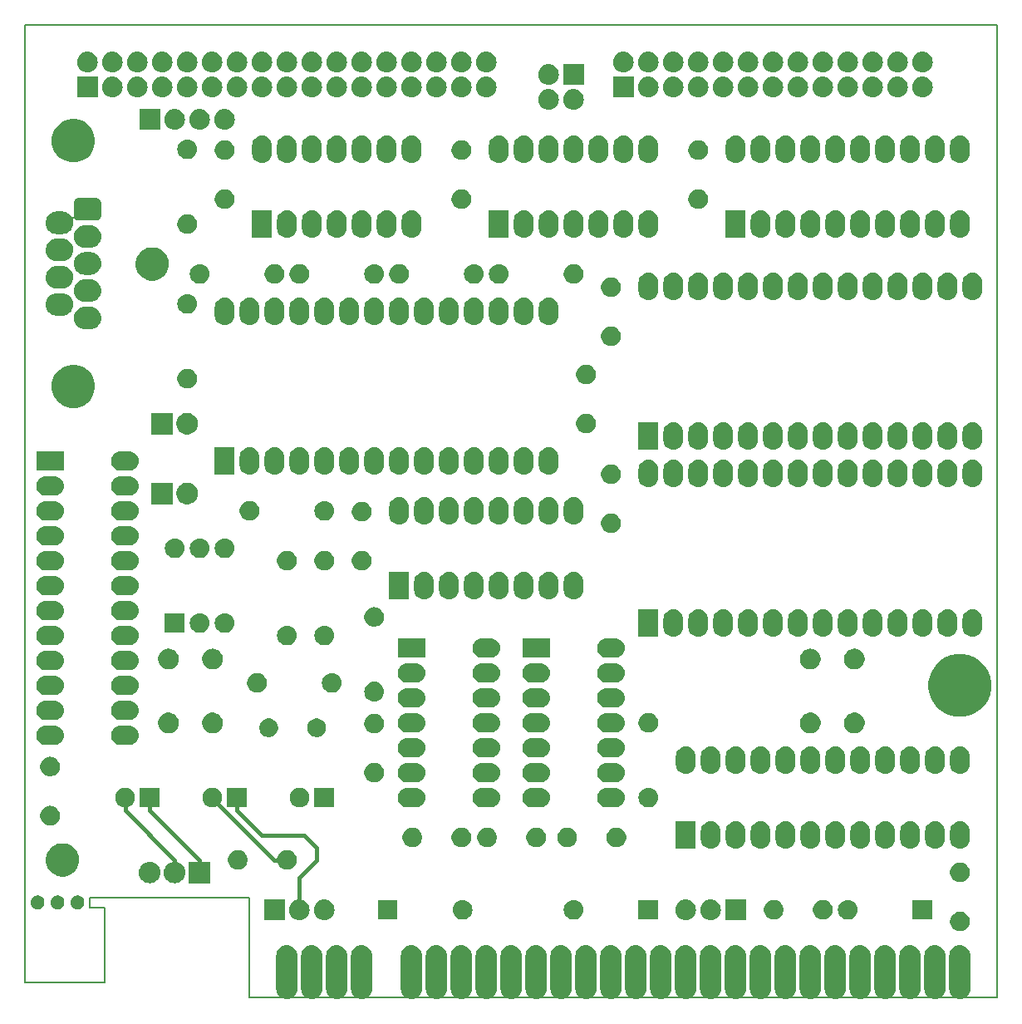
<source format=gts>
%TF.GenerationSoftware,KiCad,Pcbnew,5.0.2-bee76a0~70~ubuntu18.10.1*%
%TF.CreationDate,2019-02-24T14:53:23+01:00*%
%TF.ProjectId,plusd,706c7573-642e-46b6-9963-61645f706362,rev?*%
%TF.SameCoordinates,Original*%
%TF.FileFunction,Soldermask,Top*%
%TF.FilePolarity,Negative*%
%FSLAX46Y46*%
G04 Gerber Fmt 4.6, Leading zero omitted, Abs format (unit mm)*
G04 Created by KiCad (PCBNEW 5.0.2-bee76a0~70~ubuntu18.10.1) date dom 24 feb 2019 14:53:23 CET*
%MOMM*%
%LPD*%
G01*
G04 APERTURE LIST*
%ADD10C,0.150000*%
%ADD11C,0.400000*%
%ADD12C,0.100000*%
G04 APERTURE END LIST*
D10*
X71628000Y-122936000D02*
X63500000Y-122936000D01*
X71628000Y-115316000D02*
X71628000Y-122936000D01*
X70104000Y-115316000D02*
X71628000Y-115316000D01*
X70104000Y-114300000D02*
X70104000Y-115316000D01*
D11*
X88900000Y-110490000D02*
X90170000Y-110490000D01*
X73698100Y-105448100D02*
X73698100Y-104140000D01*
X78740000Y-110490000D02*
X73698100Y-105448100D01*
X78740000Y-111760000D02*
X78740000Y-110490000D01*
X82550000Y-104140000D02*
X88900000Y-110490000D01*
X85090000Y-105410000D02*
X85090000Y-104140000D01*
X87630000Y-107950000D02*
X85090000Y-105410000D01*
X91948000Y-107950000D02*
X87630000Y-107950000D01*
X93218000Y-109220000D02*
X91948000Y-107950000D01*
X93218000Y-110490000D02*
X93218000Y-109220000D01*
X91440000Y-112268000D02*
X93218000Y-110490000D01*
X91440000Y-115570000D02*
X91440000Y-112268000D01*
X76200000Y-105410000D02*
X76200000Y-104140000D01*
X81280000Y-110490000D02*
X76200000Y-105410000D01*
X81280000Y-111760000D02*
X81280000Y-110490000D01*
D10*
X86360000Y-124460000D02*
X162560000Y-124460000D01*
X86360000Y-114300000D02*
X86360000Y-124460000D01*
X70104000Y-114300000D02*
X86360000Y-114300000D01*
X162560000Y-124460000D02*
X162560000Y-25400000D01*
X63500000Y-25400000D02*
X63500000Y-122936000D01*
X162560000Y-25400000D02*
X63500000Y-25400000D01*
D12*
G36*
X156423480Y-119195757D02*
X156526119Y-119226892D01*
X156628759Y-119258027D01*
X156729881Y-119312079D01*
X156817943Y-119359149D01*
X156817945Y-119359150D01*
X156817944Y-119359150D01*
X156983765Y-119495235D01*
X157119851Y-119661055D01*
X157220973Y-119850240D01*
X157283243Y-120055520D01*
X157299000Y-120215501D01*
X157299000Y-123624499D01*
X157283243Y-123784480D01*
X157220973Y-123989760D01*
X157119851Y-124178945D01*
X156983765Y-124344765D01*
X156817945Y-124480851D01*
X156628760Y-124581973D01*
X156526120Y-124613108D01*
X156423481Y-124644243D01*
X156210000Y-124665269D01*
X155996520Y-124644243D01*
X155893881Y-124613108D01*
X155791241Y-124581973D01*
X155602056Y-124480851D01*
X155436236Y-124344765D01*
X155300150Y-124178945D01*
X155199028Y-123989760D01*
X155136758Y-123784480D01*
X155121001Y-123624499D01*
X155121000Y-120215502D01*
X155136757Y-120055521D01*
X155136758Y-120055519D01*
X155199027Y-119850242D01*
X155199027Y-119850241D01*
X155300150Y-119661056D01*
X155436235Y-119495235D01*
X155602055Y-119359149D01*
X155791240Y-119258027D01*
X155893880Y-119226892D01*
X155996519Y-119195757D01*
X156210000Y-119174731D01*
X156423480Y-119195757D01*
X156423480Y-119195757D01*
G37*
G36*
X123403480Y-119195757D02*
X123506119Y-119226892D01*
X123608759Y-119258027D01*
X123709881Y-119312079D01*
X123797943Y-119359149D01*
X123797945Y-119359150D01*
X123797944Y-119359150D01*
X123963765Y-119495235D01*
X124099851Y-119661055D01*
X124200973Y-119850240D01*
X124263243Y-120055520D01*
X124279000Y-120215501D01*
X124279000Y-123624499D01*
X124263243Y-123784480D01*
X124200973Y-123989760D01*
X124099851Y-124178945D01*
X123963765Y-124344765D01*
X123797945Y-124480851D01*
X123608760Y-124581973D01*
X123506120Y-124613108D01*
X123403481Y-124644243D01*
X123190000Y-124665269D01*
X122976520Y-124644243D01*
X122873881Y-124613108D01*
X122771241Y-124581973D01*
X122582056Y-124480851D01*
X122416236Y-124344765D01*
X122280150Y-124178945D01*
X122179028Y-123989760D01*
X122116758Y-123784480D01*
X122101001Y-123624499D01*
X122101000Y-120215502D01*
X122116757Y-120055521D01*
X122116758Y-120055519D01*
X122179027Y-119850242D01*
X122179027Y-119850241D01*
X122280150Y-119661056D01*
X122416235Y-119495235D01*
X122582055Y-119359149D01*
X122771240Y-119258027D01*
X122873880Y-119226892D01*
X122976519Y-119195757D01*
X123190000Y-119174731D01*
X123403480Y-119195757D01*
X123403480Y-119195757D01*
G37*
G36*
X90383480Y-119195757D02*
X90486119Y-119226892D01*
X90588759Y-119258027D01*
X90689881Y-119312079D01*
X90777943Y-119359149D01*
X90777945Y-119359150D01*
X90777944Y-119359150D01*
X90943765Y-119495235D01*
X91079851Y-119661055D01*
X91180973Y-119850240D01*
X91243243Y-120055520D01*
X91259000Y-120215501D01*
X91259000Y-123624499D01*
X91243243Y-123784480D01*
X91180973Y-123989760D01*
X91079851Y-124178945D01*
X90943765Y-124344765D01*
X90777945Y-124480851D01*
X90588760Y-124581973D01*
X90486120Y-124613108D01*
X90383481Y-124644243D01*
X90170000Y-124665269D01*
X89956520Y-124644243D01*
X89853881Y-124613108D01*
X89751241Y-124581973D01*
X89562056Y-124480851D01*
X89396236Y-124344765D01*
X89260150Y-124178945D01*
X89159028Y-123989760D01*
X89096758Y-123784480D01*
X89081001Y-123624499D01*
X89081000Y-120215502D01*
X89096757Y-120055521D01*
X89096758Y-120055519D01*
X89159027Y-119850242D01*
X89159027Y-119850241D01*
X89260150Y-119661056D01*
X89396235Y-119495235D01*
X89562055Y-119359149D01*
X89751240Y-119258027D01*
X89853880Y-119226892D01*
X89956519Y-119195757D01*
X90170000Y-119174731D01*
X90383480Y-119195757D01*
X90383480Y-119195757D01*
G37*
G36*
X92923480Y-119195757D02*
X93026119Y-119226892D01*
X93128759Y-119258027D01*
X93229881Y-119312079D01*
X93317943Y-119359149D01*
X93317945Y-119359150D01*
X93317944Y-119359150D01*
X93483765Y-119495235D01*
X93619851Y-119661055D01*
X93720973Y-119850240D01*
X93783243Y-120055520D01*
X93799000Y-120215501D01*
X93799000Y-123624499D01*
X93783243Y-123784480D01*
X93720973Y-123989760D01*
X93619851Y-124178945D01*
X93483765Y-124344765D01*
X93317945Y-124480851D01*
X93128760Y-124581973D01*
X93026120Y-124613108D01*
X92923481Y-124644243D01*
X92710000Y-124665269D01*
X92496520Y-124644243D01*
X92393881Y-124613108D01*
X92291241Y-124581973D01*
X92102056Y-124480851D01*
X91936236Y-124344765D01*
X91800150Y-124178945D01*
X91699028Y-123989760D01*
X91636758Y-123784480D01*
X91621001Y-123624499D01*
X91621000Y-120215502D01*
X91636757Y-120055521D01*
X91636758Y-120055519D01*
X91699027Y-119850242D01*
X91699027Y-119850241D01*
X91800150Y-119661056D01*
X91936235Y-119495235D01*
X92102055Y-119359149D01*
X92291240Y-119258027D01*
X92393880Y-119226892D01*
X92496519Y-119195757D01*
X92710000Y-119174731D01*
X92923480Y-119195757D01*
X92923480Y-119195757D01*
G37*
G36*
X95463480Y-119195757D02*
X95566119Y-119226892D01*
X95668759Y-119258027D01*
X95769881Y-119312079D01*
X95857943Y-119359149D01*
X95857945Y-119359150D01*
X95857944Y-119359150D01*
X96023765Y-119495235D01*
X96159851Y-119661055D01*
X96260973Y-119850240D01*
X96323243Y-120055520D01*
X96339000Y-120215501D01*
X96339000Y-123624499D01*
X96323243Y-123784480D01*
X96260973Y-123989760D01*
X96159851Y-124178945D01*
X96023765Y-124344765D01*
X95857945Y-124480851D01*
X95668760Y-124581973D01*
X95566120Y-124613108D01*
X95463481Y-124644243D01*
X95250000Y-124665269D01*
X95036520Y-124644243D01*
X94933881Y-124613108D01*
X94831241Y-124581973D01*
X94642056Y-124480851D01*
X94476236Y-124344765D01*
X94340150Y-124178945D01*
X94239028Y-123989760D01*
X94176758Y-123784480D01*
X94161001Y-123624499D01*
X94161000Y-120215502D01*
X94176757Y-120055521D01*
X94176758Y-120055519D01*
X94239027Y-119850242D01*
X94239027Y-119850241D01*
X94340150Y-119661056D01*
X94476235Y-119495235D01*
X94642055Y-119359149D01*
X94831240Y-119258027D01*
X94933880Y-119226892D01*
X95036519Y-119195757D01*
X95250000Y-119174731D01*
X95463480Y-119195757D01*
X95463480Y-119195757D01*
G37*
G36*
X98003480Y-119195757D02*
X98106119Y-119226892D01*
X98208759Y-119258027D01*
X98309881Y-119312079D01*
X98397943Y-119359149D01*
X98397945Y-119359150D01*
X98397944Y-119359150D01*
X98563765Y-119495235D01*
X98699851Y-119661055D01*
X98800973Y-119850240D01*
X98863243Y-120055520D01*
X98879000Y-120215501D01*
X98879000Y-123624499D01*
X98863243Y-123784480D01*
X98800973Y-123989760D01*
X98699851Y-124178945D01*
X98563765Y-124344765D01*
X98397945Y-124480851D01*
X98208760Y-124581973D01*
X98106120Y-124613108D01*
X98003481Y-124644243D01*
X97790000Y-124665269D01*
X97576520Y-124644243D01*
X97473881Y-124613108D01*
X97371241Y-124581973D01*
X97182056Y-124480851D01*
X97016236Y-124344765D01*
X96880150Y-124178945D01*
X96779028Y-123989760D01*
X96716758Y-123784480D01*
X96701001Y-123624499D01*
X96701000Y-120215502D01*
X96716757Y-120055521D01*
X96716758Y-120055519D01*
X96779027Y-119850242D01*
X96779027Y-119850241D01*
X96880150Y-119661056D01*
X97016235Y-119495235D01*
X97182055Y-119359149D01*
X97371240Y-119258027D01*
X97473880Y-119226892D01*
X97576519Y-119195757D01*
X97790000Y-119174731D01*
X98003480Y-119195757D01*
X98003480Y-119195757D01*
G37*
G36*
X103083480Y-119195757D02*
X103186119Y-119226892D01*
X103288759Y-119258027D01*
X103389881Y-119312079D01*
X103477943Y-119359149D01*
X103477945Y-119359150D01*
X103477944Y-119359150D01*
X103643765Y-119495235D01*
X103779851Y-119661055D01*
X103880973Y-119850240D01*
X103943243Y-120055520D01*
X103959000Y-120215501D01*
X103959000Y-123624499D01*
X103943243Y-123784480D01*
X103880973Y-123989760D01*
X103779851Y-124178945D01*
X103643765Y-124344765D01*
X103477945Y-124480851D01*
X103288760Y-124581973D01*
X103186120Y-124613108D01*
X103083481Y-124644243D01*
X102870000Y-124665269D01*
X102656520Y-124644243D01*
X102553881Y-124613108D01*
X102451241Y-124581973D01*
X102262056Y-124480851D01*
X102096236Y-124344765D01*
X101960150Y-124178945D01*
X101859028Y-123989760D01*
X101796758Y-123784480D01*
X101781001Y-123624499D01*
X101781000Y-120215502D01*
X101796757Y-120055521D01*
X101796758Y-120055519D01*
X101859027Y-119850242D01*
X101859027Y-119850241D01*
X101960150Y-119661056D01*
X102096235Y-119495235D01*
X102262055Y-119359149D01*
X102451240Y-119258027D01*
X102553880Y-119226892D01*
X102656519Y-119195757D01*
X102870000Y-119174731D01*
X103083480Y-119195757D01*
X103083480Y-119195757D01*
G37*
G36*
X105623480Y-119195757D02*
X105726119Y-119226892D01*
X105828759Y-119258027D01*
X105929881Y-119312079D01*
X106017943Y-119359149D01*
X106017945Y-119359150D01*
X106017944Y-119359150D01*
X106183765Y-119495235D01*
X106319851Y-119661055D01*
X106420973Y-119850240D01*
X106483243Y-120055520D01*
X106499000Y-120215501D01*
X106499000Y-123624499D01*
X106483243Y-123784480D01*
X106420973Y-123989760D01*
X106319851Y-124178945D01*
X106183765Y-124344765D01*
X106017945Y-124480851D01*
X105828760Y-124581973D01*
X105726120Y-124613108D01*
X105623481Y-124644243D01*
X105410000Y-124665269D01*
X105196520Y-124644243D01*
X105093881Y-124613108D01*
X104991241Y-124581973D01*
X104802056Y-124480851D01*
X104636236Y-124344765D01*
X104500150Y-124178945D01*
X104399028Y-123989760D01*
X104336758Y-123784480D01*
X104321001Y-123624499D01*
X104321000Y-120215502D01*
X104336757Y-120055521D01*
X104336758Y-120055519D01*
X104399027Y-119850242D01*
X104399027Y-119850241D01*
X104500150Y-119661056D01*
X104636235Y-119495235D01*
X104802055Y-119359149D01*
X104991240Y-119258027D01*
X105093880Y-119226892D01*
X105196519Y-119195757D01*
X105410000Y-119174731D01*
X105623480Y-119195757D01*
X105623480Y-119195757D01*
G37*
G36*
X108163480Y-119195757D02*
X108266119Y-119226892D01*
X108368759Y-119258027D01*
X108469881Y-119312079D01*
X108557943Y-119359149D01*
X108557945Y-119359150D01*
X108557944Y-119359150D01*
X108723765Y-119495235D01*
X108859851Y-119661055D01*
X108960973Y-119850240D01*
X109023243Y-120055520D01*
X109039000Y-120215501D01*
X109039000Y-123624499D01*
X109023243Y-123784480D01*
X108960973Y-123989760D01*
X108859851Y-124178945D01*
X108723765Y-124344765D01*
X108557945Y-124480851D01*
X108368760Y-124581973D01*
X108266120Y-124613108D01*
X108163481Y-124644243D01*
X107950000Y-124665269D01*
X107736520Y-124644243D01*
X107633881Y-124613108D01*
X107531241Y-124581973D01*
X107342056Y-124480851D01*
X107176236Y-124344765D01*
X107040150Y-124178945D01*
X106939028Y-123989760D01*
X106876758Y-123784480D01*
X106861001Y-123624499D01*
X106861000Y-120215502D01*
X106876757Y-120055521D01*
X106876758Y-120055519D01*
X106939027Y-119850242D01*
X106939027Y-119850241D01*
X107040150Y-119661056D01*
X107176235Y-119495235D01*
X107342055Y-119359149D01*
X107531240Y-119258027D01*
X107633880Y-119226892D01*
X107736519Y-119195757D01*
X107950000Y-119174731D01*
X108163480Y-119195757D01*
X108163480Y-119195757D01*
G37*
G36*
X110703480Y-119195757D02*
X110806119Y-119226892D01*
X110908759Y-119258027D01*
X111009881Y-119312079D01*
X111097943Y-119359149D01*
X111097945Y-119359150D01*
X111097944Y-119359150D01*
X111263765Y-119495235D01*
X111399851Y-119661055D01*
X111500973Y-119850240D01*
X111563243Y-120055520D01*
X111579000Y-120215501D01*
X111579000Y-123624499D01*
X111563243Y-123784480D01*
X111500973Y-123989760D01*
X111399851Y-124178945D01*
X111263765Y-124344765D01*
X111097945Y-124480851D01*
X110908760Y-124581973D01*
X110806120Y-124613108D01*
X110703481Y-124644243D01*
X110490000Y-124665269D01*
X110276520Y-124644243D01*
X110173881Y-124613108D01*
X110071241Y-124581973D01*
X109882056Y-124480851D01*
X109716236Y-124344765D01*
X109580150Y-124178945D01*
X109479028Y-123989760D01*
X109416758Y-123784480D01*
X109401001Y-123624499D01*
X109401000Y-120215502D01*
X109416757Y-120055521D01*
X109416758Y-120055519D01*
X109479027Y-119850242D01*
X109479027Y-119850241D01*
X109580150Y-119661056D01*
X109716235Y-119495235D01*
X109882055Y-119359149D01*
X110071240Y-119258027D01*
X110173880Y-119226892D01*
X110276519Y-119195757D01*
X110490000Y-119174731D01*
X110703480Y-119195757D01*
X110703480Y-119195757D01*
G37*
G36*
X113243480Y-119195757D02*
X113346119Y-119226892D01*
X113448759Y-119258027D01*
X113549881Y-119312079D01*
X113637943Y-119359149D01*
X113637945Y-119359150D01*
X113637944Y-119359150D01*
X113803765Y-119495235D01*
X113939851Y-119661055D01*
X114040973Y-119850240D01*
X114103243Y-120055520D01*
X114119000Y-120215501D01*
X114119000Y-123624499D01*
X114103243Y-123784480D01*
X114040973Y-123989760D01*
X113939851Y-124178945D01*
X113803765Y-124344765D01*
X113637945Y-124480851D01*
X113448760Y-124581973D01*
X113346120Y-124613108D01*
X113243481Y-124644243D01*
X113030000Y-124665269D01*
X112816520Y-124644243D01*
X112713881Y-124613108D01*
X112611241Y-124581973D01*
X112422056Y-124480851D01*
X112256236Y-124344765D01*
X112120150Y-124178945D01*
X112019028Y-123989760D01*
X111956758Y-123784480D01*
X111941001Y-123624499D01*
X111941000Y-120215502D01*
X111956757Y-120055521D01*
X111956758Y-120055519D01*
X112019027Y-119850242D01*
X112019027Y-119850241D01*
X112120150Y-119661056D01*
X112256235Y-119495235D01*
X112422055Y-119359149D01*
X112611240Y-119258027D01*
X112713880Y-119226892D01*
X112816519Y-119195757D01*
X113030000Y-119174731D01*
X113243480Y-119195757D01*
X113243480Y-119195757D01*
G37*
G36*
X115783480Y-119195757D02*
X115886119Y-119226892D01*
X115988759Y-119258027D01*
X116089881Y-119312079D01*
X116177943Y-119359149D01*
X116177945Y-119359150D01*
X116177944Y-119359150D01*
X116343765Y-119495235D01*
X116479851Y-119661055D01*
X116580973Y-119850240D01*
X116643243Y-120055520D01*
X116659000Y-120215501D01*
X116659000Y-123624499D01*
X116643243Y-123784480D01*
X116580973Y-123989760D01*
X116479851Y-124178945D01*
X116343765Y-124344765D01*
X116177945Y-124480851D01*
X115988760Y-124581973D01*
X115886120Y-124613108D01*
X115783481Y-124644243D01*
X115570000Y-124665269D01*
X115356520Y-124644243D01*
X115253881Y-124613108D01*
X115151241Y-124581973D01*
X114962056Y-124480851D01*
X114796236Y-124344765D01*
X114660150Y-124178945D01*
X114559028Y-123989760D01*
X114496758Y-123784480D01*
X114481001Y-123624499D01*
X114481000Y-120215502D01*
X114496757Y-120055521D01*
X114496758Y-120055519D01*
X114559027Y-119850242D01*
X114559027Y-119850241D01*
X114660150Y-119661056D01*
X114796235Y-119495235D01*
X114962055Y-119359149D01*
X115151240Y-119258027D01*
X115253880Y-119226892D01*
X115356519Y-119195757D01*
X115570000Y-119174731D01*
X115783480Y-119195757D01*
X115783480Y-119195757D01*
G37*
G36*
X118323480Y-119195757D02*
X118426119Y-119226892D01*
X118528759Y-119258027D01*
X118629881Y-119312079D01*
X118717943Y-119359149D01*
X118717945Y-119359150D01*
X118717944Y-119359150D01*
X118883765Y-119495235D01*
X119019851Y-119661055D01*
X119120973Y-119850240D01*
X119183243Y-120055520D01*
X119199000Y-120215501D01*
X119199000Y-123624499D01*
X119183243Y-123784480D01*
X119120973Y-123989760D01*
X119019851Y-124178945D01*
X118883765Y-124344765D01*
X118717945Y-124480851D01*
X118528760Y-124581973D01*
X118426120Y-124613108D01*
X118323481Y-124644243D01*
X118110000Y-124665269D01*
X117896520Y-124644243D01*
X117793881Y-124613108D01*
X117691241Y-124581973D01*
X117502056Y-124480851D01*
X117336236Y-124344765D01*
X117200150Y-124178945D01*
X117099028Y-123989760D01*
X117036758Y-123784480D01*
X117021001Y-123624499D01*
X117021000Y-120215502D01*
X117036757Y-120055521D01*
X117036758Y-120055519D01*
X117099027Y-119850242D01*
X117099027Y-119850241D01*
X117200150Y-119661056D01*
X117336235Y-119495235D01*
X117502055Y-119359149D01*
X117691240Y-119258027D01*
X117793880Y-119226892D01*
X117896519Y-119195757D01*
X118110000Y-119174731D01*
X118323480Y-119195757D01*
X118323480Y-119195757D01*
G37*
G36*
X120863480Y-119195757D02*
X120966119Y-119226892D01*
X121068759Y-119258027D01*
X121169881Y-119312079D01*
X121257943Y-119359149D01*
X121257945Y-119359150D01*
X121257944Y-119359150D01*
X121423765Y-119495235D01*
X121559851Y-119661055D01*
X121660973Y-119850240D01*
X121723243Y-120055520D01*
X121739000Y-120215501D01*
X121739000Y-123624499D01*
X121723243Y-123784480D01*
X121660973Y-123989760D01*
X121559851Y-124178945D01*
X121423765Y-124344765D01*
X121257945Y-124480851D01*
X121068760Y-124581973D01*
X120966120Y-124613108D01*
X120863481Y-124644243D01*
X120650000Y-124665269D01*
X120436520Y-124644243D01*
X120333881Y-124613108D01*
X120231241Y-124581973D01*
X120042056Y-124480851D01*
X119876236Y-124344765D01*
X119740150Y-124178945D01*
X119639028Y-123989760D01*
X119576758Y-123784480D01*
X119561001Y-123624499D01*
X119561000Y-120215502D01*
X119576757Y-120055521D01*
X119576758Y-120055519D01*
X119639027Y-119850242D01*
X119639027Y-119850241D01*
X119740150Y-119661056D01*
X119876235Y-119495235D01*
X120042055Y-119359149D01*
X120231240Y-119258027D01*
X120333880Y-119226892D01*
X120436519Y-119195757D01*
X120650000Y-119174731D01*
X120863480Y-119195757D01*
X120863480Y-119195757D01*
G37*
G36*
X125943480Y-119195757D02*
X126046119Y-119226892D01*
X126148759Y-119258027D01*
X126249881Y-119312079D01*
X126337943Y-119359149D01*
X126337945Y-119359150D01*
X126337944Y-119359150D01*
X126503765Y-119495235D01*
X126639851Y-119661055D01*
X126740973Y-119850240D01*
X126803243Y-120055520D01*
X126819000Y-120215501D01*
X126819000Y-123624499D01*
X126803243Y-123784480D01*
X126740973Y-123989760D01*
X126639851Y-124178945D01*
X126503765Y-124344765D01*
X126337945Y-124480851D01*
X126148760Y-124581973D01*
X126046120Y-124613108D01*
X125943481Y-124644243D01*
X125730000Y-124665269D01*
X125516520Y-124644243D01*
X125413881Y-124613108D01*
X125311241Y-124581973D01*
X125122056Y-124480851D01*
X124956236Y-124344765D01*
X124820150Y-124178945D01*
X124719028Y-123989760D01*
X124656758Y-123784480D01*
X124641001Y-123624499D01*
X124641000Y-120215502D01*
X124656757Y-120055521D01*
X124656758Y-120055519D01*
X124719027Y-119850242D01*
X124719027Y-119850241D01*
X124820150Y-119661056D01*
X124956235Y-119495235D01*
X125122055Y-119359149D01*
X125311240Y-119258027D01*
X125413880Y-119226892D01*
X125516519Y-119195757D01*
X125730000Y-119174731D01*
X125943480Y-119195757D01*
X125943480Y-119195757D01*
G37*
G36*
X158963480Y-119195757D02*
X159066119Y-119226892D01*
X159168759Y-119258027D01*
X159269881Y-119312079D01*
X159357943Y-119359149D01*
X159357945Y-119359150D01*
X159357944Y-119359150D01*
X159523765Y-119495235D01*
X159659851Y-119661055D01*
X159760973Y-119850240D01*
X159823243Y-120055520D01*
X159839000Y-120215501D01*
X159839000Y-123624499D01*
X159823243Y-123784480D01*
X159760973Y-123989760D01*
X159659851Y-124178945D01*
X159523765Y-124344765D01*
X159357945Y-124480851D01*
X159168760Y-124581973D01*
X159066120Y-124613108D01*
X158963481Y-124644243D01*
X158750000Y-124665269D01*
X158536520Y-124644243D01*
X158433881Y-124613108D01*
X158331241Y-124581973D01*
X158142056Y-124480851D01*
X157976236Y-124344765D01*
X157840150Y-124178945D01*
X157739028Y-123989760D01*
X157676758Y-123784480D01*
X157661001Y-123624499D01*
X157661000Y-120215502D01*
X157676757Y-120055521D01*
X157676758Y-120055519D01*
X157739027Y-119850242D01*
X157739027Y-119850241D01*
X157840150Y-119661056D01*
X157976235Y-119495235D01*
X158142055Y-119359149D01*
X158331240Y-119258027D01*
X158433880Y-119226892D01*
X158536519Y-119195757D01*
X158750000Y-119174731D01*
X158963480Y-119195757D01*
X158963480Y-119195757D01*
G37*
G36*
X153883480Y-119195757D02*
X153986119Y-119226892D01*
X154088759Y-119258027D01*
X154189881Y-119312079D01*
X154277943Y-119359149D01*
X154277945Y-119359150D01*
X154277944Y-119359150D01*
X154443765Y-119495235D01*
X154579851Y-119661055D01*
X154680973Y-119850240D01*
X154743243Y-120055520D01*
X154759000Y-120215501D01*
X154759000Y-123624499D01*
X154743243Y-123784480D01*
X154680973Y-123989760D01*
X154579851Y-124178945D01*
X154443765Y-124344765D01*
X154277945Y-124480851D01*
X154088760Y-124581973D01*
X153986120Y-124613108D01*
X153883481Y-124644243D01*
X153670000Y-124665269D01*
X153456520Y-124644243D01*
X153353881Y-124613108D01*
X153251241Y-124581973D01*
X153062056Y-124480851D01*
X152896236Y-124344765D01*
X152760150Y-124178945D01*
X152659028Y-123989760D01*
X152596758Y-123784480D01*
X152581001Y-123624499D01*
X152581000Y-120215502D01*
X152596757Y-120055521D01*
X152596758Y-120055519D01*
X152659027Y-119850242D01*
X152659027Y-119850241D01*
X152760150Y-119661056D01*
X152896235Y-119495235D01*
X153062055Y-119359149D01*
X153251240Y-119258027D01*
X153353880Y-119226892D01*
X153456519Y-119195757D01*
X153670000Y-119174731D01*
X153883480Y-119195757D01*
X153883480Y-119195757D01*
G37*
G36*
X151343480Y-119195757D02*
X151446119Y-119226892D01*
X151548759Y-119258027D01*
X151649881Y-119312079D01*
X151737943Y-119359149D01*
X151737945Y-119359150D01*
X151737944Y-119359150D01*
X151903765Y-119495235D01*
X152039851Y-119661055D01*
X152140973Y-119850240D01*
X152203243Y-120055520D01*
X152219000Y-120215501D01*
X152219000Y-123624499D01*
X152203243Y-123784480D01*
X152140973Y-123989760D01*
X152039851Y-124178945D01*
X151903765Y-124344765D01*
X151737945Y-124480851D01*
X151548760Y-124581973D01*
X151446120Y-124613108D01*
X151343481Y-124644243D01*
X151130000Y-124665269D01*
X150916520Y-124644243D01*
X150813881Y-124613108D01*
X150711241Y-124581973D01*
X150522056Y-124480851D01*
X150356236Y-124344765D01*
X150220150Y-124178945D01*
X150119028Y-123989760D01*
X150056758Y-123784480D01*
X150041001Y-123624499D01*
X150041000Y-120215502D01*
X150056757Y-120055521D01*
X150056758Y-120055519D01*
X150119027Y-119850242D01*
X150119027Y-119850241D01*
X150220150Y-119661056D01*
X150356235Y-119495235D01*
X150522055Y-119359149D01*
X150711240Y-119258027D01*
X150813880Y-119226892D01*
X150916519Y-119195757D01*
X151130000Y-119174731D01*
X151343480Y-119195757D01*
X151343480Y-119195757D01*
G37*
G36*
X148803480Y-119195757D02*
X148906119Y-119226892D01*
X149008759Y-119258027D01*
X149109881Y-119312079D01*
X149197943Y-119359149D01*
X149197945Y-119359150D01*
X149197944Y-119359150D01*
X149363765Y-119495235D01*
X149499851Y-119661055D01*
X149600973Y-119850240D01*
X149663243Y-120055520D01*
X149679000Y-120215501D01*
X149679000Y-123624499D01*
X149663243Y-123784480D01*
X149600973Y-123989760D01*
X149499851Y-124178945D01*
X149363765Y-124344765D01*
X149197945Y-124480851D01*
X149008760Y-124581973D01*
X148906120Y-124613108D01*
X148803481Y-124644243D01*
X148590000Y-124665269D01*
X148376520Y-124644243D01*
X148273881Y-124613108D01*
X148171241Y-124581973D01*
X147982056Y-124480851D01*
X147816236Y-124344765D01*
X147680150Y-124178945D01*
X147579028Y-123989760D01*
X147516758Y-123784480D01*
X147501001Y-123624499D01*
X147501000Y-120215502D01*
X147516757Y-120055521D01*
X147516758Y-120055519D01*
X147579027Y-119850242D01*
X147579027Y-119850241D01*
X147680150Y-119661056D01*
X147816235Y-119495235D01*
X147982055Y-119359149D01*
X148171240Y-119258027D01*
X148273880Y-119226892D01*
X148376519Y-119195757D01*
X148590000Y-119174731D01*
X148803480Y-119195757D01*
X148803480Y-119195757D01*
G37*
G36*
X146263480Y-119195757D02*
X146366119Y-119226892D01*
X146468759Y-119258027D01*
X146569881Y-119312079D01*
X146657943Y-119359149D01*
X146657945Y-119359150D01*
X146657944Y-119359150D01*
X146823765Y-119495235D01*
X146959851Y-119661055D01*
X147060973Y-119850240D01*
X147123243Y-120055520D01*
X147139000Y-120215501D01*
X147139000Y-123624499D01*
X147123243Y-123784480D01*
X147060973Y-123989760D01*
X146959851Y-124178945D01*
X146823765Y-124344765D01*
X146657945Y-124480851D01*
X146468760Y-124581973D01*
X146366120Y-124613108D01*
X146263481Y-124644243D01*
X146050000Y-124665269D01*
X145836520Y-124644243D01*
X145733881Y-124613108D01*
X145631241Y-124581973D01*
X145442056Y-124480851D01*
X145276236Y-124344765D01*
X145140150Y-124178945D01*
X145039028Y-123989760D01*
X144976758Y-123784480D01*
X144961001Y-123624499D01*
X144961000Y-120215502D01*
X144976757Y-120055521D01*
X144976758Y-120055519D01*
X145039027Y-119850242D01*
X145039027Y-119850241D01*
X145140150Y-119661056D01*
X145276235Y-119495235D01*
X145442055Y-119359149D01*
X145631240Y-119258027D01*
X145733880Y-119226892D01*
X145836519Y-119195757D01*
X146050000Y-119174731D01*
X146263480Y-119195757D01*
X146263480Y-119195757D01*
G37*
G36*
X143723480Y-119195757D02*
X143826119Y-119226892D01*
X143928759Y-119258027D01*
X144029881Y-119312079D01*
X144117943Y-119359149D01*
X144117945Y-119359150D01*
X144117944Y-119359150D01*
X144283765Y-119495235D01*
X144419851Y-119661055D01*
X144520973Y-119850240D01*
X144583243Y-120055520D01*
X144599000Y-120215501D01*
X144599000Y-123624499D01*
X144583243Y-123784480D01*
X144520973Y-123989760D01*
X144419851Y-124178945D01*
X144283765Y-124344765D01*
X144117945Y-124480851D01*
X143928760Y-124581973D01*
X143826120Y-124613108D01*
X143723481Y-124644243D01*
X143510000Y-124665269D01*
X143296520Y-124644243D01*
X143193881Y-124613108D01*
X143091241Y-124581973D01*
X142902056Y-124480851D01*
X142736236Y-124344765D01*
X142600150Y-124178945D01*
X142499028Y-123989760D01*
X142436758Y-123784480D01*
X142421001Y-123624499D01*
X142421000Y-120215502D01*
X142436757Y-120055521D01*
X142436758Y-120055519D01*
X142499027Y-119850242D01*
X142499027Y-119850241D01*
X142600150Y-119661056D01*
X142736235Y-119495235D01*
X142902055Y-119359149D01*
X143091240Y-119258027D01*
X143193880Y-119226892D01*
X143296519Y-119195757D01*
X143510000Y-119174731D01*
X143723480Y-119195757D01*
X143723480Y-119195757D01*
G37*
G36*
X138643480Y-119195757D02*
X138746119Y-119226892D01*
X138848759Y-119258027D01*
X138949881Y-119312079D01*
X139037943Y-119359149D01*
X139037945Y-119359150D01*
X139037944Y-119359150D01*
X139203765Y-119495235D01*
X139339851Y-119661055D01*
X139440973Y-119850240D01*
X139503243Y-120055520D01*
X139519000Y-120215501D01*
X139519000Y-123624499D01*
X139503243Y-123784480D01*
X139440973Y-123989760D01*
X139339851Y-124178945D01*
X139203765Y-124344765D01*
X139037945Y-124480851D01*
X138848760Y-124581973D01*
X138746120Y-124613108D01*
X138643481Y-124644243D01*
X138430000Y-124665269D01*
X138216520Y-124644243D01*
X138113881Y-124613108D01*
X138011241Y-124581973D01*
X137822056Y-124480851D01*
X137656236Y-124344765D01*
X137520150Y-124178945D01*
X137419028Y-123989760D01*
X137356758Y-123784480D01*
X137341001Y-123624499D01*
X137341000Y-120215502D01*
X137356757Y-120055521D01*
X137356758Y-120055519D01*
X137419027Y-119850242D01*
X137419027Y-119850241D01*
X137520150Y-119661056D01*
X137656235Y-119495235D01*
X137822055Y-119359149D01*
X138011240Y-119258027D01*
X138113880Y-119226892D01*
X138216519Y-119195757D01*
X138430000Y-119174731D01*
X138643480Y-119195757D01*
X138643480Y-119195757D01*
G37*
G36*
X136103480Y-119195757D02*
X136206119Y-119226892D01*
X136308759Y-119258027D01*
X136409881Y-119312079D01*
X136497943Y-119359149D01*
X136497945Y-119359150D01*
X136497944Y-119359150D01*
X136663765Y-119495235D01*
X136799851Y-119661055D01*
X136900973Y-119850240D01*
X136963243Y-120055520D01*
X136979000Y-120215501D01*
X136979000Y-123624499D01*
X136963243Y-123784480D01*
X136900973Y-123989760D01*
X136799851Y-124178945D01*
X136663765Y-124344765D01*
X136497945Y-124480851D01*
X136308760Y-124581973D01*
X136206120Y-124613108D01*
X136103481Y-124644243D01*
X135890000Y-124665269D01*
X135676520Y-124644243D01*
X135573881Y-124613108D01*
X135471241Y-124581973D01*
X135282056Y-124480851D01*
X135116236Y-124344765D01*
X134980150Y-124178945D01*
X134879028Y-123989760D01*
X134816758Y-123784480D01*
X134801001Y-123624499D01*
X134801000Y-120215502D01*
X134816757Y-120055521D01*
X134816758Y-120055519D01*
X134879027Y-119850242D01*
X134879027Y-119850241D01*
X134980150Y-119661056D01*
X135116235Y-119495235D01*
X135282055Y-119359149D01*
X135471240Y-119258027D01*
X135573880Y-119226892D01*
X135676519Y-119195757D01*
X135890000Y-119174731D01*
X136103480Y-119195757D01*
X136103480Y-119195757D01*
G37*
G36*
X133563480Y-119195757D02*
X133666119Y-119226892D01*
X133768759Y-119258027D01*
X133869881Y-119312079D01*
X133957943Y-119359149D01*
X133957945Y-119359150D01*
X133957944Y-119359150D01*
X134123765Y-119495235D01*
X134259851Y-119661055D01*
X134360973Y-119850240D01*
X134423243Y-120055520D01*
X134439000Y-120215501D01*
X134439000Y-123624499D01*
X134423243Y-123784480D01*
X134360973Y-123989760D01*
X134259851Y-124178945D01*
X134123765Y-124344765D01*
X133957945Y-124480851D01*
X133768760Y-124581973D01*
X133666120Y-124613108D01*
X133563481Y-124644243D01*
X133350000Y-124665269D01*
X133136520Y-124644243D01*
X133033881Y-124613108D01*
X132931241Y-124581973D01*
X132742056Y-124480851D01*
X132576236Y-124344765D01*
X132440150Y-124178945D01*
X132339028Y-123989760D01*
X132276758Y-123784480D01*
X132261001Y-123624499D01*
X132261000Y-120215502D01*
X132276757Y-120055521D01*
X132276758Y-120055519D01*
X132339027Y-119850242D01*
X132339027Y-119850241D01*
X132440150Y-119661056D01*
X132576235Y-119495235D01*
X132742055Y-119359149D01*
X132931240Y-119258027D01*
X133033880Y-119226892D01*
X133136519Y-119195757D01*
X133350000Y-119174731D01*
X133563480Y-119195757D01*
X133563480Y-119195757D01*
G37*
G36*
X131023480Y-119195757D02*
X131126119Y-119226892D01*
X131228759Y-119258027D01*
X131329881Y-119312079D01*
X131417943Y-119359149D01*
X131417945Y-119359150D01*
X131417944Y-119359150D01*
X131583765Y-119495235D01*
X131719851Y-119661055D01*
X131820973Y-119850240D01*
X131883243Y-120055520D01*
X131899000Y-120215501D01*
X131899000Y-123624499D01*
X131883243Y-123784480D01*
X131820973Y-123989760D01*
X131719851Y-124178945D01*
X131583765Y-124344765D01*
X131417945Y-124480851D01*
X131228760Y-124581973D01*
X131126120Y-124613108D01*
X131023481Y-124644243D01*
X130810000Y-124665269D01*
X130596520Y-124644243D01*
X130493881Y-124613108D01*
X130391241Y-124581973D01*
X130202056Y-124480851D01*
X130036236Y-124344765D01*
X129900150Y-124178945D01*
X129799028Y-123989760D01*
X129736758Y-123784480D01*
X129721001Y-123624499D01*
X129721000Y-120215502D01*
X129736757Y-120055521D01*
X129736758Y-120055519D01*
X129799027Y-119850242D01*
X129799027Y-119850241D01*
X129900150Y-119661056D01*
X130036235Y-119495235D01*
X130202055Y-119359149D01*
X130391240Y-119258027D01*
X130493880Y-119226892D01*
X130596519Y-119195757D01*
X130810000Y-119174731D01*
X131023480Y-119195757D01*
X131023480Y-119195757D01*
G37*
G36*
X128483480Y-119195757D02*
X128586119Y-119226892D01*
X128688759Y-119258027D01*
X128789881Y-119312079D01*
X128877943Y-119359149D01*
X128877945Y-119359150D01*
X128877944Y-119359150D01*
X129043765Y-119495235D01*
X129179851Y-119661055D01*
X129280973Y-119850240D01*
X129343243Y-120055520D01*
X129359000Y-120215501D01*
X129359000Y-123624499D01*
X129343243Y-123784480D01*
X129280973Y-123989760D01*
X129179851Y-124178945D01*
X129043765Y-124344765D01*
X128877945Y-124480851D01*
X128688760Y-124581973D01*
X128586120Y-124613108D01*
X128483481Y-124644243D01*
X128270000Y-124665269D01*
X128056520Y-124644243D01*
X127953881Y-124613108D01*
X127851241Y-124581973D01*
X127662056Y-124480851D01*
X127496236Y-124344765D01*
X127360150Y-124178945D01*
X127259028Y-123989760D01*
X127196758Y-123784480D01*
X127181001Y-123624499D01*
X127181000Y-120215502D01*
X127196757Y-120055521D01*
X127196758Y-120055519D01*
X127259027Y-119850242D01*
X127259027Y-119850241D01*
X127360150Y-119661056D01*
X127496235Y-119495235D01*
X127662055Y-119359149D01*
X127851240Y-119258027D01*
X127953880Y-119226892D01*
X128056519Y-119195757D01*
X128270000Y-119174731D01*
X128483480Y-119195757D01*
X128483480Y-119195757D01*
G37*
G36*
X141183480Y-119195757D02*
X141286119Y-119226892D01*
X141388759Y-119258027D01*
X141489881Y-119312079D01*
X141577943Y-119359149D01*
X141577945Y-119359150D01*
X141577944Y-119359150D01*
X141743765Y-119495235D01*
X141879851Y-119661055D01*
X141980973Y-119850240D01*
X142043243Y-120055520D01*
X142059000Y-120215501D01*
X142059000Y-123624499D01*
X142043243Y-123784480D01*
X141980973Y-123989760D01*
X141879851Y-124178945D01*
X141743765Y-124344765D01*
X141577945Y-124480851D01*
X141388760Y-124581973D01*
X141286120Y-124613108D01*
X141183481Y-124644243D01*
X140970000Y-124665269D01*
X140756520Y-124644243D01*
X140653881Y-124613108D01*
X140551241Y-124581973D01*
X140362056Y-124480851D01*
X140196236Y-124344765D01*
X140060150Y-124178945D01*
X139959028Y-123989760D01*
X139896758Y-123784480D01*
X139881001Y-123624499D01*
X139881000Y-120215502D01*
X139896757Y-120055521D01*
X139896758Y-120055519D01*
X139959027Y-119850242D01*
X139959027Y-119850241D01*
X140060150Y-119661056D01*
X140196235Y-119495235D01*
X140362055Y-119359149D01*
X140551240Y-119258027D01*
X140653880Y-119226892D01*
X140756519Y-119195757D01*
X140970000Y-119174731D01*
X141183480Y-119195757D01*
X141183480Y-119195757D01*
G37*
G36*
X158925770Y-115775372D02*
X159041689Y-115798429D01*
X159223678Y-115873811D01*
X159387463Y-115983249D01*
X159526751Y-116122537D01*
X159636189Y-116286322D01*
X159711571Y-116468311D01*
X159724154Y-116531571D01*
X159741744Y-116620000D01*
X159750000Y-116661509D01*
X159750000Y-116858491D01*
X159711571Y-117051689D01*
X159636189Y-117233678D01*
X159526751Y-117397463D01*
X159387463Y-117536751D01*
X159223678Y-117646189D01*
X159041689Y-117721571D01*
X158925770Y-117744628D01*
X158848493Y-117760000D01*
X158651507Y-117760000D01*
X158574230Y-117744628D01*
X158458311Y-117721571D01*
X158276322Y-117646189D01*
X158112537Y-117536751D01*
X157973249Y-117397463D01*
X157863811Y-117233678D01*
X157788429Y-117051689D01*
X157750000Y-116858491D01*
X157750000Y-116661509D01*
X157758257Y-116620000D01*
X157775846Y-116531571D01*
X157788429Y-116468311D01*
X157863811Y-116286322D01*
X157973249Y-116122537D01*
X158112537Y-115983249D01*
X158276322Y-115873811D01*
X158458311Y-115798429D01*
X158574230Y-115775372D01*
X158651507Y-115760000D01*
X158848493Y-115760000D01*
X158925770Y-115775372D01*
X158925770Y-115775372D01*
G37*
G36*
X130938707Y-114527597D02*
X131015836Y-114535193D01*
X131147787Y-114575220D01*
X131213763Y-114595233D01*
X131396172Y-114692733D01*
X131556054Y-114823946D01*
X131687267Y-114983828D01*
X131784767Y-115166237D01*
X131804780Y-115232213D01*
X131844807Y-115364164D01*
X131865080Y-115570000D01*
X131844807Y-115775836D01*
X131818765Y-115861686D01*
X131784767Y-115973763D01*
X131687267Y-116156172D01*
X131556054Y-116316054D01*
X131396172Y-116447267D01*
X131213763Y-116544767D01*
X131178281Y-116555530D01*
X131015836Y-116604807D01*
X130938707Y-116612403D01*
X130861580Y-116620000D01*
X130758420Y-116620000D01*
X130681293Y-116612403D01*
X130604164Y-116604807D01*
X130441719Y-116555530D01*
X130406237Y-116544767D01*
X130223828Y-116447267D01*
X130063946Y-116316054D01*
X129932733Y-116156172D01*
X129835233Y-115973763D01*
X129801235Y-115861686D01*
X129775193Y-115775836D01*
X129754920Y-115570000D01*
X129775193Y-115364164D01*
X129815220Y-115232213D01*
X129835233Y-115166237D01*
X129932733Y-114983828D01*
X130063946Y-114823946D01*
X130223828Y-114692733D01*
X130406237Y-114595233D01*
X130472213Y-114575220D01*
X130604164Y-114535193D01*
X130681293Y-114527597D01*
X130758420Y-114520000D01*
X130861580Y-114520000D01*
X130938707Y-114527597D01*
X130938707Y-114527597D01*
G37*
G36*
X136940000Y-116620000D02*
X134840000Y-116620000D01*
X134840000Y-114520000D01*
X136940000Y-114520000D01*
X136940000Y-116620000D01*
X136940000Y-116620000D01*
G37*
G36*
X94108707Y-114527597D02*
X94185836Y-114535193D01*
X94317787Y-114575220D01*
X94383763Y-114595233D01*
X94566172Y-114692733D01*
X94726054Y-114823946D01*
X94857267Y-114983828D01*
X94954767Y-115166237D01*
X94974780Y-115232213D01*
X95014807Y-115364164D01*
X95035080Y-115570000D01*
X95014807Y-115775836D01*
X94988765Y-115861686D01*
X94954767Y-115973763D01*
X94857267Y-116156172D01*
X94726054Y-116316054D01*
X94566172Y-116447267D01*
X94383763Y-116544767D01*
X94348281Y-116555530D01*
X94185836Y-116604807D01*
X94108707Y-116612403D01*
X94031580Y-116620000D01*
X93928420Y-116620000D01*
X93851293Y-116612403D01*
X93774164Y-116604807D01*
X93611719Y-116555530D01*
X93576237Y-116544767D01*
X93393828Y-116447267D01*
X93233946Y-116316054D01*
X93102733Y-116156172D01*
X93005233Y-115973763D01*
X92971235Y-115861686D01*
X92945193Y-115775836D01*
X92924920Y-115570000D01*
X92945193Y-115364164D01*
X92985220Y-115232213D01*
X93005233Y-115166237D01*
X93102733Y-114983828D01*
X93233946Y-114823946D01*
X93393828Y-114692733D01*
X93576237Y-114595233D01*
X93642213Y-114575220D01*
X93774164Y-114535193D01*
X93851293Y-114527597D01*
X93928420Y-114520000D01*
X94031580Y-114520000D01*
X94108707Y-114527597D01*
X94108707Y-114527597D01*
G37*
G36*
X91568707Y-114527597D02*
X91645836Y-114535193D01*
X91777787Y-114575220D01*
X91843763Y-114595233D01*
X92026172Y-114692733D01*
X92186054Y-114823946D01*
X92317267Y-114983828D01*
X92414767Y-115166237D01*
X92434780Y-115232213D01*
X92474807Y-115364164D01*
X92495080Y-115570000D01*
X92474807Y-115775836D01*
X92448765Y-115861686D01*
X92414767Y-115973763D01*
X92317267Y-116156172D01*
X92186054Y-116316054D01*
X92026172Y-116447267D01*
X91843763Y-116544767D01*
X91808281Y-116555530D01*
X91645836Y-116604807D01*
X91568707Y-116612403D01*
X91491580Y-116620000D01*
X91388420Y-116620000D01*
X91311293Y-116612403D01*
X91234164Y-116604807D01*
X91071719Y-116555530D01*
X91036237Y-116544767D01*
X90853828Y-116447267D01*
X90693946Y-116316054D01*
X90562733Y-116156172D01*
X90465233Y-115973763D01*
X90431235Y-115861686D01*
X90405193Y-115775836D01*
X90384920Y-115570000D01*
X90405193Y-115364164D01*
X90445220Y-115232213D01*
X90465233Y-115166237D01*
X90562733Y-114983828D01*
X90693946Y-114823946D01*
X90853828Y-114692733D01*
X91036237Y-114595233D01*
X91102213Y-114575220D01*
X91234164Y-114535193D01*
X91311293Y-114527597D01*
X91388420Y-114520000D01*
X91491580Y-114520000D01*
X91568707Y-114527597D01*
X91568707Y-114527597D01*
G37*
G36*
X89950000Y-116620000D02*
X87850000Y-116620000D01*
X87850000Y-114520000D01*
X89950000Y-114520000D01*
X89950000Y-116620000D01*
X89950000Y-116620000D01*
G37*
G36*
X133478707Y-114527597D02*
X133555836Y-114535193D01*
X133687787Y-114575220D01*
X133753763Y-114595233D01*
X133936172Y-114692733D01*
X134096054Y-114823946D01*
X134227267Y-114983828D01*
X134324767Y-115166237D01*
X134344780Y-115232213D01*
X134384807Y-115364164D01*
X134405080Y-115570000D01*
X134384807Y-115775836D01*
X134358765Y-115861686D01*
X134324767Y-115973763D01*
X134227267Y-116156172D01*
X134096054Y-116316054D01*
X133936172Y-116447267D01*
X133753763Y-116544767D01*
X133718281Y-116555530D01*
X133555836Y-116604807D01*
X133478707Y-116612403D01*
X133401580Y-116620000D01*
X133298420Y-116620000D01*
X133221293Y-116612403D01*
X133144164Y-116604807D01*
X132981719Y-116555530D01*
X132946237Y-116544767D01*
X132763828Y-116447267D01*
X132603946Y-116316054D01*
X132472733Y-116156172D01*
X132375233Y-115973763D01*
X132341235Y-115861686D01*
X132315193Y-115775836D01*
X132294920Y-115570000D01*
X132315193Y-115364164D01*
X132355220Y-115232213D01*
X132375233Y-115166237D01*
X132472733Y-114983828D01*
X132603946Y-114823946D01*
X132763828Y-114692733D01*
X132946237Y-114595233D01*
X133012213Y-114575220D01*
X133144164Y-114535193D01*
X133221293Y-114527597D01*
X133298420Y-114520000D01*
X133401580Y-114520000D01*
X133478707Y-114527597D01*
X133478707Y-114527597D01*
G37*
G36*
X147516030Y-114584469D02*
X147516033Y-114584470D01*
X147516034Y-114584470D01*
X147704535Y-114641651D01*
X147704537Y-114641652D01*
X147878260Y-114734509D01*
X148030528Y-114859472D01*
X148155491Y-115011740D01*
X148155492Y-115011742D01*
X148248349Y-115185465D01*
X148302557Y-115364166D01*
X148305531Y-115373970D01*
X148324838Y-115570000D01*
X148305531Y-115766030D01*
X148305530Y-115766033D01*
X148305530Y-115766034D01*
X148302557Y-115775836D01*
X148248348Y-115954537D01*
X148155491Y-116128260D01*
X148030528Y-116280528D01*
X147878260Y-116405491D01*
X147704537Y-116498348D01*
X147704535Y-116498349D01*
X147516034Y-116555530D01*
X147516033Y-116555530D01*
X147516030Y-116555531D01*
X147369124Y-116570000D01*
X147270876Y-116570000D01*
X147123970Y-116555531D01*
X147123967Y-116555530D01*
X147123966Y-116555530D01*
X146935465Y-116498349D01*
X146935463Y-116498348D01*
X146761740Y-116405491D01*
X146609472Y-116280528D01*
X146484509Y-116128260D01*
X146391652Y-115954537D01*
X146337444Y-115775836D01*
X146334470Y-115766034D01*
X146334470Y-115766033D01*
X146334469Y-115766030D01*
X146315162Y-115570000D01*
X146334469Y-115373970D01*
X146337443Y-115364166D01*
X146391651Y-115185465D01*
X146484508Y-115011742D01*
X146484509Y-115011740D01*
X146609472Y-114859472D01*
X146761740Y-114734509D01*
X146935463Y-114641652D01*
X146935465Y-114641651D01*
X147123966Y-114584470D01*
X147123967Y-114584470D01*
X147123970Y-114584469D01*
X147270876Y-114570000D01*
X147369124Y-114570000D01*
X147516030Y-114584469D01*
X147516030Y-114584469D01*
G37*
G36*
X101457000Y-116570000D02*
X99457000Y-116570000D01*
X99457000Y-114570000D01*
X101457000Y-114570000D01*
X101457000Y-116570000D01*
X101457000Y-116570000D01*
G37*
G36*
X119576030Y-114584469D02*
X119576033Y-114584470D01*
X119576034Y-114584470D01*
X119764535Y-114641651D01*
X119764537Y-114641652D01*
X119938260Y-114734509D01*
X120090528Y-114859472D01*
X120215491Y-115011740D01*
X120215492Y-115011742D01*
X120308349Y-115185465D01*
X120362557Y-115364166D01*
X120365531Y-115373970D01*
X120384838Y-115570000D01*
X120365531Y-115766030D01*
X120365530Y-115766033D01*
X120365530Y-115766034D01*
X120362557Y-115775836D01*
X120308348Y-115954537D01*
X120215491Y-116128260D01*
X120090528Y-116280528D01*
X119938260Y-116405491D01*
X119764537Y-116498348D01*
X119764535Y-116498349D01*
X119576034Y-116555530D01*
X119576033Y-116555530D01*
X119576030Y-116555531D01*
X119429124Y-116570000D01*
X119330876Y-116570000D01*
X119183970Y-116555531D01*
X119183967Y-116555530D01*
X119183966Y-116555530D01*
X118995465Y-116498349D01*
X118995463Y-116498348D01*
X118821740Y-116405491D01*
X118669472Y-116280528D01*
X118544509Y-116128260D01*
X118451652Y-115954537D01*
X118397444Y-115775836D01*
X118394470Y-115766034D01*
X118394470Y-115766033D01*
X118394469Y-115766030D01*
X118375162Y-115570000D01*
X118394469Y-115373970D01*
X118397443Y-115364166D01*
X118451651Y-115185465D01*
X118544508Y-115011742D01*
X118544509Y-115011740D01*
X118669472Y-114859472D01*
X118821740Y-114734509D01*
X118995463Y-114641652D01*
X118995465Y-114641651D01*
X119183966Y-114584470D01*
X119183967Y-114584470D01*
X119183970Y-114584469D01*
X119330876Y-114570000D01*
X119429124Y-114570000D01*
X119576030Y-114584469D01*
X119576030Y-114584469D01*
G37*
G36*
X128000000Y-116570000D02*
X126000000Y-116570000D01*
X126000000Y-114570000D01*
X128000000Y-114570000D01*
X128000000Y-116570000D01*
X128000000Y-116570000D01*
G37*
G36*
X108273030Y-114584469D02*
X108273033Y-114584470D01*
X108273034Y-114584470D01*
X108461535Y-114641651D01*
X108461537Y-114641652D01*
X108635260Y-114734509D01*
X108787528Y-114859472D01*
X108912491Y-115011740D01*
X108912492Y-115011742D01*
X109005349Y-115185465D01*
X109059557Y-115364166D01*
X109062531Y-115373970D01*
X109081838Y-115570000D01*
X109062531Y-115766030D01*
X109062530Y-115766033D01*
X109062530Y-115766034D01*
X109059557Y-115775836D01*
X109005348Y-115954537D01*
X108912491Y-116128260D01*
X108787528Y-116280528D01*
X108635260Y-116405491D01*
X108461537Y-116498348D01*
X108461535Y-116498349D01*
X108273034Y-116555530D01*
X108273033Y-116555530D01*
X108273030Y-116555531D01*
X108126124Y-116570000D01*
X108027876Y-116570000D01*
X107880970Y-116555531D01*
X107880967Y-116555530D01*
X107880966Y-116555530D01*
X107692465Y-116498349D01*
X107692463Y-116498348D01*
X107518740Y-116405491D01*
X107366472Y-116280528D01*
X107241509Y-116128260D01*
X107148652Y-115954537D01*
X107094444Y-115775836D01*
X107091470Y-115766034D01*
X107091470Y-115766033D01*
X107091469Y-115766030D01*
X107072162Y-115570000D01*
X107091469Y-115373970D01*
X107094443Y-115364166D01*
X107148651Y-115185465D01*
X107241508Y-115011742D01*
X107241509Y-115011740D01*
X107366472Y-114859472D01*
X107518740Y-114734509D01*
X107692463Y-114641652D01*
X107692465Y-114641651D01*
X107880966Y-114584470D01*
X107880967Y-114584470D01*
X107880970Y-114584469D01*
X108027876Y-114570000D01*
X108126124Y-114570000D01*
X108273030Y-114584469D01*
X108273030Y-114584469D01*
G37*
G36*
X144955770Y-114585372D02*
X145071689Y-114608429D01*
X145253678Y-114683811D01*
X145417463Y-114793249D01*
X145556751Y-114932537D01*
X145666189Y-115096322D01*
X145741571Y-115278311D01*
X145780000Y-115471509D01*
X145780000Y-115668491D01*
X145741571Y-115861689D01*
X145666189Y-116043678D01*
X145556751Y-116207463D01*
X145417463Y-116346751D01*
X145253678Y-116456189D01*
X145071689Y-116531571D01*
X144955770Y-116554628D01*
X144878493Y-116570000D01*
X144681507Y-116570000D01*
X144604230Y-116554628D01*
X144488311Y-116531571D01*
X144306322Y-116456189D01*
X144142537Y-116346751D01*
X144003249Y-116207463D01*
X143893811Y-116043678D01*
X143818429Y-115861689D01*
X143780000Y-115668491D01*
X143780000Y-115471509D01*
X143818429Y-115278311D01*
X143893811Y-115096322D01*
X144003249Y-114932537D01*
X144142537Y-114793249D01*
X144306322Y-114683811D01*
X144488311Y-114608429D01*
X144604230Y-114585372D01*
X144681507Y-114570000D01*
X144878493Y-114570000D01*
X144955770Y-114585372D01*
X144955770Y-114585372D01*
G37*
G36*
X155940000Y-116570000D02*
X153940000Y-116570000D01*
X153940000Y-114570000D01*
X155940000Y-114570000D01*
X155940000Y-116570000D01*
X155940000Y-116570000D01*
G37*
G36*
X139955770Y-114585372D02*
X140071689Y-114608429D01*
X140253678Y-114683811D01*
X140417463Y-114793249D01*
X140556751Y-114932537D01*
X140666189Y-115096322D01*
X140741571Y-115278311D01*
X140780000Y-115471509D01*
X140780000Y-115668491D01*
X140741571Y-115861689D01*
X140666189Y-116043678D01*
X140556751Y-116207463D01*
X140417463Y-116346751D01*
X140253678Y-116456189D01*
X140071689Y-116531571D01*
X139955770Y-116554628D01*
X139878493Y-116570000D01*
X139681507Y-116570000D01*
X139604230Y-116554628D01*
X139488311Y-116531571D01*
X139306322Y-116456189D01*
X139142537Y-116346751D01*
X139003249Y-116207463D01*
X138893811Y-116043678D01*
X138818429Y-115861689D01*
X138780000Y-115668491D01*
X138780000Y-115471509D01*
X138818429Y-115278311D01*
X138893811Y-115096322D01*
X139003249Y-114932537D01*
X139142537Y-114793249D01*
X139306322Y-114683811D01*
X139488311Y-114608429D01*
X139604230Y-114585372D01*
X139681507Y-114570000D01*
X139878493Y-114570000D01*
X139955770Y-114585372D01*
X139955770Y-114585372D01*
G37*
G36*
X64974183Y-114134900D02*
X65101574Y-114187668D01*
X65216225Y-114264275D01*
X65313725Y-114361775D01*
X65390332Y-114476426D01*
X65443100Y-114603817D01*
X65470000Y-114739055D01*
X65470000Y-114876945D01*
X65443100Y-115012183D01*
X65390332Y-115139574D01*
X65372517Y-115166237D01*
X65313725Y-115254225D01*
X65216225Y-115351725D01*
X65101574Y-115428332D01*
X64974183Y-115481100D01*
X64838945Y-115508000D01*
X64701055Y-115508000D01*
X64565817Y-115481100D01*
X64438426Y-115428332D01*
X64323775Y-115351725D01*
X64226275Y-115254225D01*
X64167484Y-115166237D01*
X64149668Y-115139574D01*
X64096900Y-115012183D01*
X64070000Y-114876945D01*
X64070000Y-114739055D01*
X64096900Y-114603817D01*
X64149668Y-114476426D01*
X64226275Y-114361775D01*
X64323775Y-114264275D01*
X64438426Y-114187668D01*
X64565817Y-114134900D01*
X64701055Y-114108000D01*
X64838945Y-114108000D01*
X64974183Y-114134900D01*
X64974183Y-114134900D01*
G37*
G36*
X67006183Y-114134900D02*
X67133574Y-114187668D01*
X67248225Y-114264275D01*
X67345725Y-114361775D01*
X67422332Y-114476426D01*
X67475100Y-114603817D01*
X67502000Y-114739055D01*
X67502000Y-114876945D01*
X67475100Y-115012183D01*
X67422332Y-115139574D01*
X67404517Y-115166237D01*
X67345725Y-115254225D01*
X67248225Y-115351725D01*
X67133574Y-115428332D01*
X67006183Y-115481100D01*
X66870945Y-115508000D01*
X66733055Y-115508000D01*
X66597817Y-115481100D01*
X66470426Y-115428332D01*
X66355775Y-115351725D01*
X66258275Y-115254225D01*
X66199484Y-115166237D01*
X66181668Y-115139574D01*
X66128900Y-115012183D01*
X66102000Y-114876945D01*
X66102000Y-114739055D01*
X66128900Y-114603817D01*
X66181668Y-114476426D01*
X66258275Y-114361775D01*
X66355775Y-114264275D01*
X66470426Y-114187668D01*
X66597817Y-114134900D01*
X66733055Y-114108000D01*
X66870945Y-114108000D01*
X67006183Y-114134900D01*
X67006183Y-114134900D01*
G37*
G36*
X69038183Y-114134900D02*
X69165574Y-114187668D01*
X69280225Y-114264275D01*
X69377725Y-114361775D01*
X69454332Y-114476426D01*
X69507100Y-114603817D01*
X69534000Y-114739055D01*
X69534000Y-114876945D01*
X69507100Y-115012183D01*
X69454332Y-115139574D01*
X69436517Y-115166237D01*
X69377725Y-115254225D01*
X69280225Y-115351725D01*
X69165574Y-115428332D01*
X69038183Y-115481100D01*
X68902945Y-115508000D01*
X68765055Y-115508000D01*
X68629817Y-115481100D01*
X68502426Y-115428332D01*
X68387775Y-115351725D01*
X68290275Y-115254225D01*
X68231484Y-115166237D01*
X68213668Y-115139574D01*
X68160900Y-115012183D01*
X68134000Y-114876945D01*
X68134000Y-114739055D01*
X68160900Y-114603817D01*
X68213668Y-114476426D01*
X68290275Y-114361775D01*
X68387775Y-114264275D01*
X68502426Y-114187668D01*
X68629817Y-114134900D01*
X68765055Y-114108000D01*
X68902945Y-114108000D01*
X69038183Y-114134900D01*
X69038183Y-114134900D01*
G37*
G36*
X82380000Y-112860000D02*
X80180000Y-112860000D01*
X80180000Y-110660000D01*
X82380000Y-110660000D01*
X82380000Y-112860000D01*
X82380000Y-112860000D01*
G37*
G36*
X78955639Y-110675916D02*
X79162986Y-110738815D01*
X79162988Y-110738816D01*
X79354084Y-110840958D01*
X79521581Y-110978419D01*
X79659042Y-111145916D01*
X79723629Y-111266751D01*
X79761185Y-111337014D01*
X79824084Y-111544361D01*
X79824084Y-111544362D01*
X79845322Y-111760000D01*
X79824084Y-111975638D01*
X79761184Y-112182988D01*
X79659042Y-112374084D01*
X79521581Y-112541581D01*
X79354084Y-112679042D01*
X79162988Y-112781184D01*
X79162986Y-112781185D01*
X78955639Y-112844084D01*
X78794038Y-112860000D01*
X78685962Y-112860000D01*
X78524361Y-112844084D01*
X78317014Y-112781185D01*
X78317012Y-112781184D01*
X78125916Y-112679042D01*
X77958419Y-112541581D01*
X77820958Y-112374084D01*
X77718816Y-112182988D01*
X77655916Y-111975638D01*
X77634678Y-111760000D01*
X77655916Y-111544362D01*
X77655916Y-111544361D01*
X77718815Y-111337014D01*
X77756371Y-111266751D01*
X77820958Y-111145916D01*
X77958419Y-110978419D01*
X78125916Y-110840958D01*
X78317012Y-110738816D01*
X78317014Y-110738815D01*
X78524361Y-110675916D01*
X78685962Y-110660000D01*
X78794038Y-110660000D01*
X78955639Y-110675916D01*
X78955639Y-110675916D01*
G37*
G36*
X76415639Y-110675916D02*
X76622986Y-110738815D01*
X76622988Y-110738816D01*
X76814084Y-110840958D01*
X76981581Y-110978419D01*
X77119042Y-111145916D01*
X77183629Y-111266751D01*
X77221185Y-111337014D01*
X77284084Y-111544361D01*
X77284084Y-111544362D01*
X77305322Y-111760000D01*
X77284084Y-111975638D01*
X77221184Y-112182988D01*
X77119042Y-112374084D01*
X76981581Y-112541581D01*
X76814084Y-112679042D01*
X76622988Y-112781184D01*
X76622986Y-112781185D01*
X76415639Y-112844084D01*
X76254038Y-112860000D01*
X76145962Y-112860000D01*
X75984361Y-112844084D01*
X75777014Y-112781185D01*
X75777012Y-112781184D01*
X75585916Y-112679042D01*
X75418419Y-112541581D01*
X75280958Y-112374084D01*
X75178816Y-112182988D01*
X75115916Y-111975638D01*
X75094678Y-111760000D01*
X75115916Y-111544362D01*
X75115916Y-111544361D01*
X75178815Y-111337014D01*
X75216371Y-111266751D01*
X75280958Y-111145916D01*
X75418419Y-110978419D01*
X75585916Y-110840958D01*
X75777012Y-110738816D01*
X75777014Y-110738815D01*
X75984361Y-110675916D01*
X76145962Y-110660000D01*
X76254038Y-110660000D01*
X76415639Y-110675916D01*
X76415639Y-110675916D01*
G37*
G36*
X158925770Y-110775372D02*
X159041689Y-110798429D01*
X159223678Y-110873811D01*
X159387463Y-110983249D01*
X159526751Y-111122537D01*
X159636189Y-111286322D01*
X159711571Y-111468311D01*
X159750000Y-111661509D01*
X159750000Y-111858491D01*
X159711571Y-112051689D01*
X159636189Y-112233678D01*
X159526751Y-112397463D01*
X159387463Y-112536751D01*
X159223678Y-112646189D01*
X159041689Y-112721571D01*
X158925770Y-112744628D01*
X158848493Y-112760000D01*
X158651507Y-112760000D01*
X158574230Y-112744628D01*
X158458311Y-112721571D01*
X158276322Y-112646189D01*
X158112537Y-112536751D01*
X157973249Y-112397463D01*
X157863811Y-112233678D01*
X157788429Y-112051689D01*
X157750000Y-111858491D01*
X157750000Y-111661509D01*
X157788429Y-111468311D01*
X157863811Y-111286322D01*
X157973249Y-111122537D01*
X158112537Y-110983249D01*
X158276322Y-110873811D01*
X158458311Y-110798429D01*
X158574230Y-110775372D01*
X158651507Y-110760000D01*
X158848493Y-110760000D01*
X158925770Y-110775372D01*
X158925770Y-110775372D01*
G37*
G36*
X67696393Y-108833553D02*
X67805872Y-108855330D01*
X68115252Y-108983479D01*
X68393687Y-109169523D01*
X68630477Y-109406313D01*
X68816521Y-109684748D01*
X68944670Y-109994128D01*
X68949085Y-110016325D01*
X69010000Y-110322563D01*
X69010000Y-110657437D01*
X68981955Y-110798429D01*
X68944670Y-110985872D01*
X68816521Y-111295252D01*
X68630477Y-111573687D01*
X68393687Y-111810477D01*
X68115252Y-111996521D01*
X67805872Y-112124670D01*
X67696393Y-112146447D01*
X67477437Y-112190000D01*
X67142563Y-112190000D01*
X66923607Y-112146447D01*
X66814128Y-112124670D01*
X66504748Y-111996521D01*
X66226313Y-111810477D01*
X65989523Y-111573687D01*
X65803479Y-111295252D01*
X65675330Y-110985872D01*
X65638045Y-110798429D01*
X65610000Y-110657437D01*
X65610000Y-110322563D01*
X65670915Y-110016325D01*
X65675330Y-109994128D01*
X65803479Y-109684748D01*
X65989523Y-109406313D01*
X66226313Y-109169523D01*
X66504748Y-108983479D01*
X66814128Y-108855330D01*
X66923607Y-108833553D01*
X67142563Y-108790000D01*
X67477437Y-108790000D01*
X67696393Y-108833553D01*
X67696393Y-108833553D01*
G37*
G36*
X90345770Y-109505372D02*
X90461689Y-109528429D01*
X90643678Y-109603811D01*
X90807463Y-109713249D01*
X90946751Y-109852537D01*
X91056189Y-110016322D01*
X91131571Y-110198311D01*
X91170000Y-110391509D01*
X91170000Y-110588491D01*
X91131571Y-110781689D01*
X91056189Y-110963678D01*
X90946751Y-111127463D01*
X90807463Y-111266751D01*
X90643678Y-111376189D01*
X90461689Y-111451571D01*
X90345770Y-111474628D01*
X90268493Y-111490000D01*
X90071507Y-111490000D01*
X89994230Y-111474628D01*
X89878311Y-111451571D01*
X89696322Y-111376189D01*
X89532537Y-111266751D01*
X89393249Y-111127463D01*
X89283811Y-110963678D01*
X89208429Y-110781689D01*
X89170000Y-110588491D01*
X89170000Y-110391509D01*
X89208429Y-110198311D01*
X89283811Y-110016322D01*
X89393249Y-109852537D01*
X89532537Y-109713249D01*
X89696322Y-109603811D01*
X89878311Y-109528429D01*
X89994230Y-109505372D01*
X90071507Y-109490000D01*
X90268493Y-109490000D01*
X90345770Y-109505372D01*
X90345770Y-109505372D01*
G37*
G36*
X85345770Y-109505372D02*
X85461689Y-109528429D01*
X85643678Y-109603811D01*
X85807463Y-109713249D01*
X85946751Y-109852537D01*
X86056189Y-110016322D01*
X86131571Y-110198311D01*
X86170000Y-110391509D01*
X86170000Y-110588491D01*
X86131571Y-110781689D01*
X86056189Y-110963678D01*
X85946751Y-111127463D01*
X85807463Y-111266751D01*
X85643678Y-111376189D01*
X85461689Y-111451571D01*
X85345770Y-111474628D01*
X85268493Y-111490000D01*
X85071507Y-111490000D01*
X84994230Y-111474628D01*
X84878311Y-111451571D01*
X84696322Y-111376189D01*
X84532537Y-111266751D01*
X84393249Y-111127463D01*
X84283811Y-110963678D01*
X84208429Y-110781689D01*
X84170000Y-110588491D01*
X84170000Y-110391509D01*
X84208429Y-110198311D01*
X84283811Y-110016322D01*
X84393249Y-109852537D01*
X84532537Y-109713249D01*
X84696322Y-109603811D01*
X84878311Y-109528429D01*
X84994230Y-109505372D01*
X85071507Y-109490000D01*
X85268493Y-109490000D01*
X85345770Y-109505372D01*
X85345770Y-109505372D01*
G37*
G36*
X158946029Y-106564469D02*
X158946032Y-106564470D01*
X158946033Y-106564470D01*
X159134534Y-106621651D01*
X159134536Y-106621652D01*
X159134539Y-106621653D01*
X159308258Y-106714507D01*
X159460528Y-106839472D01*
X159585491Y-106991740D01*
X159585492Y-106991742D01*
X159678349Y-107165465D01*
X159735530Y-107353966D01*
X159735531Y-107353970D01*
X159750000Y-107500876D01*
X159750000Y-108399123D01*
X159735531Y-108546031D01*
X159678349Y-108734536D01*
X159585491Y-108908260D01*
X159460528Y-109060528D01*
X159308260Y-109185491D01*
X159308258Y-109185492D01*
X159134535Y-109278349D01*
X158946034Y-109335530D01*
X158946033Y-109335530D01*
X158946030Y-109335531D01*
X158750000Y-109354838D01*
X158553971Y-109335531D01*
X158553968Y-109335530D01*
X158553967Y-109335530D01*
X158365466Y-109278349D01*
X158191743Y-109185492D01*
X158191741Y-109185491D01*
X158039473Y-109060528D01*
X157914510Y-108908260D01*
X157821651Y-108734533D01*
X157764469Y-108546035D01*
X157750000Y-108399124D01*
X157750000Y-107500877D01*
X157764469Y-107353971D01*
X157764470Y-107353967D01*
X157821651Y-107165466D01*
X157821652Y-107165464D01*
X157821653Y-107165461D01*
X157914507Y-106991742D01*
X158039472Y-106839472D01*
X158191740Y-106714509D01*
X158365463Y-106621652D01*
X158365465Y-106621651D01*
X158553966Y-106564470D01*
X158553967Y-106564470D01*
X158553970Y-106564469D01*
X158750000Y-106545162D01*
X158946029Y-106564469D01*
X158946029Y-106564469D01*
G37*
G36*
X156406029Y-106564469D02*
X156406032Y-106564470D01*
X156406033Y-106564470D01*
X156594534Y-106621651D01*
X156594536Y-106621652D01*
X156594539Y-106621653D01*
X156768258Y-106714507D01*
X156920528Y-106839472D01*
X157045491Y-106991740D01*
X157045492Y-106991742D01*
X157138349Y-107165465D01*
X157195530Y-107353966D01*
X157195531Y-107353970D01*
X157210000Y-107500876D01*
X157210000Y-108399123D01*
X157195531Y-108546031D01*
X157138349Y-108734536D01*
X157045491Y-108908260D01*
X156920528Y-109060528D01*
X156768260Y-109185491D01*
X156768258Y-109185492D01*
X156594535Y-109278349D01*
X156406034Y-109335530D01*
X156406033Y-109335530D01*
X156406030Y-109335531D01*
X156210000Y-109354838D01*
X156013971Y-109335531D01*
X156013968Y-109335530D01*
X156013967Y-109335530D01*
X155825466Y-109278349D01*
X155651743Y-109185492D01*
X155651741Y-109185491D01*
X155499473Y-109060528D01*
X155374510Y-108908260D01*
X155281651Y-108734533D01*
X155224469Y-108546035D01*
X155210000Y-108399124D01*
X155210000Y-107500877D01*
X155224469Y-107353971D01*
X155224470Y-107353967D01*
X155281651Y-107165466D01*
X155281652Y-107165464D01*
X155281653Y-107165461D01*
X155374507Y-106991742D01*
X155499472Y-106839472D01*
X155651740Y-106714509D01*
X155825463Y-106621652D01*
X155825465Y-106621651D01*
X156013966Y-106564470D01*
X156013967Y-106564470D01*
X156013970Y-106564469D01*
X156210000Y-106545162D01*
X156406029Y-106564469D01*
X156406029Y-106564469D01*
G37*
G36*
X153866029Y-106564469D02*
X153866032Y-106564470D01*
X153866033Y-106564470D01*
X154054534Y-106621651D01*
X154054536Y-106621652D01*
X154054539Y-106621653D01*
X154228258Y-106714507D01*
X154380528Y-106839472D01*
X154505491Y-106991740D01*
X154505492Y-106991742D01*
X154598349Y-107165465D01*
X154655530Y-107353966D01*
X154655531Y-107353970D01*
X154670000Y-107500876D01*
X154670000Y-108399123D01*
X154655531Y-108546031D01*
X154598349Y-108734536D01*
X154505491Y-108908260D01*
X154380528Y-109060528D01*
X154228260Y-109185491D01*
X154228258Y-109185492D01*
X154054535Y-109278349D01*
X153866034Y-109335530D01*
X153866033Y-109335530D01*
X153866030Y-109335531D01*
X153670000Y-109354838D01*
X153473971Y-109335531D01*
X153473968Y-109335530D01*
X153473967Y-109335530D01*
X153285466Y-109278349D01*
X153111743Y-109185492D01*
X153111741Y-109185491D01*
X152959473Y-109060528D01*
X152834510Y-108908260D01*
X152741651Y-108734533D01*
X152684469Y-108546035D01*
X152670000Y-108399124D01*
X152670000Y-107500877D01*
X152684469Y-107353971D01*
X152684470Y-107353967D01*
X152741651Y-107165466D01*
X152741652Y-107165464D01*
X152741653Y-107165461D01*
X152834507Y-106991742D01*
X152959472Y-106839472D01*
X153111740Y-106714509D01*
X153285463Y-106621652D01*
X153285465Y-106621651D01*
X153473966Y-106564470D01*
X153473967Y-106564470D01*
X153473970Y-106564469D01*
X153670000Y-106545162D01*
X153866029Y-106564469D01*
X153866029Y-106564469D01*
G37*
G36*
X151326029Y-106564469D02*
X151326032Y-106564470D01*
X151326033Y-106564470D01*
X151514534Y-106621651D01*
X151514536Y-106621652D01*
X151514539Y-106621653D01*
X151688258Y-106714507D01*
X151840528Y-106839472D01*
X151965491Y-106991740D01*
X151965492Y-106991742D01*
X152058349Y-107165465D01*
X152115530Y-107353966D01*
X152115531Y-107353970D01*
X152130000Y-107500876D01*
X152130000Y-108399123D01*
X152115531Y-108546031D01*
X152058349Y-108734536D01*
X151965491Y-108908260D01*
X151840528Y-109060528D01*
X151688260Y-109185491D01*
X151688258Y-109185492D01*
X151514535Y-109278349D01*
X151326034Y-109335530D01*
X151326033Y-109335530D01*
X151326030Y-109335531D01*
X151130000Y-109354838D01*
X150933971Y-109335531D01*
X150933968Y-109335530D01*
X150933967Y-109335530D01*
X150745466Y-109278349D01*
X150571743Y-109185492D01*
X150571741Y-109185491D01*
X150419473Y-109060528D01*
X150294510Y-108908260D01*
X150201651Y-108734533D01*
X150144469Y-108546035D01*
X150130000Y-108399124D01*
X150130000Y-107500877D01*
X150144469Y-107353971D01*
X150144470Y-107353967D01*
X150201651Y-107165466D01*
X150201652Y-107165464D01*
X150201653Y-107165461D01*
X150294507Y-106991742D01*
X150419472Y-106839472D01*
X150571740Y-106714509D01*
X150745463Y-106621652D01*
X150745465Y-106621651D01*
X150933966Y-106564470D01*
X150933967Y-106564470D01*
X150933970Y-106564469D01*
X151130000Y-106545162D01*
X151326029Y-106564469D01*
X151326029Y-106564469D01*
G37*
G36*
X148786029Y-106564469D02*
X148786032Y-106564470D01*
X148786033Y-106564470D01*
X148974534Y-106621651D01*
X148974536Y-106621652D01*
X148974539Y-106621653D01*
X149148258Y-106714507D01*
X149300528Y-106839472D01*
X149425491Y-106991740D01*
X149425492Y-106991742D01*
X149518349Y-107165465D01*
X149575530Y-107353966D01*
X149575531Y-107353970D01*
X149590000Y-107500876D01*
X149590000Y-108399123D01*
X149575531Y-108546031D01*
X149518349Y-108734536D01*
X149425491Y-108908260D01*
X149300528Y-109060528D01*
X149148260Y-109185491D01*
X149148258Y-109185492D01*
X148974535Y-109278349D01*
X148786034Y-109335530D01*
X148786033Y-109335530D01*
X148786030Y-109335531D01*
X148590000Y-109354838D01*
X148393971Y-109335531D01*
X148393968Y-109335530D01*
X148393967Y-109335530D01*
X148205466Y-109278349D01*
X148031743Y-109185492D01*
X148031741Y-109185491D01*
X147879473Y-109060528D01*
X147754510Y-108908260D01*
X147661651Y-108734533D01*
X147604469Y-108546035D01*
X147590000Y-108399124D01*
X147590000Y-107500877D01*
X147604469Y-107353971D01*
X147604470Y-107353967D01*
X147661651Y-107165466D01*
X147661652Y-107165464D01*
X147661653Y-107165461D01*
X147754507Y-106991742D01*
X147879472Y-106839472D01*
X148031740Y-106714509D01*
X148205463Y-106621652D01*
X148205465Y-106621651D01*
X148393966Y-106564470D01*
X148393967Y-106564470D01*
X148393970Y-106564469D01*
X148590000Y-106545162D01*
X148786029Y-106564469D01*
X148786029Y-106564469D01*
G37*
G36*
X133546029Y-106564469D02*
X133546032Y-106564470D01*
X133546033Y-106564470D01*
X133734534Y-106621651D01*
X133734536Y-106621652D01*
X133734539Y-106621653D01*
X133908258Y-106714507D01*
X134060528Y-106839472D01*
X134185491Y-106991740D01*
X134185492Y-106991742D01*
X134278349Y-107165465D01*
X134335530Y-107353966D01*
X134335531Y-107353970D01*
X134350000Y-107500876D01*
X134350000Y-108399123D01*
X134335531Y-108546031D01*
X134278349Y-108734536D01*
X134185491Y-108908260D01*
X134060528Y-109060528D01*
X133908260Y-109185491D01*
X133908258Y-109185492D01*
X133734535Y-109278349D01*
X133546034Y-109335530D01*
X133546033Y-109335530D01*
X133546030Y-109335531D01*
X133350000Y-109354838D01*
X133153971Y-109335531D01*
X133153968Y-109335530D01*
X133153967Y-109335530D01*
X132965466Y-109278349D01*
X132791743Y-109185492D01*
X132791741Y-109185491D01*
X132639473Y-109060528D01*
X132514510Y-108908260D01*
X132421651Y-108734533D01*
X132364469Y-108546035D01*
X132350000Y-108399124D01*
X132350000Y-107500877D01*
X132364469Y-107353971D01*
X132364470Y-107353967D01*
X132421651Y-107165466D01*
X132421652Y-107165464D01*
X132421653Y-107165461D01*
X132514507Y-106991742D01*
X132639472Y-106839472D01*
X132791740Y-106714509D01*
X132965463Y-106621652D01*
X132965465Y-106621651D01*
X133153966Y-106564470D01*
X133153967Y-106564470D01*
X133153970Y-106564469D01*
X133350000Y-106545162D01*
X133546029Y-106564469D01*
X133546029Y-106564469D01*
G37*
G36*
X143706029Y-106564469D02*
X143706032Y-106564470D01*
X143706033Y-106564470D01*
X143894534Y-106621651D01*
X143894536Y-106621652D01*
X143894539Y-106621653D01*
X144068258Y-106714507D01*
X144220528Y-106839472D01*
X144345491Y-106991740D01*
X144345492Y-106991742D01*
X144438349Y-107165465D01*
X144495530Y-107353966D01*
X144495531Y-107353970D01*
X144510000Y-107500876D01*
X144510000Y-108399123D01*
X144495531Y-108546031D01*
X144438349Y-108734536D01*
X144345491Y-108908260D01*
X144220528Y-109060528D01*
X144068260Y-109185491D01*
X144068258Y-109185492D01*
X143894535Y-109278349D01*
X143706034Y-109335530D01*
X143706033Y-109335530D01*
X143706030Y-109335531D01*
X143510000Y-109354838D01*
X143313971Y-109335531D01*
X143313968Y-109335530D01*
X143313967Y-109335530D01*
X143125466Y-109278349D01*
X142951743Y-109185492D01*
X142951741Y-109185491D01*
X142799473Y-109060528D01*
X142674510Y-108908260D01*
X142581651Y-108734533D01*
X142524469Y-108546035D01*
X142510000Y-108399124D01*
X142510000Y-107500877D01*
X142524469Y-107353971D01*
X142524470Y-107353967D01*
X142581651Y-107165466D01*
X142581652Y-107165464D01*
X142581653Y-107165461D01*
X142674507Y-106991742D01*
X142799472Y-106839472D01*
X142951740Y-106714509D01*
X143125463Y-106621652D01*
X143125465Y-106621651D01*
X143313966Y-106564470D01*
X143313967Y-106564470D01*
X143313970Y-106564469D01*
X143510000Y-106545162D01*
X143706029Y-106564469D01*
X143706029Y-106564469D01*
G37*
G36*
X136086029Y-106564469D02*
X136086032Y-106564470D01*
X136086033Y-106564470D01*
X136274534Y-106621651D01*
X136274536Y-106621652D01*
X136274539Y-106621653D01*
X136448258Y-106714507D01*
X136600528Y-106839472D01*
X136725491Y-106991740D01*
X136725492Y-106991742D01*
X136818349Y-107165465D01*
X136875530Y-107353966D01*
X136875531Y-107353970D01*
X136890000Y-107500876D01*
X136890000Y-108399123D01*
X136875531Y-108546031D01*
X136818349Y-108734536D01*
X136725491Y-108908260D01*
X136600528Y-109060528D01*
X136448260Y-109185491D01*
X136448258Y-109185492D01*
X136274535Y-109278349D01*
X136086034Y-109335530D01*
X136086033Y-109335530D01*
X136086030Y-109335531D01*
X135890000Y-109354838D01*
X135693971Y-109335531D01*
X135693968Y-109335530D01*
X135693967Y-109335530D01*
X135505466Y-109278349D01*
X135331743Y-109185492D01*
X135331741Y-109185491D01*
X135179473Y-109060528D01*
X135054510Y-108908260D01*
X134961651Y-108734533D01*
X134904469Y-108546035D01*
X134890000Y-108399124D01*
X134890000Y-107500877D01*
X134904469Y-107353971D01*
X134904470Y-107353967D01*
X134961651Y-107165466D01*
X134961652Y-107165464D01*
X134961653Y-107165461D01*
X135054507Y-106991742D01*
X135179472Y-106839472D01*
X135331740Y-106714509D01*
X135505463Y-106621652D01*
X135505465Y-106621651D01*
X135693966Y-106564470D01*
X135693967Y-106564470D01*
X135693970Y-106564469D01*
X135890000Y-106545162D01*
X136086029Y-106564469D01*
X136086029Y-106564469D01*
G37*
G36*
X138626029Y-106564469D02*
X138626032Y-106564470D01*
X138626033Y-106564470D01*
X138814534Y-106621651D01*
X138814536Y-106621652D01*
X138814539Y-106621653D01*
X138988258Y-106714507D01*
X139140528Y-106839472D01*
X139265491Y-106991740D01*
X139265492Y-106991742D01*
X139358349Y-107165465D01*
X139415530Y-107353966D01*
X139415531Y-107353970D01*
X139430000Y-107500876D01*
X139430000Y-108399123D01*
X139415531Y-108546031D01*
X139358349Y-108734536D01*
X139265491Y-108908260D01*
X139140528Y-109060528D01*
X138988260Y-109185491D01*
X138988258Y-109185492D01*
X138814535Y-109278349D01*
X138626034Y-109335530D01*
X138626033Y-109335530D01*
X138626030Y-109335531D01*
X138430000Y-109354838D01*
X138233971Y-109335531D01*
X138233968Y-109335530D01*
X138233967Y-109335530D01*
X138045466Y-109278349D01*
X137871743Y-109185492D01*
X137871741Y-109185491D01*
X137719473Y-109060528D01*
X137594510Y-108908260D01*
X137501651Y-108734533D01*
X137444469Y-108546035D01*
X137430000Y-108399124D01*
X137430000Y-107500877D01*
X137444469Y-107353971D01*
X137444470Y-107353967D01*
X137501651Y-107165466D01*
X137501652Y-107165464D01*
X137501653Y-107165461D01*
X137594507Y-106991742D01*
X137719472Y-106839472D01*
X137871740Y-106714509D01*
X138045463Y-106621652D01*
X138045465Y-106621651D01*
X138233966Y-106564470D01*
X138233967Y-106564470D01*
X138233970Y-106564469D01*
X138430000Y-106545162D01*
X138626029Y-106564469D01*
X138626029Y-106564469D01*
G37*
G36*
X141166029Y-106564469D02*
X141166032Y-106564470D01*
X141166033Y-106564470D01*
X141354534Y-106621651D01*
X141354536Y-106621652D01*
X141354539Y-106621653D01*
X141528258Y-106714507D01*
X141680528Y-106839472D01*
X141805491Y-106991740D01*
X141805492Y-106991742D01*
X141898349Y-107165465D01*
X141955530Y-107353966D01*
X141955531Y-107353970D01*
X141970000Y-107500876D01*
X141970000Y-108399123D01*
X141955531Y-108546031D01*
X141898349Y-108734536D01*
X141805491Y-108908260D01*
X141680528Y-109060528D01*
X141528260Y-109185491D01*
X141528258Y-109185492D01*
X141354535Y-109278349D01*
X141166034Y-109335530D01*
X141166033Y-109335530D01*
X141166030Y-109335531D01*
X140970000Y-109354838D01*
X140773971Y-109335531D01*
X140773968Y-109335530D01*
X140773967Y-109335530D01*
X140585466Y-109278349D01*
X140411743Y-109185492D01*
X140411741Y-109185491D01*
X140259473Y-109060528D01*
X140134510Y-108908260D01*
X140041651Y-108734533D01*
X139984469Y-108546035D01*
X139970000Y-108399124D01*
X139970000Y-107500877D01*
X139984469Y-107353971D01*
X139984470Y-107353967D01*
X140041651Y-107165466D01*
X140041652Y-107165464D01*
X140041653Y-107165461D01*
X140134507Y-106991742D01*
X140259472Y-106839472D01*
X140411740Y-106714509D01*
X140585463Y-106621652D01*
X140585465Y-106621651D01*
X140773966Y-106564470D01*
X140773967Y-106564470D01*
X140773970Y-106564469D01*
X140970000Y-106545162D01*
X141166029Y-106564469D01*
X141166029Y-106564469D01*
G37*
G36*
X146246029Y-106564469D02*
X146246032Y-106564470D01*
X146246033Y-106564470D01*
X146434534Y-106621651D01*
X146434536Y-106621652D01*
X146434539Y-106621653D01*
X146608258Y-106714507D01*
X146760528Y-106839472D01*
X146885491Y-106991740D01*
X146885492Y-106991742D01*
X146978349Y-107165465D01*
X147035530Y-107353966D01*
X147035531Y-107353970D01*
X147050000Y-107500876D01*
X147050000Y-108399123D01*
X147035531Y-108546031D01*
X146978349Y-108734536D01*
X146885491Y-108908260D01*
X146760528Y-109060528D01*
X146608260Y-109185491D01*
X146608258Y-109185492D01*
X146434535Y-109278349D01*
X146246034Y-109335530D01*
X146246033Y-109335530D01*
X146246030Y-109335531D01*
X146050000Y-109354838D01*
X145853971Y-109335531D01*
X145853968Y-109335530D01*
X145853967Y-109335530D01*
X145665466Y-109278349D01*
X145491743Y-109185492D01*
X145491741Y-109185491D01*
X145339473Y-109060528D01*
X145214510Y-108908260D01*
X145121651Y-108734533D01*
X145064469Y-108546035D01*
X145050000Y-108399124D01*
X145050000Y-107500877D01*
X145064469Y-107353971D01*
X145064470Y-107353967D01*
X145121651Y-107165466D01*
X145121652Y-107165464D01*
X145121653Y-107165461D01*
X145214507Y-106991742D01*
X145339472Y-106839472D01*
X145491740Y-106714509D01*
X145665463Y-106621652D01*
X145665465Y-106621651D01*
X145853966Y-106564470D01*
X145853967Y-106564470D01*
X145853970Y-106564469D01*
X146050000Y-106545162D01*
X146246029Y-106564469D01*
X146246029Y-106564469D01*
G37*
G36*
X131810000Y-109350000D02*
X129810000Y-109350000D01*
X129810000Y-106550000D01*
X131810000Y-106550000D01*
X131810000Y-109350000D01*
X131810000Y-109350000D01*
G37*
G36*
X115745770Y-107219372D02*
X115861689Y-107242429D01*
X116043678Y-107317811D01*
X116207463Y-107427249D01*
X116346751Y-107566537D01*
X116456189Y-107730322D01*
X116531571Y-107912311D01*
X116570000Y-108105509D01*
X116570000Y-108302491D01*
X116531571Y-108495689D01*
X116456189Y-108677678D01*
X116346751Y-108841463D01*
X116207463Y-108980751D01*
X116043678Y-109090189D01*
X115861689Y-109165571D01*
X115761543Y-109185491D01*
X115668493Y-109204000D01*
X115471507Y-109204000D01*
X115378457Y-109185491D01*
X115278311Y-109165571D01*
X115096322Y-109090189D01*
X114932537Y-108980751D01*
X114793249Y-108841463D01*
X114683811Y-108677678D01*
X114608429Y-108495689D01*
X114570000Y-108302491D01*
X114570000Y-108105509D01*
X114608429Y-107912311D01*
X114683811Y-107730322D01*
X114793249Y-107566537D01*
X114932537Y-107427249D01*
X115096322Y-107317811D01*
X115278311Y-107242429D01*
X115394230Y-107219372D01*
X115471507Y-107204000D01*
X115668493Y-107204000D01*
X115745770Y-107219372D01*
X115745770Y-107219372D01*
G37*
G36*
X108125770Y-107219372D02*
X108241689Y-107242429D01*
X108423678Y-107317811D01*
X108587463Y-107427249D01*
X108726751Y-107566537D01*
X108836189Y-107730322D01*
X108911571Y-107912311D01*
X108950000Y-108105509D01*
X108950000Y-108302491D01*
X108911571Y-108495689D01*
X108836189Y-108677678D01*
X108726751Y-108841463D01*
X108587463Y-108980751D01*
X108423678Y-109090189D01*
X108241689Y-109165571D01*
X108141543Y-109185491D01*
X108048493Y-109204000D01*
X107851507Y-109204000D01*
X107758457Y-109185491D01*
X107658311Y-109165571D01*
X107476322Y-109090189D01*
X107312537Y-108980751D01*
X107173249Y-108841463D01*
X107063811Y-108677678D01*
X106988429Y-108495689D01*
X106950000Y-108302491D01*
X106950000Y-108105509D01*
X106988429Y-107912311D01*
X107063811Y-107730322D01*
X107173249Y-107566537D01*
X107312537Y-107427249D01*
X107476322Y-107317811D01*
X107658311Y-107242429D01*
X107774230Y-107219372D01*
X107851507Y-107204000D01*
X108048493Y-107204000D01*
X108125770Y-107219372D01*
X108125770Y-107219372D01*
G37*
G36*
X110745770Y-107219372D02*
X110861689Y-107242429D01*
X111043678Y-107317811D01*
X111207463Y-107427249D01*
X111346751Y-107566537D01*
X111456189Y-107730322D01*
X111531571Y-107912311D01*
X111570000Y-108105509D01*
X111570000Y-108302491D01*
X111531571Y-108495689D01*
X111456189Y-108677678D01*
X111346751Y-108841463D01*
X111207463Y-108980751D01*
X111043678Y-109090189D01*
X110861689Y-109165571D01*
X110761543Y-109185491D01*
X110668493Y-109204000D01*
X110471507Y-109204000D01*
X110378457Y-109185491D01*
X110278311Y-109165571D01*
X110096322Y-109090189D01*
X109932537Y-108980751D01*
X109793249Y-108841463D01*
X109683811Y-108677678D01*
X109608429Y-108495689D01*
X109570000Y-108302491D01*
X109570000Y-108105509D01*
X109608429Y-107912311D01*
X109683811Y-107730322D01*
X109793249Y-107566537D01*
X109932537Y-107427249D01*
X110096322Y-107317811D01*
X110278311Y-107242429D01*
X110394230Y-107219372D01*
X110471507Y-107204000D01*
X110668493Y-107204000D01*
X110745770Y-107219372D01*
X110745770Y-107219372D01*
G37*
G36*
X118920770Y-107219372D02*
X119036689Y-107242429D01*
X119218678Y-107317811D01*
X119382463Y-107427249D01*
X119521751Y-107566537D01*
X119631189Y-107730322D01*
X119706571Y-107912311D01*
X119745000Y-108105509D01*
X119745000Y-108302491D01*
X119706571Y-108495689D01*
X119631189Y-108677678D01*
X119521751Y-108841463D01*
X119382463Y-108980751D01*
X119218678Y-109090189D01*
X119036689Y-109165571D01*
X118936543Y-109185491D01*
X118843493Y-109204000D01*
X118646507Y-109204000D01*
X118553457Y-109185491D01*
X118453311Y-109165571D01*
X118271322Y-109090189D01*
X118107537Y-108980751D01*
X117968249Y-108841463D01*
X117858811Y-108677678D01*
X117783429Y-108495689D01*
X117745000Y-108302491D01*
X117745000Y-108105509D01*
X117783429Y-107912311D01*
X117858811Y-107730322D01*
X117968249Y-107566537D01*
X118107537Y-107427249D01*
X118271322Y-107317811D01*
X118453311Y-107242429D01*
X118569230Y-107219372D01*
X118646507Y-107204000D01*
X118843493Y-107204000D01*
X118920770Y-107219372D01*
X118920770Y-107219372D01*
G37*
G36*
X123920770Y-107219372D02*
X124036689Y-107242429D01*
X124218678Y-107317811D01*
X124382463Y-107427249D01*
X124521751Y-107566537D01*
X124631189Y-107730322D01*
X124706571Y-107912311D01*
X124745000Y-108105509D01*
X124745000Y-108302491D01*
X124706571Y-108495689D01*
X124631189Y-108677678D01*
X124521751Y-108841463D01*
X124382463Y-108980751D01*
X124218678Y-109090189D01*
X124036689Y-109165571D01*
X123936543Y-109185491D01*
X123843493Y-109204000D01*
X123646507Y-109204000D01*
X123553457Y-109185491D01*
X123453311Y-109165571D01*
X123271322Y-109090189D01*
X123107537Y-108980751D01*
X122968249Y-108841463D01*
X122858811Y-108677678D01*
X122783429Y-108495689D01*
X122745000Y-108302491D01*
X122745000Y-108105509D01*
X122783429Y-107912311D01*
X122858811Y-107730322D01*
X122968249Y-107566537D01*
X123107537Y-107427249D01*
X123271322Y-107317811D01*
X123453311Y-107242429D01*
X123569230Y-107219372D01*
X123646507Y-107204000D01*
X123843493Y-107204000D01*
X123920770Y-107219372D01*
X123920770Y-107219372D01*
G37*
G36*
X103125770Y-107219372D02*
X103241689Y-107242429D01*
X103423678Y-107317811D01*
X103587463Y-107427249D01*
X103726751Y-107566537D01*
X103836189Y-107730322D01*
X103911571Y-107912311D01*
X103950000Y-108105509D01*
X103950000Y-108302491D01*
X103911571Y-108495689D01*
X103836189Y-108677678D01*
X103726751Y-108841463D01*
X103587463Y-108980751D01*
X103423678Y-109090189D01*
X103241689Y-109165571D01*
X103141543Y-109185491D01*
X103048493Y-109204000D01*
X102851507Y-109204000D01*
X102758457Y-109185491D01*
X102658311Y-109165571D01*
X102476322Y-109090189D01*
X102312537Y-108980751D01*
X102173249Y-108841463D01*
X102063811Y-108677678D01*
X101988429Y-108495689D01*
X101950000Y-108302491D01*
X101950000Y-108105509D01*
X101988429Y-107912311D01*
X102063811Y-107730322D01*
X102173249Y-107566537D01*
X102312537Y-107427249D01*
X102476322Y-107317811D01*
X102658311Y-107242429D01*
X102774230Y-107219372D01*
X102851507Y-107204000D01*
X103048493Y-107204000D01*
X103125770Y-107219372D01*
X103125770Y-107219372D01*
G37*
G36*
X66215770Y-104980372D02*
X66331689Y-105003429D01*
X66513678Y-105078811D01*
X66677463Y-105188249D01*
X66816751Y-105327537D01*
X66926189Y-105491322D01*
X67001571Y-105673311D01*
X67040000Y-105866509D01*
X67040000Y-106063491D01*
X67001571Y-106256689D01*
X66926189Y-106438678D01*
X66816751Y-106602463D01*
X66677463Y-106741751D01*
X66513678Y-106851189D01*
X66331689Y-106926571D01*
X66215770Y-106949628D01*
X66138493Y-106965000D01*
X65941507Y-106965000D01*
X65864230Y-106949628D01*
X65748311Y-106926571D01*
X65566322Y-106851189D01*
X65402537Y-106741751D01*
X65263249Y-106602463D01*
X65153811Y-106438678D01*
X65078429Y-106256689D01*
X65040000Y-106063491D01*
X65040000Y-105866509D01*
X65078429Y-105673311D01*
X65153811Y-105491322D01*
X65263249Y-105327537D01*
X65402537Y-105188249D01*
X65566322Y-105078811D01*
X65748311Y-105003429D01*
X65864230Y-104980372D01*
X65941507Y-104965000D01*
X66138493Y-104965000D01*
X66215770Y-104980372D01*
X66215770Y-104980372D01*
G37*
G36*
X111086030Y-103154469D02*
X111086033Y-103154470D01*
X111086034Y-103154470D01*
X111274535Y-103211651D01*
X111274537Y-103211652D01*
X111448260Y-103304509D01*
X111600528Y-103429472D01*
X111725491Y-103581740D01*
X111818348Y-103755463D01*
X111875531Y-103943970D01*
X111894838Y-104140000D01*
X111875531Y-104336030D01*
X111818348Y-104524537D01*
X111725491Y-104698260D01*
X111600528Y-104850528D01*
X111448260Y-104975491D01*
X111448258Y-104975492D01*
X111274535Y-105068349D01*
X111086034Y-105125530D01*
X111086033Y-105125530D01*
X111086030Y-105125531D01*
X110939124Y-105140000D01*
X110040876Y-105140000D01*
X109893970Y-105125531D01*
X109893967Y-105125530D01*
X109893966Y-105125530D01*
X109705465Y-105068349D01*
X109531742Y-104975492D01*
X109531740Y-104975491D01*
X109379472Y-104850528D01*
X109254509Y-104698260D01*
X109161652Y-104524537D01*
X109104469Y-104336030D01*
X109085162Y-104140000D01*
X109104469Y-103943970D01*
X109161652Y-103755463D01*
X109254509Y-103581740D01*
X109379472Y-103429472D01*
X109531740Y-103304509D01*
X109705463Y-103211652D01*
X109705465Y-103211651D01*
X109893966Y-103154470D01*
X109893967Y-103154470D01*
X109893970Y-103154469D01*
X110040876Y-103140000D01*
X110939124Y-103140000D01*
X111086030Y-103154469D01*
X111086030Y-103154469D01*
G37*
G36*
X73875770Y-103155372D02*
X73991689Y-103178429D01*
X74173678Y-103253811D01*
X74337463Y-103363249D01*
X74476751Y-103502537D01*
X74586189Y-103666322D01*
X74661571Y-103848311D01*
X74700000Y-104041509D01*
X74700000Y-104238491D01*
X74661571Y-104431689D01*
X74586189Y-104613678D01*
X74476751Y-104777463D01*
X74337463Y-104916751D01*
X74173678Y-105026189D01*
X73991689Y-105101571D01*
X73875770Y-105124628D01*
X73798493Y-105140000D01*
X73601507Y-105140000D01*
X73524230Y-105124628D01*
X73408311Y-105101571D01*
X73226322Y-105026189D01*
X73062537Y-104916751D01*
X72923249Y-104777463D01*
X72813811Y-104613678D01*
X72738429Y-104431689D01*
X72700000Y-104238491D01*
X72700000Y-104041509D01*
X72738429Y-103848311D01*
X72813811Y-103666322D01*
X72923249Y-103502537D01*
X73062537Y-103363249D01*
X73226322Y-103253811D01*
X73408311Y-103178429D01*
X73524230Y-103155372D01*
X73601507Y-103140000D01*
X73798493Y-103140000D01*
X73875770Y-103155372D01*
X73875770Y-103155372D01*
G37*
G36*
X77200000Y-105140000D02*
X75200000Y-105140000D01*
X75200000Y-103140000D01*
X77200000Y-103140000D01*
X77200000Y-105140000D01*
X77200000Y-105140000D01*
G37*
G36*
X82765770Y-103155372D02*
X82881689Y-103178429D01*
X83063678Y-103253811D01*
X83227463Y-103363249D01*
X83366751Y-103502537D01*
X83476189Y-103666322D01*
X83551571Y-103848311D01*
X83590000Y-104041509D01*
X83590000Y-104238491D01*
X83551571Y-104431689D01*
X83476189Y-104613678D01*
X83366751Y-104777463D01*
X83227463Y-104916751D01*
X83063678Y-105026189D01*
X82881689Y-105101571D01*
X82765770Y-105124628D01*
X82688493Y-105140000D01*
X82491507Y-105140000D01*
X82414230Y-105124628D01*
X82298311Y-105101571D01*
X82116322Y-105026189D01*
X81952537Y-104916751D01*
X81813249Y-104777463D01*
X81703811Y-104613678D01*
X81628429Y-104431689D01*
X81590000Y-104238491D01*
X81590000Y-104041509D01*
X81628429Y-103848311D01*
X81703811Y-103666322D01*
X81813249Y-103502537D01*
X81952537Y-103363249D01*
X82116322Y-103253811D01*
X82298311Y-103178429D01*
X82414230Y-103155372D01*
X82491507Y-103140000D01*
X82688493Y-103140000D01*
X82765770Y-103155372D01*
X82765770Y-103155372D01*
G37*
G36*
X86090000Y-105140000D02*
X84090000Y-105140000D01*
X84090000Y-103140000D01*
X86090000Y-103140000D01*
X86090000Y-105140000D01*
X86090000Y-105140000D01*
G37*
G36*
X91655770Y-103155372D02*
X91771689Y-103178429D01*
X91953678Y-103253811D01*
X92117463Y-103363249D01*
X92256751Y-103502537D01*
X92366189Y-103666322D01*
X92441571Y-103848311D01*
X92480000Y-104041509D01*
X92480000Y-104238491D01*
X92441571Y-104431689D01*
X92366189Y-104613678D01*
X92256751Y-104777463D01*
X92117463Y-104916751D01*
X91953678Y-105026189D01*
X91771689Y-105101571D01*
X91655770Y-105124628D01*
X91578493Y-105140000D01*
X91381507Y-105140000D01*
X91304230Y-105124628D01*
X91188311Y-105101571D01*
X91006322Y-105026189D01*
X90842537Y-104916751D01*
X90703249Y-104777463D01*
X90593811Y-104613678D01*
X90518429Y-104431689D01*
X90480000Y-104238491D01*
X90480000Y-104041509D01*
X90518429Y-103848311D01*
X90593811Y-103666322D01*
X90703249Y-103502537D01*
X90842537Y-103363249D01*
X91006322Y-103253811D01*
X91188311Y-103178429D01*
X91304230Y-103155372D01*
X91381507Y-103140000D01*
X91578493Y-103140000D01*
X91655770Y-103155372D01*
X91655770Y-103155372D01*
G37*
G36*
X94980000Y-105140000D02*
X92980000Y-105140000D01*
X92980000Y-103140000D01*
X94980000Y-103140000D01*
X94980000Y-105140000D01*
X94980000Y-105140000D01*
G37*
G36*
X103466030Y-103154469D02*
X103466033Y-103154470D01*
X103466034Y-103154470D01*
X103654535Y-103211651D01*
X103654537Y-103211652D01*
X103828260Y-103304509D01*
X103980528Y-103429472D01*
X104105491Y-103581740D01*
X104198348Y-103755463D01*
X104255531Y-103943970D01*
X104274838Y-104140000D01*
X104255531Y-104336030D01*
X104198348Y-104524537D01*
X104105491Y-104698260D01*
X103980528Y-104850528D01*
X103828260Y-104975491D01*
X103828258Y-104975492D01*
X103654535Y-105068349D01*
X103466034Y-105125530D01*
X103466033Y-105125530D01*
X103466030Y-105125531D01*
X103319124Y-105140000D01*
X102420876Y-105140000D01*
X102273970Y-105125531D01*
X102273967Y-105125530D01*
X102273966Y-105125530D01*
X102085465Y-105068349D01*
X101911742Y-104975492D01*
X101911740Y-104975491D01*
X101759472Y-104850528D01*
X101634509Y-104698260D01*
X101541652Y-104524537D01*
X101484469Y-104336030D01*
X101465162Y-104140000D01*
X101484469Y-103943970D01*
X101541652Y-103755463D01*
X101634509Y-103581740D01*
X101759472Y-103429472D01*
X101911740Y-103304509D01*
X102085463Y-103211652D01*
X102085465Y-103211651D01*
X102273966Y-103154470D01*
X102273967Y-103154470D01*
X102273970Y-103154469D01*
X102420876Y-103140000D01*
X103319124Y-103140000D01*
X103466030Y-103154469D01*
X103466030Y-103154469D01*
G37*
G36*
X116166030Y-103154469D02*
X116166033Y-103154470D01*
X116166034Y-103154470D01*
X116354535Y-103211651D01*
X116354537Y-103211652D01*
X116528260Y-103304509D01*
X116680528Y-103429472D01*
X116805491Y-103581740D01*
X116898348Y-103755463D01*
X116955531Y-103943970D01*
X116974838Y-104140000D01*
X116955531Y-104336030D01*
X116898348Y-104524537D01*
X116805491Y-104698260D01*
X116680528Y-104850528D01*
X116528260Y-104975491D01*
X116528258Y-104975492D01*
X116354535Y-105068349D01*
X116166034Y-105125530D01*
X116166033Y-105125530D01*
X116166030Y-105125531D01*
X116019124Y-105140000D01*
X115120876Y-105140000D01*
X114973970Y-105125531D01*
X114973967Y-105125530D01*
X114973966Y-105125530D01*
X114785465Y-105068349D01*
X114611742Y-104975492D01*
X114611740Y-104975491D01*
X114459472Y-104850528D01*
X114334509Y-104698260D01*
X114241652Y-104524537D01*
X114184469Y-104336030D01*
X114165162Y-104140000D01*
X114184469Y-103943970D01*
X114241652Y-103755463D01*
X114334509Y-103581740D01*
X114459472Y-103429472D01*
X114611740Y-103304509D01*
X114785463Y-103211652D01*
X114785465Y-103211651D01*
X114973966Y-103154470D01*
X114973967Y-103154470D01*
X114973970Y-103154469D01*
X115120876Y-103140000D01*
X116019124Y-103140000D01*
X116166030Y-103154469D01*
X116166030Y-103154469D01*
G37*
G36*
X123786030Y-103154469D02*
X123786033Y-103154470D01*
X123786034Y-103154470D01*
X123974535Y-103211651D01*
X123974537Y-103211652D01*
X124148260Y-103304509D01*
X124300528Y-103429472D01*
X124425491Y-103581740D01*
X124518348Y-103755463D01*
X124575531Y-103943970D01*
X124594838Y-104140000D01*
X124575531Y-104336030D01*
X124518348Y-104524537D01*
X124425491Y-104698260D01*
X124300528Y-104850528D01*
X124148260Y-104975491D01*
X124148258Y-104975492D01*
X123974535Y-105068349D01*
X123786034Y-105125530D01*
X123786033Y-105125530D01*
X123786030Y-105125531D01*
X123639124Y-105140000D01*
X122740876Y-105140000D01*
X122593970Y-105125531D01*
X122593967Y-105125530D01*
X122593966Y-105125530D01*
X122405465Y-105068349D01*
X122231742Y-104975492D01*
X122231740Y-104975491D01*
X122079472Y-104850528D01*
X121954509Y-104698260D01*
X121861652Y-104524537D01*
X121804469Y-104336030D01*
X121785162Y-104140000D01*
X121804469Y-103943970D01*
X121861652Y-103755463D01*
X121954509Y-103581740D01*
X122079472Y-103429472D01*
X122231740Y-103304509D01*
X122405463Y-103211652D01*
X122405465Y-103211651D01*
X122593966Y-103154470D01*
X122593967Y-103154470D01*
X122593970Y-103154469D01*
X122740876Y-103140000D01*
X123639124Y-103140000D01*
X123786030Y-103154469D01*
X123786030Y-103154469D01*
G37*
G36*
X127196030Y-103154469D02*
X127196033Y-103154470D01*
X127196034Y-103154470D01*
X127384535Y-103211651D01*
X127384537Y-103211652D01*
X127558260Y-103304509D01*
X127710528Y-103429472D01*
X127835491Y-103581740D01*
X127928348Y-103755463D01*
X127985531Y-103943970D01*
X128004838Y-104140000D01*
X127985531Y-104336030D01*
X127928348Y-104524537D01*
X127835491Y-104698260D01*
X127710528Y-104850528D01*
X127558260Y-104975491D01*
X127558258Y-104975492D01*
X127384535Y-105068349D01*
X127196034Y-105125530D01*
X127196033Y-105125530D01*
X127196030Y-105125531D01*
X127049124Y-105140000D01*
X126950876Y-105140000D01*
X126803970Y-105125531D01*
X126803967Y-105125530D01*
X126803966Y-105125530D01*
X126615465Y-105068349D01*
X126441742Y-104975492D01*
X126441740Y-104975491D01*
X126289472Y-104850528D01*
X126164509Y-104698260D01*
X126071652Y-104524537D01*
X126014469Y-104336030D01*
X125995162Y-104140000D01*
X126014469Y-103943970D01*
X126071652Y-103755463D01*
X126164509Y-103581740D01*
X126289472Y-103429472D01*
X126441740Y-103304509D01*
X126615463Y-103211652D01*
X126615465Y-103211651D01*
X126803966Y-103154470D01*
X126803967Y-103154470D01*
X126803970Y-103154469D01*
X126950876Y-103140000D01*
X127049124Y-103140000D01*
X127196030Y-103154469D01*
X127196030Y-103154469D01*
G37*
G36*
X103466030Y-100614469D02*
X103466033Y-100614470D01*
X103466034Y-100614470D01*
X103654535Y-100671651D01*
X103654537Y-100671652D01*
X103828260Y-100764509D01*
X103980528Y-100889472D01*
X104105491Y-101041740D01*
X104198348Y-101215463D01*
X104255531Y-101403970D01*
X104274838Y-101600000D01*
X104255531Y-101796030D01*
X104255530Y-101796033D01*
X104255530Y-101796034D01*
X104204275Y-101965000D01*
X104198348Y-101984537D01*
X104105491Y-102158260D01*
X103980528Y-102310528D01*
X103828260Y-102435491D01*
X103828258Y-102435492D01*
X103654535Y-102528349D01*
X103466034Y-102585530D01*
X103466033Y-102585530D01*
X103466030Y-102585531D01*
X103319124Y-102600000D01*
X102420876Y-102600000D01*
X102273970Y-102585531D01*
X102273967Y-102585530D01*
X102273966Y-102585530D01*
X102085465Y-102528349D01*
X101911742Y-102435492D01*
X101911740Y-102435491D01*
X101759472Y-102310528D01*
X101634509Y-102158260D01*
X101541652Y-101984537D01*
X101535726Y-101965000D01*
X101484470Y-101796034D01*
X101484470Y-101796033D01*
X101484469Y-101796030D01*
X101465162Y-101600000D01*
X101484469Y-101403970D01*
X101541652Y-101215463D01*
X101634509Y-101041740D01*
X101759472Y-100889472D01*
X101911740Y-100764509D01*
X102085463Y-100671652D01*
X102085465Y-100671651D01*
X102273966Y-100614470D01*
X102273967Y-100614470D01*
X102273970Y-100614469D01*
X102420876Y-100600000D01*
X103319124Y-100600000D01*
X103466030Y-100614469D01*
X103466030Y-100614469D01*
G37*
G36*
X123786030Y-100614469D02*
X123786033Y-100614470D01*
X123786034Y-100614470D01*
X123974535Y-100671651D01*
X123974537Y-100671652D01*
X124148260Y-100764509D01*
X124300528Y-100889472D01*
X124425491Y-101041740D01*
X124518348Y-101215463D01*
X124575531Y-101403970D01*
X124594838Y-101600000D01*
X124575531Y-101796030D01*
X124575530Y-101796033D01*
X124575530Y-101796034D01*
X124524275Y-101965000D01*
X124518348Y-101984537D01*
X124425491Y-102158260D01*
X124300528Y-102310528D01*
X124148260Y-102435491D01*
X124148258Y-102435492D01*
X123974535Y-102528349D01*
X123786034Y-102585530D01*
X123786033Y-102585530D01*
X123786030Y-102585531D01*
X123639124Y-102600000D01*
X122740876Y-102600000D01*
X122593970Y-102585531D01*
X122593967Y-102585530D01*
X122593966Y-102585530D01*
X122405465Y-102528349D01*
X122231742Y-102435492D01*
X122231740Y-102435491D01*
X122079472Y-102310528D01*
X121954509Y-102158260D01*
X121861652Y-101984537D01*
X121855726Y-101965000D01*
X121804470Y-101796034D01*
X121804470Y-101796033D01*
X121804469Y-101796030D01*
X121785162Y-101600000D01*
X121804469Y-101403970D01*
X121861652Y-101215463D01*
X121954509Y-101041740D01*
X122079472Y-100889472D01*
X122231740Y-100764509D01*
X122405463Y-100671652D01*
X122405465Y-100671651D01*
X122593966Y-100614470D01*
X122593967Y-100614470D01*
X122593970Y-100614469D01*
X122740876Y-100600000D01*
X123639124Y-100600000D01*
X123786030Y-100614469D01*
X123786030Y-100614469D01*
G37*
G36*
X116166030Y-100614469D02*
X116166033Y-100614470D01*
X116166034Y-100614470D01*
X116354535Y-100671651D01*
X116354537Y-100671652D01*
X116528260Y-100764509D01*
X116680528Y-100889472D01*
X116805491Y-101041740D01*
X116898348Y-101215463D01*
X116955531Y-101403970D01*
X116974838Y-101600000D01*
X116955531Y-101796030D01*
X116955530Y-101796033D01*
X116955530Y-101796034D01*
X116904275Y-101965000D01*
X116898348Y-101984537D01*
X116805491Y-102158260D01*
X116680528Y-102310528D01*
X116528260Y-102435491D01*
X116528258Y-102435492D01*
X116354535Y-102528349D01*
X116166034Y-102585530D01*
X116166033Y-102585530D01*
X116166030Y-102585531D01*
X116019124Y-102600000D01*
X115120876Y-102600000D01*
X114973970Y-102585531D01*
X114973967Y-102585530D01*
X114973966Y-102585530D01*
X114785465Y-102528349D01*
X114611742Y-102435492D01*
X114611740Y-102435491D01*
X114459472Y-102310528D01*
X114334509Y-102158260D01*
X114241652Y-101984537D01*
X114235726Y-101965000D01*
X114184470Y-101796034D01*
X114184470Y-101796033D01*
X114184469Y-101796030D01*
X114165162Y-101600000D01*
X114184469Y-101403970D01*
X114241652Y-101215463D01*
X114334509Y-101041740D01*
X114459472Y-100889472D01*
X114611740Y-100764509D01*
X114785463Y-100671652D01*
X114785465Y-100671651D01*
X114973966Y-100614470D01*
X114973967Y-100614470D01*
X114973970Y-100614469D01*
X115120876Y-100600000D01*
X116019124Y-100600000D01*
X116166030Y-100614469D01*
X116166030Y-100614469D01*
G37*
G36*
X111086030Y-100614469D02*
X111086033Y-100614470D01*
X111086034Y-100614470D01*
X111274535Y-100671651D01*
X111274537Y-100671652D01*
X111448260Y-100764509D01*
X111600528Y-100889472D01*
X111725491Y-101041740D01*
X111818348Y-101215463D01*
X111875531Y-101403970D01*
X111894838Y-101600000D01*
X111875531Y-101796030D01*
X111875530Y-101796033D01*
X111875530Y-101796034D01*
X111824275Y-101965000D01*
X111818348Y-101984537D01*
X111725491Y-102158260D01*
X111600528Y-102310528D01*
X111448260Y-102435491D01*
X111448258Y-102435492D01*
X111274535Y-102528349D01*
X111086034Y-102585530D01*
X111086033Y-102585530D01*
X111086030Y-102585531D01*
X110939124Y-102600000D01*
X110040876Y-102600000D01*
X109893970Y-102585531D01*
X109893967Y-102585530D01*
X109893966Y-102585530D01*
X109705465Y-102528349D01*
X109531742Y-102435492D01*
X109531740Y-102435491D01*
X109379472Y-102310528D01*
X109254509Y-102158260D01*
X109161652Y-101984537D01*
X109155726Y-101965000D01*
X109104470Y-101796034D01*
X109104470Y-101796033D01*
X109104469Y-101796030D01*
X109085162Y-101600000D01*
X109104469Y-101403970D01*
X109161652Y-101215463D01*
X109254509Y-101041740D01*
X109379472Y-100889472D01*
X109531740Y-100764509D01*
X109705463Y-100671652D01*
X109705465Y-100671651D01*
X109893966Y-100614470D01*
X109893967Y-100614470D01*
X109893970Y-100614469D01*
X110040876Y-100600000D01*
X110939124Y-100600000D01*
X111086030Y-100614469D01*
X111086030Y-100614469D01*
G37*
G36*
X99235770Y-100615372D02*
X99351689Y-100638429D01*
X99533678Y-100713811D01*
X99697463Y-100823249D01*
X99836751Y-100962537D01*
X99946189Y-101126322D01*
X100021571Y-101308311D01*
X100060000Y-101501509D01*
X100060000Y-101698491D01*
X100021571Y-101891689D01*
X99946189Y-102073678D01*
X99836751Y-102237463D01*
X99697463Y-102376751D01*
X99533678Y-102486189D01*
X99351689Y-102561571D01*
X99235770Y-102584628D01*
X99158493Y-102600000D01*
X98961507Y-102600000D01*
X98884230Y-102584628D01*
X98768311Y-102561571D01*
X98586322Y-102486189D01*
X98422537Y-102376751D01*
X98283249Y-102237463D01*
X98173811Y-102073678D01*
X98098429Y-101891689D01*
X98060000Y-101698491D01*
X98060000Y-101501509D01*
X98098429Y-101308311D01*
X98173811Y-101126322D01*
X98283249Y-100962537D01*
X98422537Y-100823249D01*
X98586322Y-100713811D01*
X98768311Y-100638429D01*
X98884230Y-100615372D01*
X98961507Y-100600000D01*
X99158493Y-100600000D01*
X99235770Y-100615372D01*
X99235770Y-100615372D01*
G37*
G36*
X66215770Y-99980372D02*
X66331689Y-100003429D01*
X66513678Y-100078811D01*
X66677463Y-100188249D01*
X66816751Y-100327537D01*
X66926189Y-100491322D01*
X67001571Y-100673311D01*
X67040000Y-100866509D01*
X67040000Y-101063491D01*
X67001571Y-101256689D01*
X66926189Y-101438678D01*
X66816751Y-101602463D01*
X66677463Y-101741751D01*
X66513678Y-101851189D01*
X66331689Y-101926571D01*
X66215770Y-101949628D01*
X66138493Y-101965000D01*
X65941507Y-101965000D01*
X65864230Y-101949628D01*
X65748311Y-101926571D01*
X65566322Y-101851189D01*
X65402537Y-101741751D01*
X65263249Y-101602463D01*
X65153811Y-101438678D01*
X65078429Y-101256689D01*
X65040000Y-101063491D01*
X65040000Y-100866509D01*
X65078429Y-100673311D01*
X65153811Y-100491322D01*
X65263249Y-100327537D01*
X65402537Y-100188249D01*
X65566322Y-100078811D01*
X65748311Y-100003429D01*
X65864230Y-99980372D01*
X65941507Y-99965000D01*
X66138493Y-99965000D01*
X66215770Y-99980372D01*
X66215770Y-99980372D01*
G37*
G36*
X141166029Y-98944469D02*
X141166032Y-98944470D01*
X141166033Y-98944470D01*
X141354534Y-99001651D01*
X141354536Y-99001652D01*
X141354539Y-99001653D01*
X141528258Y-99094507D01*
X141680528Y-99219472D01*
X141805491Y-99371740D01*
X141898348Y-99545463D01*
X141955531Y-99733970D01*
X141970000Y-99880876D01*
X141970000Y-100779123D01*
X141955531Y-100926031D01*
X141898349Y-101114536D01*
X141805491Y-101288260D01*
X141680528Y-101440528D01*
X141528260Y-101565491D01*
X141528258Y-101565492D01*
X141354535Y-101658349D01*
X141166034Y-101715530D01*
X141166033Y-101715530D01*
X141166030Y-101715531D01*
X140970000Y-101734838D01*
X140773971Y-101715531D01*
X140773968Y-101715530D01*
X140773967Y-101715530D01*
X140585466Y-101658349D01*
X140411743Y-101565492D01*
X140411741Y-101565491D01*
X140259473Y-101440528D01*
X140134510Y-101288260D01*
X140041651Y-101114533D01*
X139984469Y-100926035D01*
X139970000Y-100779124D01*
X139970000Y-99880877D01*
X139984469Y-99733971D01*
X139984470Y-99733967D01*
X140041651Y-99545466D01*
X140041652Y-99545464D01*
X140041653Y-99545461D01*
X140134507Y-99371742D01*
X140259472Y-99219472D01*
X140411740Y-99094509D01*
X140585463Y-99001652D01*
X140585465Y-99001651D01*
X140773966Y-98944470D01*
X140773967Y-98944470D01*
X140773970Y-98944469D01*
X140970000Y-98925162D01*
X141166029Y-98944469D01*
X141166029Y-98944469D01*
G37*
G36*
X133546029Y-98944469D02*
X133546032Y-98944470D01*
X133546033Y-98944470D01*
X133734534Y-99001651D01*
X133734536Y-99001652D01*
X133734539Y-99001653D01*
X133908258Y-99094507D01*
X134060528Y-99219472D01*
X134185491Y-99371740D01*
X134278348Y-99545463D01*
X134335531Y-99733970D01*
X134350000Y-99880876D01*
X134350000Y-100779123D01*
X134335531Y-100926031D01*
X134278349Y-101114536D01*
X134185491Y-101288260D01*
X134060528Y-101440528D01*
X133908260Y-101565491D01*
X133908258Y-101565492D01*
X133734535Y-101658349D01*
X133546034Y-101715530D01*
X133546033Y-101715530D01*
X133546030Y-101715531D01*
X133350000Y-101734838D01*
X133153971Y-101715531D01*
X133153968Y-101715530D01*
X133153967Y-101715530D01*
X132965466Y-101658349D01*
X132791743Y-101565492D01*
X132791741Y-101565491D01*
X132639473Y-101440528D01*
X132514510Y-101288260D01*
X132421651Y-101114533D01*
X132364469Y-100926035D01*
X132350000Y-100779124D01*
X132350000Y-99880877D01*
X132364469Y-99733971D01*
X132364470Y-99733967D01*
X132421651Y-99545466D01*
X132421652Y-99545464D01*
X132421653Y-99545461D01*
X132514507Y-99371742D01*
X132639472Y-99219472D01*
X132791740Y-99094509D01*
X132965463Y-99001652D01*
X132965465Y-99001651D01*
X133153966Y-98944470D01*
X133153967Y-98944470D01*
X133153970Y-98944469D01*
X133350000Y-98925162D01*
X133546029Y-98944469D01*
X133546029Y-98944469D01*
G37*
G36*
X136086029Y-98944469D02*
X136086032Y-98944470D01*
X136086033Y-98944470D01*
X136274534Y-99001651D01*
X136274536Y-99001652D01*
X136274539Y-99001653D01*
X136448258Y-99094507D01*
X136600528Y-99219472D01*
X136725491Y-99371740D01*
X136818348Y-99545463D01*
X136875531Y-99733970D01*
X136890000Y-99880876D01*
X136890000Y-100779123D01*
X136875531Y-100926031D01*
X136818349Y-101114536D01*
X136725491Y-101288260D01*
X136600528Y-101440528D01*
X136448260Y-101565491D01*
X136448258Y-101565492D01*
X136274535Y-101658349D01*
X136086034Y-101715530D01*
X136086033Y-101715530D01*
X136086030Y-101715531D01*
X135890000Y-101734838D01*
X135693971Y-101715531D01*
X135693968Y-101715530D01*
X135693967Y-101715530D01*
X135505466Y-101658349D01*
X135331743Y-101565492D01*
X135331741Y-101565491D01*
X135179473Y-101440528D01*
X135054510Y-101288260D01*
X134961651Y-101114533D01*
X134904469Y-100926035D01*
X134890000Y-100779124D01*
X134890000Y-99880877D01*
X134904469Y-99733971D01*
X134904470Y-99733967D01*
X134961651Y-99545466D01*
X134961652Y-99545464D01*
X134961653Y-99545461D01*
X135054507Y-99371742D01*
X135179472Y-99219472D01*
X135331740Y-99094509D01*
X135505463Y-99001652D01*
X135505465Y-99001651D01*
X135693966Y-98944470D01*
X135693967Y-98944470D01*
X135693970Y-98944469D01*
X135890000Y-98925162D01*
X136086029Y-98944469D01*
X136086029Y-98944469D01*
G37*
G36*
X138626029Y-98944469D02*
X138626032Y-98944470D01*
X138626033Y-98944470D01*
X138814534Y-99001651D01*
X138814536Y-99001652D01*
X138814539Y-99001653D01*
X138988258Y-99094507D01*
X139140528Y-99219472D01*
X139265491Y-99371740D01*
X139358348Y-99545463D01*
X139415531Y-99733970D01*
X139430000Y-99880876D01*
X139430000Y-100779123D01*
X139415531Y-100926031D01*
X139358349Y-101114536D01*
X139265491Y-101288260D01*
X139140528Y-101440528D01*
X138988260Y-101565491D01*
X138988258Y-101565492D01*
X138814535Y-101658349D01*
X138626034Y-101715530D01*
X138626033Y-101715530D01*
X138626030Y-101715531D01*
X138430000Y-101734838D01*
X138233971Y-101715531D01*
X138233968Y-101715530D01*
X138233967Y-101715530D01*
X138045466Y-101658349D01*
X137871743Y-101565492D01*
X137871741Y-101565491D01*
X137719473Y-101440528D01*
X137594510Y-101288260D01*
X137501651Y-101114533D01*
X137444469Y-100926035D01*
X137430000Y-100779124D01*
X137430000Y-99880877D01*
X137444469Y-99733971D01*
X137444470Y-99733967D01*
X137501651Y-99545466D01*
X137501652Y-99545464D01*
X137501653Y-99545461D01*
X137594507Y-99371742D01*
X137719472Y-99219472D01*
X137871740Y-99094509D01*
X138045463Y-99001652D01*
X138045465Y-99001651D01*
X138233966Y-98944470D01*
X138233967Y-98944470D01*
X138233970Y-98944469D01*
X138430000Y-98925162D01*
X138626029Y-98944469D01*
X138626029Y-98944469D01*
G37*
G36*
X143706029Y-98944469D02*
X143706032Y-98944470D01*
X143706033Y-98944470D01*
X143894534Y-99001651D01*
X143894536Y-99001652D01*
X143894539Y-99001653D01*
X144068258Y-99094507D01*
X144220528Y-99219472D01*
X144345491Y-99371740D01*
X144438348Y-99545463D01*
X144495531Y-99733970D01*
X144510000Y-99880876D01*
X144510000Y-100779123D01*
X144495531Y-100926031D01*
X144438349Y-101114536D01*
X144345491Y-101288260D01*
X144220528Y-101440528D01*
X144068260Y-101565491D01*
X144068258Y-101565492D01*
X143894535Y-101658349D01*
X143706034Y-101715530D01*
X143706033Y-101715530D01*
X143706030Y-101715531D01*
X143510000Y-101734838D01*
X143313971Y-101715531D01*
X143313968Y-101715530D01*
X143313967Y-101715530D01*
X143125466Y-101658349D01*
X142951743Y-101565492D01*
X142951741Y-101565491D01*
X142799473Y-101440528D01*
X142674510Y-101288260D01*
X142581651Y-101114533D01*
X142524469Y-100926035D01*
X142510000Y-100779124D01*
X142510000Y-99880877D01*
X142524469Y-99733971D01*
X142524470Y-99733967D01*
X142581651Y-99545466D01*
X142581652Y-99545464D01*
X142581653Y-99545461D01*
X142674507Y-99371742D01*
X142799472Y-99219472D01*
X142951740Y-99094509D01*
X143125463Y-99001652D01*
X143125465Y-99001651D01*
X143313966Y-98944470D01*
X143313967Y-98944470D01*
X143313970Y-98944469D01*
X143510000Y-98925162D01*
X143706029Y-98944469D01*
X143706029Y-98944469D01*
G37*
G36*
X146246029Y-98944469D02*
X146246032Y-98944470D01*
X146246033Y-98944470D01*
X146434534Y-99001651D01*
X146434536Y-99001652D01*
X146434539Y-99001653D01*
X146608258Y-99094507D01*
X146760528Y-99219472D01*
X146885491Y-99371740D01*
X146978348Y-99545463D01*
X147035531Y-99733970D01*
X147050000Y-99880876D01*
X147050000Y-100779123D01*
X147035531Y-100926031D01*
X146978349Y-101114536D01*
X146885491Y-101288260D01*
X146760528Y-101440528D01*
X146608260Y-101565491D01*
X146608258Y-101565492D01*
X146434535Y-101658349D01*
X146246034Y-101715530D01*
X146246033Y-101715530D01*
X146246030Y-101715531D01*
X146050000Y-101734838D01*
X145853971Y-101715531D01*
X145853968Y-101715530D01*
X145853967Y-101715530D01*
X145665466Y-101658349D01*
X145491743Y-101565492D01*
X145491741Y-101565491D01*
X145339473Y-101440528D01*
X145214510Y-101288260D01*
X145121651Y-101114533D01*
X145064469Y-100926035D01*
X145050000Y-100779124D01*
X145050000Y-99880877D01*
X145064469Y-99733971D01*
X145064470Y-99733967D01*
X145121651Y-99545466D01*
X145121652Y-99545464D01*
X145121653Y-99545461D01*
X145214507Y-99371742D01*
X145339472Y-99219472D01*
X145491740Y-99094509D01*
X145665463Y-99001652D01*
X145665465Y-99001651D01*
X145853966Y-98944470D01*
X145853967Y-98944470D01*
X145853970Y-98944469D01*
X146050000Y-98925162D01*
X146246029Y-98944469D01*
X146246029Y-98944469D01*
G37*
G36*
X148786029Y-98944469D02*
X148786032Y-98944470D01*
X148786033Y-98944470D01*
X148974534Y-99001651D01*
X148974536Y-99001652D01*
X148974539Y-99001653D01*
X149148258Y-99094507D01*
X149300528Y-99219472D01*
X149425491Y-99371740D01*
X149518348Y-99545463D01*
X149575531Y-99733970D01*
X149590000Y-99880876D01*
X149590000Y-100779123D01*
X149575531Y-100926031D01*
X149518349Y-101114536D01*
X149425491Y-101288260D01*
X149300528Y-101440528D01*
X149148260Y-101565491D01*
X149148258Y-101565492D01*
X148974535Y-101658349D01*
X148786034Y-101715530D01*
X148786033Y-101715530D01*
X148786030Y-101715531D01*
X148590000Y-101734838D01*
X148393971Y-101715531D01*
X148393968Y-101715530D01*
X148393967Y-101715530D01*
X148205466Y-101658349D01*
X148031743Y-101565492D01*
X148031741Y-101565491D01*
X147879473Y-101440528D01*
X147754510Y-101288260D01*
X147661651Y-101114533D01*
X147604469Y-100926035D01*
X147590000Y-100779124D01*
X147590000Y-99880877D01*
X147604469Y-99733971D01*
X147604470Y-99733967D01*
X147661651Y-99545466D01*
X147661652Y-99545464D01*
X147661653Y-99545461D01*
X147754507Y-99371742D01*
X147879472Y-99219472D01*
X148031740Y-99094509D01*
X148205463Y-99001652D01*
X148205465Y-99001651D01*
X148393966Y-98944470D01*
X148393967Y-98944470D01*
X148393970Y-98944469D01*
X148590000Y-98925162D01*
X148786029Y-98944469D01*
X148786029Y-98944469D01*
G37*
G36*
X151326029Y-98944469D02*
X151326032Y-98944470D01*
X151326033Y-98944470D01*
X151514534Y-99001651D01*
X151514536Y-99001652D01*
X151514539Y-99001653D01*
X151688258Y-99094507D01*
X151840528Y-99219472D01*
X151965491Y-99371740D01*
X152058348Y-99545463D01*
X152115531Y-99733970D01*
X152130000Y-99880876D01*
X152130000Y-100779123D01*
X152115531Y-100926031D01*
X152058349Y-101114536D01*
X151965491Y-101288260D01*
X151840528Y-101440528D01*
X151688260Y-101565491D01*
X151688258Y-101565492D01*
X151514535Y-101658349D01*
X151326034Y-101715530D01*
X151326033Y-101715530D01*
X151326030Y-101715531D01*
X151130000Y-101734838D01*
X150933971Y-101715531D01*
X150933968Y-101715530D01*
X150933967Y-101715530D01*
X150745466Y-101658349D01*
X150571743Y-101565492D01*
X150571741Y-101565491D01*
X150419473Y-101440528D01*
X150294510Y-101288260D01*
X150201651Y-101114533D01*
X150144469Y-100926035D01*
X150130000Y-100779124D01*
X150130000Y-99880877D01*
X150144469Y-99733971D01*
X150144470Y-99733967D01*
X150201651Y-99545466D01*
X150201652Y-99545464D01*
X150201653Y-99545461D01*
X150294507Y-99371742D01*
X150419472Y-99219472D01*
X150571740Y-99094509D01*
X150745463Y-99001652D01*
X150745465Y-99001651D01*
X150933966Y-98944470D01*
X150933967Y-98944470D01*
X150933970Y-98944469D01*
X151130000Y-98925162D01*
X151326029Y-98944469D01*
X151326029Y-98944469D01*
G37*
G36*
X153866029Y-98944469D02*
X153866032Y-98944470D01*
X153866033Y-98944470D01*
X154054534Y-99001651D01*
X154054536Y-99001652D01*
X154054539Y-99001653D01*
X154228258Y-99094507D01*
X154380528Y-99219472D01*
X154505491Y-99371740D01*
X154598348Y-99545463D01*
X154655531Y-99733970D01*
X154670000Y-99880876D01*
X154670000Y-100779123D01*
X154655531Y-100926031D01*
X154598349Y-101114536D01*
X154505491Y-101288260D01*
X154380528Y-101440528D01*
X154228260Y-101565491D01*
X154228258Y-101565492D01*
X154054535Y-101658349D01*
X153866034Y-101715530D01*
X153866033Y-101715530D01*
X153866030Y-101715531D01*
X153670000Y-101734838D01*
X153473971Y-101715531D01*
X153473968Y-101715530D01*
X153473967Y-101715530D01*
X153285466Y-101658349D01*
X153111743Y-101565492D01*
X153111741Y-101565491D01*
X152959473Y-101440528D01*
X152834510Y-101288260D01*
X152741651Y-101114533D01*
X152684469Y-100926035D01*
X152670000Y-100779124D01*
X152670000Y-99880877D01*
X152684469Y-99733971D01*
X152684470Y-99733967D01*
X152741651Y-99545466D01*
X152741652Y-99545464D01*
X152741653Y-99545461D01*
X152834507Y-99371742D01*
X152959472Y-99219472D01*
X153111740Y-99094509D01*
X153285463Y-99001652D01*
X153285465Y-99001651D01*
X153473966Y-98944470D01*
X153473967Y-98944470D01*
X153473970Y-98944469D01*
X153670000Y-98925162D01*
X153866029Y-98944469D01*
X153866029Y-98944469D01*
G37*
G36*
X156406029Y-98944469D02*
X156406032Y-98944470D01*
X156406033Y-98944470D01*
X156594534Y-99001651D01*
X156594536Y-99001652D01*
X156594539Y-99001653D01*
X156768258Y-99094507D01*
X156920528Y-99219472D01*
X157045491Y-99371740D01*
X157138348Y-99545463D01*
X157195531Y-99733970D01*
X157210000Y-99880876D01*
X157210000Y-100779123D01*
X157195531Y-100926031D01*
X157138349Y-101114536D01*
X157045491Y-101288260D01*
X156920528Y-101440528D01*
X156768260Y-101565491D01*
X156768258Y-101565492D01*
X156594535Y-101658349D01*
X156406034Y-101715530D01*
X156406033Y-101715530D01*
X156406030Y-101715531D01*
X156210000Y-101734838D01*
X156013971Y-101715531D01*
X156013968Y-101715530D01*
X156013967Y-101715530D01*
X155825466Y-101658349D01*
X155651743Y-101565492D01*
X155651741Y-101565491D01*
X155499473Y-101440528D01*
X155374510Y-101288260D01*
X155281651Y-101114533D01*
X155224469Y-100926035D01*
X155210000Y-100779124D01*
X155210000Y-99880877D01*
X155224469Y-99733971D01*
X155224470Y-99733967D01*
X155281651Y-99545466D01*
X155281652Y-99545464D01*
X155281653Y-99545461D01*
X155374507Y-99371742D01*
X155499472Y-99219472D01*
X155651740Y-99094509D01*
X155825463Y-99001652D01*
X155825465Y-99001651D01*
X156013966Y-98944470D01*
X156013967Y-98944470D01*
X156013970Y-98944469D01*
X156210000Y-98925162D01*
X156406029Y-98944469D01*
X156406029Y-98944469D01*
G37*
G36*
X158946029Y-98944469D02*
X158946032Y-98944470D01*
X158946033Y-98944470D01*
X159134534Y-99001651D01*
X159134536Y-99001652D01*
X159134539Y-99001653D01*
X159308258Y-99094507D01*
X159460528Y-99219472D01*
X159585491Y-99371740D01*
X159678348Y-99545463D01*
X159735531Y-99733970D01*
X159750000Y-99880876D01*
X159750000Y-100779123D01*
X159735531Y-100926031D01*
X159678349Y-101114536D01*
X159585491Y-101288260D01*
X159460528Y-101440528D01*
X159308260Y-101565491D01*
X159308258Y-101565492D01*
X159134535Y-101658349D01*
X158946034Y-101715530D01*
X158946033Y-101715530D01*
X158946030Y-101715531D01*
X158750000Y-101734838D01*
X158553971Y-101715531D01*
X158553968Y-101715530D01*
X158553967Y-101715530D01*
X158365466Y-101658349D01*
X158191743Y-101565492D01*
X158191741Y-101565491D01*
X158039473Y-101440528D01*
X157914510Y-101288260D01*
X157821651Y-101114533D01*
X157764469Y-100926035D01*
X157750000Y-100779124D01*
X157750000Y-99880877D01*
X157764469Y-99733971D01*
X157764470Y-99733967D01*
X157821651Y-99545466D01*
X157821652Y-99545464D01*
X157821653Y-99545461D01*
X157914507Y-99371742D01*
X158039472Y-99219472D01*
X158191740Y-99094509D01*
X158365463Y-99001652D01*
X158365465Y-99001651D01*
X158553966Y-98944470D01*
X158553967Y-98944470D01*
X158553970Y-98944469D01*
X158750000Y-98925162D01*
X158946029Y-98944469D01*
X158946029Y-98944469D01*
G37*
G36*
X131006029Y-98944469D02*
X131006032Y-98944470D01*
X131006033Y-98944470D01*
X131194534Y-99001651D01*
X131194536Y-99001652D01*
X131194539Y-99001653D01*
X131368258Y-99094507D01*
X131520528Y-99219472D01*
X131645491Y-99371740D01*
X131738348Y-99545463D01*
X131795531Y-99733970D01*
X131810000Y-99880876D01*
X131810000Y-100779123D01*
X131795531Y-100926031D01*
X131738349Y-101114536D01*
X131645491Y-101288260D01*
X131520528Y-101440528D01*
X131368260Y-101565491D01*
X131368258Y-101565492D01*
X131194535Y-101658349D01*
X131006034Y-101715530D01*
X131006033Y-101715530D01*
X131006030Y-101715531D01*
X130810000Y-101734838D01*
X130613971Y-101715531D01*
X130613968Y-101715530D01*
X130613967Y-101715530D01*
X130425466Y-101658349D01*
X130251743Y-101565492D01*
X130251741Y-101565491D01*
X130099473Y-101440528D01*
X129974510Y-101288260D01*
X129881651Y-101114533D01*
X129824469Y-100926035D01*
X129810000Y-100779124D01*
X129810000Y-99880877D01*
X129824469Y-99733971D01*
X129824470Y-99733967D01*
X129881651Y-99545466D01*
X129881652Y-99545464D01*
X129881653Y-99545461D01*
X129974507Y-99371742D01*
X130099472Y-99219472D01*
X130251740Y-99094509D01*
X130425463Y-99001652D01*
X130425465Y-99001651D01*
X130613966Y-98944470D01*
X130613967Y-98944470D01*
X130613970Y-98944469D01*
X130810000Y-98925162D01*
X131006029Y-98944469D01*
X131006029Y-98944469D01*
G37*
G36*
X103466030Y-98074469D02*
X103466033Y-98074470D01*
X103466034Y-98074470D01*
X103654535Y-98131651D01*
X103654537Y-98131652D01*
X103828260Y-98224509D01*
X103980528Y-98349472D01*
X104105491Y-98501740D01*
X104105492Y-98501742D01*
X104198349Y-98675465D01*
X104255530Y-98863966D01*
X104255531Y-98863970D01*
X104274838Y-99060000D01*
X104255531Y-99256030D01*
X104198348Y-99444537D01*
X104105491Y-99618260D01*
X103980528Y-99770528D01*
X103828260Y-99895491D01*
X103828258Y-99895492D01*
X103654535Y-99988349D01*
X103466034Y-100045530D01*
X103466033Y-100045530D01*
X103466030Y-100045531D01*
X103319124Y-100060000D01*
X102420876Y-100060000D01*
X102273970Y-100045531D01*
X102273967Y-100045530D01*
X102273966Y-100045530D01*
X102085465Y-99988349D01*
X101911742Y-99895492D01*
X101911740Y-99895491D01*
X101759472Y-99770528D01*
X101634509Y-99618260D01*
X101541652Y-99444537D01*
X101484469Y-99256030D01*
X101465162Y-99060000D01*
X101484469Y-98863970D01*
X101484470Y-98863966D01*
X101541651Y-98675465D01*
X101634508Y-98501742D01*
X101634509Y-98501740D01*
X101759472Y-98349472D01*
X101911740Y-98224509D01*
X102085463Y-98131652D01*
X102085465Y-98131651D01*
X102273966Y-98074470D01*
X102273967Y-98074470D01*
X102273970Y-98074469D01*
X102420876Y-98060000D01*
X103319124Y-98060000D01*
X103466030Y-98074469D01*
X103466030Y-98074469D01*
G37*
G36*
X111086030Y-98074469D02*
X111086033Y-98074470D01*
X111086034Y-98074470D01*
X111274535Y-98131651D01*
X111274537Y-98131652D01*
X111448260Y-98224509D01*
X111600528Y-98349472D01*
X111725491Y-98501740D01*
X111725492Y-98501742D01*
X111818349Y-98675465D01*
X111875530Y-98863966D01*
X111875531Y-98863970D01*
X111894838Y-99060000D01*
X111875531Y-99256030D01*
X111818348Y-99444537D01*
X111725491Y-99618260D01*
X111600528Y-99770528D01*
X111448260Y-99895491D01*
X111448258Y-99895492D01*
X111274535Y-99988349D01*
X111086034Y-100045530D01*
X111086033Y-100045530D01*
X111086030Y-100045531D01*
X110939124Y-100060000D01*
X110040876Y-100060000D01*
X109893970Y-100045531D01*
X109893967Y-100045530D01*
X109893966Y-100045530D01*
X109705465Y-99988349D01*
X109531742Y-99895492D01*
X109531740Y-99895491D01*
X109379472Y-99770528D01*
X109254509Y-99618260D01*
X109161652Y-99444537D01*
X109104469Y-99256030D01*
X109085162Y-99060000D01*
X109104469Y-98863970D01*
X109104470Y-98863966D01*
X109161651Y-98675465D01*
X109254508Y-98501742D01*
X109254509Y-98501740D01*
X109379472Y-98349472D01*
X109531740Y-98224509D01*
X109705463Y-98131652D01*
X109705465Y-98131651D01*
X109893966Y-98074470D01*
X109893967Y-98074470D01*
X109893970Y-98074469D01*
X110040876Y-98060000D01*
X110939124Y-98060000D01*
X111086030Y-98074469D01*
X111086030Y-98074469D01*
G37*
G36*
X116166030Y-98074469D02*
X116166033Y-98074470D01*
X116166034Y-98074470D01*
X116354535Y-98131651D01*
X116354537Y-98131652D01*
X116528260Y-98224509D01*
X116680528Y-98349472D01*
X116805491Y-98501740D01*
X116805492Y-98501742D01*
X116898349Y-98675465D01*
X116955530Y-98863966D01*
X116955531Y-98863970D01*
X116974838Y-99060000D01*
X116955531Y-99256030D01*
X116898348Y-99444537D01*
X116805491Y-99618260D01*
X116680528Y-99770528D01*
X116528260Y-99895491D01*
X116528258Y-99895492D01*
X116354535Y-99988349D01*
X116166034Y-100045530D01*
X116166033Y-100045530D01*
X116166030Y-100045531D01*
X116019124Y-100060000D01*
X115120876Y-100060000D01*
X114973970Y-100045531D01*
X114973967Y-100045530D01*
X114973966Y-100045530D01*
X114785465Y-99988349D01*
X114611742Y-99895492D01*
X114611740Y-99895491D01*
X114459472Y-99770528D01*
X114334509Y-99618260D01*
X114241652Y-99444537D01*
X114184469Y-99256030D01*
X114165162Y-99060000D01*
X114184469Y-98863970D01*
X114184470Y-98863966D01*
X114241651Y-98675465D01*
X114334508Y-98501742D01*
X114334509Y-98501740D01*
X114459472Y-98349472D01*
X114611740Y-98224509D01*
X114785463Y-98131652D01*
X114785465Y-98131651D01*
X114973966Y-98074470D01*
X114973967Y-98074470D01*
X114973970Y-98074469D01*
X115120876Y-98060000D01*
X116019124Y-98060000D01*
X116166030Y-98074469D01*
X116166030Y-98074469D01*
G37*
G36*
X123786030Y-98074469D02*
X123786033Y-98074470D01*
X123786034Y-98074470D01*
X123974535Y-98131651D01*
X123974537Y-98131652D01*
X124148260Y-98224509D01*
X124300528Y-98349472D01*
X124425491Y-98501740D01*
X124425492Y-98501742D01*
X124518349Y-98675465D01*
X124575530Y-98863966D01*
X124575531Y-98863970D01*
X124594838Y-99060000D01*
X124575531Y-99256030D01*
X124518348Y-99444537D01*
X124425491Y-99618260D01*
X124300528Y-99770528D01*
X124148260Y-99895491D01*
X124148258Y-99895492D01*
X123974535Y-99988349D01*
X123786034Y-100045530D01*
X123786033Y-100045530D01*
X123786030Y-100045531D01*
X123639124Y-100060000D01*
X122740876Y-100060000D01*
X122593970Y-100045531D01*
X122593967Y-100045530D01*
X122593966Y-100045530D01*
X122405465Y-99988349D01*
X122231742Y-99895492D01*
X122231740Y-99895491D01*
X122079472Y-99770528D01*
X121954509Y-99618260D01*
X121861652Y-99444537D01*
X121804469Y-99256030D01*
X121785162Y-99060000D01*
X121804469Y-98863970D01*
X121804470Y-98863966D01*
X121861651Y-98675465D01*
X121954508Y-98501742D01*
X121954509Y-98501740D01*
X122079472Y-98349472D01*
X122231740Y-98224509D01*
X122405463Y-98131652D01*
X122405465Y-98131651D01*
X122593966Y-98074470D01*
X122593967Y-98074470D01*
X122593970Y-98074469D01*
X122740876Y-98060000D01*
X123639124Y-98060000D01*
X123786030Y-98074469D01*
X123786030Y-98074469D01*
G37*
G36*
X74256030Y-96804469D02*
X74256033Y-96804470D01*
X74256034Y-96804470D01*
X74444535Y-96861651D01*
X74444537Y-96861652D01*
X74618260Y-96954509D01*
X74770528Y-97079472D01*
X74895491Y-97231740D01*
X74961637Y-97355491D01*
X74988349Y-97405465D01*
X75026020Y-97529650D01*
X75045531Y-97593970D01*
X75064838Y-97790000D01*
X75045531Y-97986030D01*
X75045530Y-97986033D01*
X75045530Y-97986034D01*
X75001358Y-98131651D01*
X74988348Y-98174537D01*
X74895491Y-98348260D01*
X74770528Y-98500528D01*
X74618260Y-98625491D01*
X74618258Y-98625492D01*
X74444535Y-98718349D01*
X74256034Y-98775530D01*
X74256033Y-98775530D01*
X74256030Y-98775531D01*
X74109124Y-98790000D01*
X73210876Y-98790000D01*
X73063970Y-98775531D01*
X73063967Y-98775530D01*
X73063966Y-98775530D01*
X72875465Y-98718349D01*
X72701742Y-98625492D01*
X72701740Y-98625491D01*
X72549472Y-98500528D01*
X72424509Y-98348260D01*
X72331652Y-98174537D01*
X72318643Y-98131651D01*
X72274470Y-97986034D01*
X72274470Y-97986033D01*
X72274469Y-97986030D01*
X72255162Y-97790000D01*
X72274469Y-97593970D01*
X72293980Y-97529650D01*
X72331651Y-97405465D01*
X72358363Y-97355491D01*
X72424509Y-97231740D01*
X72549472Y-97079472D01*
X72701740Y-96954509D01*
X72875463Y-96861652D01*
X72875465Y-96861651D01*
X73063966Y-96804470D01*
X73063967Y-96804470D01*
X73063970Y-96804469D01*
X73210876Y-96790000D01*
X74109124Y-96790000D01*
X74256030Y-96804469D01*
X74256030Y-96804469D01*
G37*
G36*
X66636030Y-96804469D02*
X66636033Y-96804470D01*
X66636034Y-96804470D01*
X66824535Y-96861651D01*
X66824537Y-96861652D01*
X66998260Y-96954509D01*
X67150528Y-97079472D01*
X67275491Y-97231740D01*
X67341637Y-97355491D01*
X67368349Y-97405465D01*
X67406020Y-97529650D01*
X67425531Y-97593970D01*
X67444838Y-97790000D01*
X67425531Y-97986030D01*
X67425530Y-97986033D01*
X67425530Y-97986034D01*
X67381358Y-98131651D01*
X67368348Y-98174537D01*
X67275491Y-98348260D01*
X67150528Y-98500528D01*
X66998260Y-98625491D01*
X66998258Y-98625492D01*
X66824535Y-98718349D01*
X66636034Y-98775530D01*
X66636033Y-98775530D01*
X66636030Y-98775531D01*
X66489124Y-98790000D01*
X65590876Y-98790000D01*
X65443970Y-98775531D01*
X65443967Y-98775530D01*
X65443966Y-98775530D01*
X65255465Y-98718349D01*
X65081742Y-98625492D01*
X65081740Y-98625491D01*
X64929472Y-98500528D01*
X64804509Y-98348260D01*
X64711652Y-98174537D01*
X64698643Y-98131651D01*
X64654470Y-97986034D01*
X64654470Y-97986033D01*
X64654469Y-97986030D01*
X64635162Y-97790000D01*
X64654469Y-97593970D01*
X64673980Y-97529650D01*
X64711651Y-97405465D01*
X64738363Y-97355491D01*
X64804509Y-97231740D01*
X64929472Y-97079472D01*
X65081740Y-96954509D01*
X65255463Y-96861652D01*
X65255465Y-96861651D01*
X65443966Y-96804470D01*
X65443967Y-96804470D01*
X65443970Y-96804469D01*
X65590876Y-96790000D01*
X66489124Y-96790000D01*
X66636030Y-96804469D01*
X66636030Y-96804469D01*
G37*
G36*
X93349227Y-96085491D02*
X93495105Y-96114508D01*
X93667994Y-96186121D01*
X93823590Y-96290087D01*
X93955913Y-96422410D01*
X94059879Y-96578006D01*
X94131492Y-96750895D01*
X94168000Y-96934433D01*
X94168000Y-97121567D01*
X94131492Y-97305105D01*
X94059879Y-97477994D01*
X93955913Y-97633590D01*
X93823590Y-97765913D01*
X93667994Y-97869879D01*
X93495105Y-97941492D01*
X93357452Y-97968873D01*
X93311568Y-97978000D01*
X93124432Y-97978000D01*
X93078548Y-97968873D01*
X92940895Y-97941492D01*
X92768006Y-97869879D01*
X92612410Y-97765913D01*
X92480087Y-97633590D01*
X92376121Y-97477994D01*
X92304508Y-97305105D01*
X92268000Y-97121567D01*
X92268000Y-96934433D01*
X92304508Y-96750895D01*
X92376121Y-96578006D01*
X92480087Y-96422410D01*
X92612410Y-96290087D01*
X92768006Y-96186121D01*
X92940895Y-96114508D01*
X93086773Y-96085491D01*
X93124432Y-96078000D01*
X93311568Y-96078000D01*
X93349227Y-96085491D01*
X93349227Y-96085491D01*
G37*
G36*
X88449227Y-96085491D02*
X88595105Y-96114508D01*
X88767994Y-96186121D01*
X88923590Y-96290087D01*
X89055913Y-96422410D01*
X89159879Y-96578006D01*
X89231492Y-96750895D01*
X89268000Y-96934433D01*
X89268000Y-97121567D01*
X89231492Y-97305105D01*
X89159879Y-97477994D01*
X89055913Y-97633590D01*
X88923590Y-97765913D01*
X88767994Y-97869879D01*
X88595105Y-97941492D01*
X88457452Y-97968873D01*
X88411568Y-97978000D01*
X88224432Y-97978000D01*
X88178548Y-97968873D01*
X88040895Y-97941492D01*
X87868006Y-97869879D01*
X87712410Y-97765913D01*
X87580087Y-97633590D01*
X87476121Y-97477994D01*
X87404508Y-97305105D01*
X87368000Y-97121567D01*
X87368000Y-96934433D01*
X87404508Y-96750895D01*
X87476121Y-96578006D01*
X87580087Y-96422410D01*
X87712410Y-96290087D01*
X87868006Y-96186121D01*
X88040895Y-96114508D01*
X88186773Y-96085491D01*
X88224432Y-96078000D01*
X88411568Y-96078000D01*
X88449227Y-96085491D01*
X88449227Y-96085491D01*
G37*
G36*
X99235770Y-95615372D02*
X99351689Y-95638429D01*
X99533678Y-95713811D01*
X99697463Y-95823249D01*
X99836751Y-95962537D01*
X99946189Y-96126322D01*
X100021571Y-96308311D01*
X100043107Y-96416583D01*
X100060000Y-96501507D01*
X100060000Y-96698493D01*
X100056511Y-96716034D01*
X100021571Y-96891689D01*
X99946189Y-97073678D01*
X99836751Y-97237463D01*
X99697463Y-97376751D01*
X99533678Y-97486189D01*
X99351689Y-97561571D01*
X99235770Y-97584628D01*
X99158493Y-97600000D01*
X98961507Y-97600000D01*
X98884230Y-97584628D01*
X98768311Y-97561571D01*
X98586322Y-97486189D01*
X98422537Y-97376751D01*
X98283249Y-97237463D01*
X98173811Y-97073678D01*
X98098429Y-96891689D01*
X98063489Y-96716034D01*
X98060000Y-96698493D01*
X98060000Y-96501507D01*
X98076893Y-96416583D01*
X98098429Y-96308311D01*
X98173811Y-96126322D01*
X98283249Y-95962537D01*
X98422537Y-95823249D01*
X98586322Y-95713811D01*
X98768311Y-95638429D01*
X98884230Y-95615372D01*
X98961507Y-95600000D01*
X99158493Y-95600000D01*
X99235770Y-95615372D01*
X99235770Y-95615372D01*
G37*
G36*
X143635888Y-95474470D02*
X143816274Y-95510350D01*
X144007362Y-95589502D01*
X144179336Y-95704411D01*
X144325589Y-95850664D01*
X144440498Y-96022638D01*
X144519650Y-96213726D01*
X144560000Y-96416584D01*
X144560000Y-96623416D01*
X144519650Y-96826274D01*
X144440498Y-97017362D01*
X144325589Y-97189336D01*
X144179336Y-97335589D01*
X144007362Y-97450498D01*
X143816274Y-97529650D01*
X143655792Y-97561571D01*
X143613417Y-97570000D01*
X143406583Y-97570000D01*
X143364208Y-97561571D01*
X143203726Y-97529650D01*
X143012638Y-97450498D01*
X142840664Y-97335589D01*
X142694411Y-97189336D01*
X142579502Y-97017362D01*
X142500350Y-96826274D01*
X142460000Y-96623416D01*
X142460000Y-96416584D01*
X142500350Y-96213726D01*
X142579502Y-96022638D01*
X142694411Y-95850664D01*
X142840664Y-95704411D01*
X143012638Y-95589502D01*
X143203726Y-95510350D01*
X143384112Y-95474470D01*
X143406583Y-95470000D01*
X143613417Y-95470000D01*
X143635888Y-95474470D01*
X143635888Y-95474470D01*
G37*
G36*
X78230888Y-95474470D02*
X78411274Y-95510350D01*
X78602362Y-95589502D01*
X78774336Y-95704411D01*
X78920589Y-95850664D01*
X79035498Y-96022638D01*
X79114650Y-96213726D01*
X79155000Y-96416584D01*
X79155000Y-96623416D01*
X79114650Y-96826274D01*
X79035498Y-97017362D01*
X78920589Y-97189336D01*
X78774336Y-97335589D01*
X78602362Y-97450498D01*
X78411274Y-97529650D01*
X78250792Y-97561571D01*
X78208417Y-97570000D01*
X78001583Y-97570000D01*
X77959208Y-97561571D01*
X77798726Y-97529650D01*
X77607638Y-97450498D01*
X77435664Y-97335589D01*
X77289411Y-97189336D01*
X77174502Y-97017362D01*
X77095350Y-96826274D01*
X77055000Y-96623416D01*
X77055000Y-96416584D01*
X77095350Y-96213726D01*
X77174502Y-96022638D01*
X77289411Y-95850664D01*
X77435664Y-95704411D01*
X77607638Y-95589502D01*
X77798726Y-95510350D01*
X77979112Y-95474470D01*
X78001583Y-95470000D01*
X78208417Y-95470000D01*
X78230888Y-95474470D01*
X78230888Y-95474470D01*
G37*
G36*
X82730888Y-95474470D02*
X82911274Y-95510350D01*
X83102362Y-95589502D01*
X83274336Y-95704411D01*
X83420589Y-95850664D01*
X83535498Y-96022638D01*
X83614650Y-96213726D01*
X83655000Y-96416584D01*
X83655000Y-96623416D01*
X83614650Y-96826274D01*
X83535498Y-97017362D01*
X83420589Y-97189336D01*
X83274336Y-97335589D01*
X83102362Y-97450498D01*
X82911274Y-97529650D01*
X82750792Y-97561571D01*
X82708417Y-97570000D01*
X82501583Y-97570000D01*
X82459208Y-97561571D01*
X82298726Y-97529650D01*
X82107638Y-97450498D01*
X81935664Y-97335589D01*
X81789411Y-97189336D01*
X81674502Y-97017362D01*
X81595350Y-96826274D01*
X81555000Y-96623416D01*
X81555000Y-96416584D01*
X81595350Y-96213726D01*
X81674502Y-96022638D01*
X81789411Y-95850664D01*
X81935664Y-95704411D01*
X82107638Y-95589502D01*
X82298726Y-95510350D01*
X82479112Y-95474470D01*
X82501583Y-95470000D01*
X82708417Y-95470000D01*
X82730888Y-95474470D01*
X82730888Y-95474470D01*
G37*
G36*
X148135888Y-95474470D02*
X148316274Y-95510350D01*
X148507362Y-95589502D01*
X148679336Y-95704411D01*
X148825589Y-95850664D01*
X148940498Y-96022638D01*
X149019650Y-96213726D01*
X149060000Y-96416584D01*
X149060000Y-96623416D01*
X149019650Y-96826274D01*
X148940498Y-97017362D01*
X148825589Y-97189336D01*
X148679336Y-97335589D01*
X148507362Y-97450498D01*
X148316274Y-97529650D01*
X148155792Y-97561571D01*
X148113417Y-97570000D01*
X147906583Y-97570000D01*
X147864208Y-97561571D01*
X147703726Y-97529650D01*
X147512638Y-97450498D01*
X147340664Y-97335589D01*
X147194411Y-97189336D01*
X147079502Y-97017362D01*
X147000350Y-96826274D01*
X146960000Y-96623416D01*
X146960000Y-96416584D01*
X147000350Y-96213726D01*
X147079502Y-96022638D01*
X147194411Y-95850664D01*
X147340664Y-95704411D01*
X147512638Y-95589502D01*
X147703726Y-95510350D01*
X147884112Y-95474470D01*
X147906583Y-95470000D01*
X148113417Y-95470000D01*
X148135888Y-95474470D01*
X148135888Y-95474470D01*
G37*
G36*
X127175770Y-95535372D02*
X127291689Y-95558429D01*
X127473678Y-95633811D01*
X127637463Y-95743249D01*
X127776751Y-95882537D01*
X127886189Y-96046322D01*
X127961571Y-96228311D01*
X127984628Y-96344230D01*
X128000000Y-96421507D01*
X128000000Y-96618493D01*
X127984628Y-96695770D01*
X127961571Y-96811689D01*
X127886189Y-96993678D01*
X127776751Y-97157463D01*
X127637463Y-97296751D01*
X127473678Y-97406189D01*
X127291689Y-97481571D01*
X127175770Y-97504628D01*
X127098493Y-97520000D01*
X126901507Y-97520000D01*
X126824230Y-97504628D01*
X126708311Y-97481571D01*
X126526322Y-97406189D01*
X126362537Y-97296751D01*
X126223249Y-97157463D01*
X126113811Y-96993678D01*
X126038429Y-96811689D01*
X126015372Y-96695770D01*
X126000000Y-96618493D01*
X126000000Y-96421507D01*
X126015372Y-96344230D01*
X126038429Y-96228311D01*
X126113811Y-96046322D01*
X126223249Y-95882537D01*
X126362537Y-95743249D01*
X126526322Y-95633811D01*
X126708311Y-95558429D01*
X126824230Y-95535372D01*
X126901507Y-95520000D01*
X127098493Y-95520000D01*
X127175770Y-95535372D01*
X127175770Y-95535372D01*
G37*
G36*
X123786030Y-95534469D02*
X123786033Y-95534470D01*
X123786034Y-95534470D01*
X123974535Y-95591651D01*
X123974537Y-95591652D01*
X124148260Y-95684509D01*
X124300528Y-95809472D01*
X124425491Y-95961740D01*
X124425492Y-95961742D01*
X124518349Y-96135465D01*
X124570781Y-96308311D01*
X124575531Y-96323970D01*
X124594838Y-96520000D01*
X124575531Y-96716030D01*
X124575530Y-96716033D01*
X124575530Y-96716034D01*
X124522246Y-96891689D01*
X124518348Y-96904537D01*
X124425491Y-97078260D01*
X124300528Y-97230528D01*
X124148260Y-97355491D01*
X124148258Y-97355492D01*
X123974535Y-97448349D01*
X123786034Y-97505530D01*
X123786033Y-97505530D01*
X123786030Y-97505531D01*
X123639124Y-97520000D01*
X122740876Y-97520000D01*
X122593970Y-97505531D01*
X122593967Y-97505530D01*
X122593966Y-97505530D01*
X122405465Y-97448349D01*
X122231742Y-97355492D01*
X122231740Y-97355491D01*
X122079472Y-97230528D01*
X121954509Y-97078260D01*
X121861652Y-96904537D01*
X121857755Y-96891689D01*
X121804470Y-96716034D01*
X121804470Y-96716033D01*
X121804469Y-96716030D01*
X121785162Y-96520000D01*
X121804469Y-96323970D01*
X121809219Y-96308311D01*
X121861651Y-96135465D01*
X121954508Y-95961742D01*
X121954509Y-95961740D01*
X122079472Y-95809472D01*
X122231740Y-95684509D01*
X122405463Y-95591652D01*
X122405465Y-95591651D01*
X122593966Y-95534470D01*
X122593967Y-95534470D01*
X122593970Y-95534469D01*
X122740876Y-95520000D01*
X123639124Y-95520000D01*
X123786030Y-95534469D01*
X123786030Y-95534469D01*
G37*
G36*
X116166030Y-95534469D02*
X116166033Y-95534470D01*
X116166034Y-95534470D01*
X116354535Y-95591651D01*
X116354537Y-95591652D01*
X116528260Y-95684509D01*
X116680528Y-95809472D01*
X116805491Y-95961740D01*
X116805492Y-95961742D01*
X116898349Y-96135465D01*
X116950781Y-96308311D01*
X116955531Y-96323970D01*
X116974838Y-96520000D01*
X116955531Y-96716030D01*
X116955530Y-96716033D01*
X116955530Y-96716034D01*
X116902246Y-96891689D01*
X116898348Y-96904537D01*
X116805491Y-97078260D01*
X116680528Y-97230528D01*
X116528260Y-97355491D01*
X116528258Y-97355492D01*
X116354535Y-97448349D01*
X116166034Y-97505530D01*
X116166033Y-97505530D01*
X116166030Y-97505531D01*
X116019124Y-97520000D01*
X115120876Y-97520000D01*
X114973970Y-97505531D01*
X114973967Y-97505530D01*
X114973966Y-97505530D01*
X114785465Y-97448349D01*
X114611742Y-97355492D01*
X114611740Y-97355491D01*
X114459472Y-97230528D01*
X114334509Y-97078260D01*
X114241652Y-96904537D01*
X114237755Y-96891689D01*
X114184470Y-96716034D01*
X114184470Y-96716033D01*
X114184469Y-96716030D01*
X114165162Y-96520000D01*
X114184469Y-96323970D01*
X114189219Y-96308311D01*
X114241651Y-96135465D01*
X114334508Y-95961742D01*
X114334509Y-95961740D01*
X114459472Y-95809472D01*
X114611740Y-95684509D01*
X114785463Y-95591652D01*
X114785465Y-95591651D01*
X114973966Y-95534470D01*
X114973967Y-95534470D01*
X114973970Y-95534469D01*
X115120876Y-95520000D01*
X116019124Y-95520000D01*
X116166030Y-95534469D01*
X116166030Y-95534469D01*
G37*
G36*
X111086030Y-95534469D02*
X111086033Y-95534470D01*
X111086034Y-95534470D01*
X111274535Y-95591651D01*
X111274537Y-95591652D01*
X111448260Y-95684509D01*
X111600528Y-95809472D01*
X111725491Y-95961740D01*
X111725492Y-95961742D01*
X111818349Y-96135465D01*
X111870781Y-96308311D01*
X111875531Y-96323970D01*
X111894838Y-96520000D01*
X111875531Y-96716030D01*
X111875530Y-96716033D01*
X111875530Y-96716034D01*
X111822246Y-96891689D01*
X111818348Y-96904537D01*
X111725491Y-97078260D01*
X111600528Y-97230528D01*
X111448260Y-97355491D01*
X111448258Y-97355492D01*
X111274535Y-97448349D01*
X111086034Y-97505530D01*
X111086033Y-97505530D01*
X111086030Y-97505531D01*
X110939124Y-97520000D01*
X110040876Y-97520000D01*
X109893970Y-97505531D01*
X109893967Y-97505530D01*
X109893966Y-97505530D01*
X109705465Y-97448349D01*
X109531742Y-97355492D01*
X109531740Y-97355491D01*
X109379472Y-97230528D01*
X109254509Y-97078260D01*
X109161652Y-96904537D01*
X109157755Y-96891689D01*
X109104470Y-96716034D01*
X109104470Y-96716033D01*
X109104469Y-96716030D01*
X109085162Y-96520000D01*
X109104469Y-96323970D01*
X109109219Y-96308311D01*
X109161651Y-96135465D01*
X109254508Y-95961742D01*
X109254509Y-95961740D01*
X109379472Y-95809472D01*
X109531740Y-95684509D01*
X109705463Y-95591652D01*
X109705465Y-95591651D01*
X109893966Y-95534470D01*
X109893967Y-95534470D01*
X109893970Y-95534469D01*
X110040876Y-95520000D01*
X110939124Y-95520000D01*
X111086030Y-95534469D01*
X111086030Y-95534469D01*
G37*
G36*
X103466030Y-95534469D02*
X103466033Y-95534470D01*
X103466034Y-95534470D01*
X103654535Y-95591651D01*
X103654537Y-95591652D01*
X103828260Y-95684509D01*
X103980528Y-95809472D01*
X104105491Y-95961740D01*
X104105492Y-95961742D01*
X104198349Y-96135465D01*
X104250781Y-96308311D01*
X104255531Y-96323970D01*
X104274838Y-96520000D01*
X104255531Y-96716030D01*
X104255530Y-96716033D01*
X104255530Y-96716034D01*
X104202246Y-96891689D01*
X104198348Y-96904537D01*
X104105491Y-97078260D01*
X103980528Y-97230528D01*
X103828260Y-97355491D01*
X103828258Y-97355492D01*
X103654535Y-97448349D01*
X103466034Y-97505530D01*
X103466033Y-97505530D01*
X103466030Y-97505531D01*
X103319124Y-97520000D01*
X102420876Y-97520000D01*
X102273970Y-97505531D01*
X102273967Y-97505530D01*
X102273966Y-97505530D01*
X102085465Y-97448349D01*
X101911742Y-97355492D01*
X101911740Y-97355491D01*
X101759472Y-97230528D01*
X101634509Y-97078260D01*
X101541652Y-96904537D01*
X101537755Y-96891689D01*
X101484470Y-96716034D01*
X101484470Y-96716033D01*
X101484469Y-96716030D01*
X101465162Y-96520000D01*
X101484469Y-96323970D01*
X101489219Y-96308311D01*
X101541651Y-96135465D01*
X101634508Y-95961742D01*
X101634509Y-95961740D01*
X101759472Y-95809472D01*
X101911740Y-95684509D01*
X102085463Y-95591652D01*
X102085465Y-95591651D01*
X102273966Y-95534470D01*
X102273967Y-95534470D01*
X102273970Y-95534469D01*
X102420876Y-95520000D01*
X103319124Y-95520000D01*
X103466030Y-95534469D01*
X103466030Y-95534469D01*
G37*
G36*
X74256030Y-94264469D02*
X74256033Y-94264470D01*
X74256034Y-94264470D01*
X74444535Y-94321651D01*
X74444537Y-94321652D01*
X74618260Y-94414509D01*
X74770528Y-94539472D01*
X74895491Y-94691740D01*
X74895492Y-94691742D01*
X74988349Y-94865465D01*
X75034952Y-95019095D01*
X75045531Y-95053970D01*
X75064838Y-95250000D01*
X75045531Y-95446030D01*
X75045530Y-95446033D01*
X75045530Y-95446034D01*
X74988569Y-95633811D01*
X74988348Y-95634537D01*
X74895491Y-95808260D01*
X74770528Y-95960528D01*
X74618260Y-96085491D01*
X74618258Y-96085492D01*
X74444535Y-96178349D01*
X74256034Y-96235530D01*
X74256033Y-96235530D01*
X74256030Y-96235531D01*
X74109124Y-96250000D01*
X73210876Y-96250000D01*
X73063970Y-96235531D01*
X73063967Y-96235530D01*
X73063966Y-96235530D01*
X72875465Y-96178349D01*
X72701742Y-96085492D01*
X72701740Y-96085491D01*
X72549472Y-95960528D01*
X72424509Y-95808260D01*
X72331652Y-95634537D01*
X72331432Y-95633811D01*
X72274470Y-95446034D01*
X72274470Y-95446033D01*
X72274469Y-95446030D01*
X72255162Y-95250000D01*
X72274469Y-95053970D01*
X72285048Y-95019095D01*
X72331651Y-94865465D01*
X72424508Y-94691742D01*
X72424509Y-94691740D01*
X72549472Y-94539472D01*
X72701740Y-94414509D01*
X72875463Y-94321652D01*
X72875465Y-94321651D01*
X73063966Y-94264470D01*
X73063967Y-94264470D01*
X73063970Y-94264469D01*
X73210876Y-94250000D01*
X74109124Y-94250000D01*
X74256030Y-94264469D01*
X74256030Y-94264469D01*
G37*
G36*
X66636030Y-94264469D02*
X66636033Y-94264470D01*
X66636034Y-94264470D01*
X66824535Y-94321651D01*
X66824537Y-94321652D01*
X66998260Y-94414509D01*
X67150528Y-94539472D01*
X67275491Y-94691740D01*
X67275492Y-94691742D01*
X67368349Y-94865465D01*
X67414952Y-95019095D01*
X67425531Y-95053970D01*
X67444838Y-95250000D01*
X67425531Y-95446030D01*
X67425530Y-95446033D01*
X67425530Y-95446034D01*
X67368569Y-95633811D01*
X67368348Y-95634537D01*
X67275491Y-95808260D01*
X67150528Y-95960528D01*
X66998260Y-96085491D01*
X66998258Y-96085492D01*
X66824535Y-96178349D01*
X66636034Y-96235530D01*
X66636033Y-96235530D01*
X66636030Y-96235531D01*
X66489124Y-96250000D01*
X65590876Y-96250000D01*
X65443970Y-96235531D01*
X65443967Y-96235530D01*
X65443966Y-96235530D01*
X65255465Y-96178349D01*
X65081742Y-96085492D01*
X65081740Y-96085491D01*
X64929472Y-95960528D01*
X64804509Y-95808260D01*
X64711652Y-95634537D01*
X64711432Y-95633811D01*
X64654470Y-95446034D01*
X64654470Y-95446033D01*
X64654469Y-95446030D01*
X64635162Y-95250000D01*
X64654469Y-95053970D01*
X64665048Y-95019095D01*
X64711651Y-94865465D01*
X64804508Y-94691742D01*
X64804509Y-94691740D01*
X64929472Y-94539472D01*
X65081740Y-94414509D01*
X65255463Y-94321652D01*
X65255465Y-94321651D01*
X65443966Y-94264470D01*
X65443967Y-94264470D01*
X65443970Y-94264469D01*
X65590876Y-94250000D01*
X66489124Y-94250000D01*
X66636030Y-94264469D01*
X66636030Y-94264469D01*
G37*
G36*
X159683405Y-89632974D02*
X160265767Y-89874196D01*
X160789884Y-90224400D01*
X161235600Y-90670116D01*
X161585804Y-91194233D01*
X161827026Y-91776595D01*
X161950000Y-92394826D01*
X161950000Y-93025174D01*
X161827026Y-93643405D01*
X161585804Y-94225767D01*
X161235600Y-94749884D01*
X160789884Y-95195600D01*
X160265767Y-95545804D01*
X159683405Y-95787026D01*
X159065174Y-95910000D01*
X158434826Y-95910000D01*
X157816595Y-95787026D01*
X157234233Y-95545804D01*
X156710116Y-95195600D01*
X156264400Y-94749884D01*
X155914196Y-94225767D01*
X155672974Y-93643405D01*
X155550000Y-93025174D01*
X155550000Y-92394826D01*
X155672974Y-91776595D01*
X155914196Y-91194233D01*
X156264400Y-90670116D01*
X156710116Y-90224400D01*
X157234233Y-89874196D01*
X157816595Y-89632974D01*
X158434826Y-89510000D01*
X159065174Y-89510000D01*
X159683405Y-89632974D01*
X159683405Y-89632974D01*
G37*
G36*
X116166030Y-92994469D02*
X116166033Y-92994470D01*
X116166034Y-92994470D01*
X116354535Y-93051651D01*
X116354537Y-93051652D01*
X116528260Y-93144509D01*
X116680528Y-93269472D01*
X116805491Y-93421740D01*
X116823803Y-93456000D01*
X116898349Y-93595465D01*
X116939019Y-93729537D01*
X116955531Y-93783970D01*
X116974838Y-93980000D01*
X116955531Y-94176030D01*
X116955530Y-94176033D01*
X116955530Y-94176034D01*
X116899725Y-94360000D01*
X116898348Y-94364537D01*
X116805491Y-94538260D01*
X116680528Y-94690528D01*
X116528260Y-94815491D01*
X116528258Y-94815492D01*
X116354535Y-94908349D01*
X116166034Y-94965530D01*
X116166033Y-94965530D01*
X116166030Y-94965531D01*
X116019124Y-94980000D01*
X115120876Y-94980000D01*
X114973970Y-94965531D01*
X114973967Y-94965530D01*
X114973966Y-94965530D01*
X114785465Y-94908349D01*
X114611742Y-94815492D01*
X114611740Y-94815491D01*
X114459472Y-94690528D01*
X114334509Y-94538260D01*
X114241652Y-94364537D01*
X114240276Y-94360000D01*
X114184470Y-94176034D01*
X114184470Y-94176033D01*
X114184469Y-94176030D01*
X114165162Y-93980000D01*
X114184469Y-93783970D01*
X114200981Y-93729537D01*
X114241651Y-93595465D01*
X114316197Y-93456000D01*
X114334509Y-93421740D01*
X114459472Y-93269472D01*
X114611740Y-93144509D01*
X114785463Y-93051652D01*
X114785465Y-93051651D01*
X114973966Y-92994470D01*
X114973967Y-92994470D01*
X114973970Y-92994469D01*
X115120876Y-92980000D01*
X116019124Y-92980000D01*
X116166030Y-92994469D01*
X116166030Y-92994469D01*
G37*
G36*
X123786030Y-92994469D02*
X123786033Y-92994470D01*
X123786034Y-92994470D01*
X123974535Y-93051651D01*
X123974537Y-93051652D01*
X124148260Y-93144509D01*
X124300528Y-93269472D01*
X124425491Y-93421740D01*
X124443803Y-93456000D01*
X124518349Y-93595465D01*
X124559019Y-93729537D01*
X124575531Y-93783970D01*
X124594838Y-93980000D01*
X124575531Y-94176030D01*
X124575530Y-94176033D01*
X124575530Y-94176034D01*
X124519725Y-94360000D01*
X124518348Y-94364537D01*
X124425491Y-94538260D01*
X124300528Y-94690528D01*
X124148260Y-94815491D01*
X124148258Y-94815492D01*
X123974535Y-94908349D01*
X123786034Y-94965530D01*
X123786033Y-94965530D01*
X123786030Y-94965531D01*
X123639124Y-94980000D01*
X122740876Y-94980000D01*
X122593970Y-94965531D01*
X122593967Y-94965530D01*
X122593966Y-94965530D01*
X122405465Y-94908349D01*
X122231742Y-94815492D01*
X122231740Y-94815491D01*
X122079472Y-94690528D01*
X121954509Y-94538260D01*
X121861652Y-94364537D01*
X121860276Y-94360000D01*
X121804470Y-94176034D01*
X121804470Y-94176033D01*
X121804469Y-94176030D01*
X121785162Y-93980000D01*
X121804469Y-93783970D01*
X121820981Y-93729537D01*
X121861651Y-93595465D01*
X121936197Y-93456000D01*
X121954509Y-93421740D01*
X122079472Y-93269472D01*
X122231740Y-93144509D01*
X122405463Y-93051652D01*
X122405465Y-93051651D01*
X122593966Y-92994470D01*
X122593967Y-92994470D01*
X122593970Y-92994469D01*
X122740876Y-92980000D01*
X123639124Y-92980000D01*
X123786030Y-92994469D01*
X123786030Y-92994469D01*
G37*
G36*
X111086030Y-92994469D02*
X111086033Y-92994470D01*
X111086034Y-92994470D01*
X111274535Y-93051651D01*
X111274537Y-93051652D01*
X111448260Y-93144509D01*
X111600528Y-93269472D01*
X111725491Y-93421740D01*
X111743803Y-93456000D01*
X111818349Y-93595465D01*
X111859019Y-93729537D01*
X111875531Y-93783970D01*
X111894838Y-93980000D01*
X111875531Y-94176030D01*
X111875530Y-94176033D01*
X111875530Y-94176034D01*
X111819725Y-94360000D01*
X111818348Y-94364537D01*
X111725491Y-94538260D01*
X111600528Y-94690528D01*
X111448260Y-94815491D01*
X111448258Y-94815492D01*
X111274535Y-94908349D01*
X111086034Y-94965530D01*
X111086033Y-94965530D01*
X111086030Y-94965531D01*
X110939124Y-94980000D01*
X110040876Y-94980000D01*
X109893970Y-94965531D01*
X109893967Y-94965530D01*
X109893966Y-94965530D01*
X109705465Y-94908349D01*
X109531742Y-94815492D01*
X109531740Y-94815491D01*
X109379472Y-94690528D01*
X109254509Y-94538260D01*
X109161652Y-94364537D01*
X109160276Y-94360000D01*
X109104470Y-94176034D01*
X109104470Y-94176033D01*
X109104469Y-94176030D01*
X109085162Y-93980000D01*
X109104469Y-93783970D01*
X109120981Y-93729537D01*
X109161651Y-93595465D01*
X109236197Y-93456000D01*
X109254509Y-93421740D01*
X109379472Y-93269472D01*
X109531740Y-93144509D01*
X109705463Y-93051652D01*
X109705465Y-93051651D01*
X109893966Y-92994470D01*
X109893967Y-92994470D01*
X109893970Y-92994469D01*
X110040876Y-92980000D01*
X110939124Y-92980000D01*
X111086030Y-92994469D01*
X111086030Y-92994469D01*
G37*
G36*
X103466030Y-92994469D02*
X103466033Y-92994470D01*
X103466034Y-92994470D01*
X103654535Y-93051651D01*
X103654537Y-93051652D01*
X103828260Y-93144509D01*
X103980528Y-93269472D01*
X104105491Y-93421740D01*
X104123803Y-93456000D01*
X104198349Y-93595465D01*
X104239019Y-93729537D01*
X104255531Y-93783970D01*
X104274838Y-93980000D01*
X104255531Y-94176030D01*
X104255530Y-94176033D01*
X104255530Y-94176034D01*
X104199725Y-94360000D01*
X104198348Y-94364537D01*
X104105491Y-94538260D01*
X103980528Y-94690528D01*
X103828260Y-94815491D01*
X103828258Y-94815492D01*
X103654535Y-94908349D01*
X103466034Y-94965530D01*
X103466033Y-94965530D01*
X103466030Y-94965531D01*
X103319124Y-94980000D01*
X102420876Y-94980000D01*
X102273970Y-94965531D01*
X102273967Y-94965530D01*
X102273966Y-94965530D01*
X102085465Y-94908349D01*
X101911742Y-94815492D01*
X101911740Y-94815491D01*
X101759472Y-94690528D01*
X101634509Y-94538260D01*
X101541652Y-94364537D01*
X101540276Y-94360000D01*
X101484470Y-94176034D01*
X101484470Y-94176033D01*
X101484469Y-94176030D01*
X101465162Y-93980000D01*
X101484469Y-93783970D01*
X101500981Y-93729537D01*
X101541651Y-93595465D01*
X101616197Y-93456000D01*
X101634509Y-93421740D01*
X101759472Y-93269472D01*
X101911740Y-93144509D01*
X102085463Y-93051652D01*
X102085465Y-93051651D01*
X102273966Y-92994470D01*
X102273967Y-92994470D01*
X102273970Y-92994469D01*
X102420876Y-92980000D01*
X103319124Y-92980000D01*
X103466030Y-92994469D01*
X103466030Y-92994469D01*
G37*
G36*
X99256030Y-92359469D02*
X99256033Y-92359470D01*
X99256034Y-92359470D01*
X99444535Y-92416651D01*
X99444537Y-92416652D01*
X99618260Y-92509509D01*
X99770528Y-92634472D01*
X99895491Y-92786740D01*
X99895492Y-92786742D01*
X99988349Y-92960465D01*
X100044178Y-93144509D01*
X100045531Y-93148970D01*
X100064838Y-93345000D01*
X100045531Y-93541030D01*
X100045530Y-93541033D01*
X100045530Y-93541034D01*
X99994275Y-93710000D01*
X99988348Y-93729537D01*
X99895491Y-93903260D01*
X99770528Y-94055528D01*
X99618260Y-94180491D01*
X99444537Y-94273348D01*
X99444535Y-94273349D01*
X99256034Y-94330530D01*
X99256033Y-94330530D01*
X99256030Y-94330531D01*
X99109124Y-94345000D01*
X99010876Y-94345000D01*
X98863970Y-94330531D01*
X98863967Y-94330530D01*
X98863966Y-94330530D01*
X98675465Y-94273349D01*
X98675463Y-94273348D01*
X98501740Y-94180491D01*
X98349472Y-94055528D01*
X98224509Y-93903260D01*
X98131652Y-93729537D01*
X98125726Y-93710000D01*
X98074470Y-93541034D01*
X98074470Y-93541033D01*
X98074469Y-93541030D01*
X98055162Y-93345000D01*
X98074469Y-93148970D01*
X98075822Y-93144509D01*
X98131651Y-92960465D01*
X98224508Y-92786742D01*
X98224509Y-92786740D01*
X98349472Y-92634472D01*
X98501740Y-92509509D01*
X98675463Y-92416652D01*
X98675465Y-92416651D01*
X98863966Y-92359470D01*
X98863967Y-92359470D01*
X98863970Y-92359469D01*
X99010876Y-92345000D01*
X99109124Y-92345000D01*
X99256030Y-92359469D01*
X99256030Y-92359469D01*
G37*
G36*
X66636030Y-91724469D02*
X66636033Y-91724470D01*
X66636034Y-91724470D01*
X66824535Y-91781651D01*
X66824537Y-91781652D01*
X66998260Y-91874509D01*
X67150528Y-91999472D01*
X67275491Y-92151740D01*
X67275492Y-92151742D01*
X67368349Y-92325465D01*
X67424178Y-92509509D01*
X67425531Y-92513970D01*
X67444838Y-92710000D01*
X67425531Y-92906030D01*
X67425530Y-92906033D01*
X67425530Y-92906034D01*
X67381358Y-93051651D01*
X67368348Y-93094537D01*
X67275491Y-93268260D01*
X67150528Y-93420528D01*
X66998260Y-93545491D01*
X66998258Y-93545492D01*
X66824535Y-93638349D01*
X66636034Y-93695530D01*
X66636033Y-93695530D01*
X66636030Y-93695531D01*
X66489124Y-93710000D01*
X65590876Y-93710000D01*
X65443970Y-93695531D01*
X65443967Y-93695530D01*
X65443966Y-93695530D01*
X65255465Y-93638349D01*
X65081742Y-93545492D01*
X65081740Y-93545491D01*
X64929472Y-93420528D01*
X64804509Y-93268260D01*
X64711652Y-93094537D01*
X64698643Y-93051651D01*
X64654470Y-92906034D01*
X64654470Y-92906033D01*
X64654469Y-92906030D01*
X64635162Y-92710000D01*
X64654469Y-92513970D01*
X64655822Y-92509509D01*
X64711651Y-92325465D01*
X64804508Y-92151742D01*
X64804509Y-92151740D01*
X64929472Y-91999472D01*
X65081740Y-91874509D01*
X65255463Y-91781652D01*
X65255465Y-91781651D01*
X65443966Y-91724470D01*
X65443967Y-91724470D01*
X65443970Y-91724469D01*
X65590876Y-91710000D01*
X66489124Y-91710000D01*
X66636030Y-91724469D01*
X66636030Y-91724469D01*
G37*
G36*
X74256030Y-91724469D02*
X74256033Y-91724470D01*
X74256034Y-91724470D01*
X74444535Y-91781651D01*
X74444537Y-91781652D01*
X74618260Y-91874509D01*
X74770528Y-91999472D01*
X74895491Y-92151740D01*
X74895492Y-92151742D01*
X74988349Y-92325465D01*
X75044178Y-92509509D01*
X75045531Y-92513970D01*
X75064838Y-92710000D01*
X75045531Y-92906030D01*
X75045530Y-92906033D01*
X75045530Y-92906034D01*
X75001358Y-93051651D01*
X74988348Y-93094537D01*
X74895491Y-93268260D01*
X74770528Y-93420528D01*
X74618260Y-93545491D01*
X74618258Y-93545492D01*
X74444535Y-93638349D01*
X74256034Y-93695530D01*
X74256033Y-93695530D01*
X74256030Y-93695531D01*
X74109124Y-93710000D01*
X73210876Y-93710000D01*
X73063970Y-93695531D01*
X73063967Y-93695530D01*
X73063966Y-93695530D01*
X72875465Y-93638349D01*
X72701742Y-93545492D01*
X72701740Y-93545491D01*
X72549472Y-93420528D01*
X72424509Y-93268260D01*
X72331652Y-93094537D01*
X72318643Y-93051651D01*
X72274470Y-92906034D01*
X72274470Y-92906033D01*
X72274469Y-92906030D01*
X72255162Y-92710000D01*
X72274469Y-92513970D01*
X72275822Y-92509509D01*
X72331651Y-92325465D01*
X72424508Y-92151742D01*
X72424509Y-92151740D01*
X72549472Y-91999472D01*
X72701740Y-91874509D01*
X72875463Y-91781652D01*
X72875465Y-91781651D01*
X73063966Y-91724470D01*
X73063967Y-91724470D01*
X73063970Y-91724469D01*
X73210876Y-91710000D01*
X74109124Y-91710000D01*
X74256030Y-91724469D01*
X74256030Y-91724469D01*
G37*
G36*
X94938030Y-91470469D02*
X94938033Y-91470470D01*
X94938034Y-91470470D01*
X95126535Y-91527651D01*
X95126537Y-91527652D01*
X95300260Y-91620509D01*
X95452528Y-91745472D01*
X95577491Y-91897740D01*
X95577492Y-91897742D01*
X95670349Y-92071465D01*
X95727530Y-92259966D01*
X95727531Y-92259970D01*
X95746838Y-92456000D01*
X95727531Y-92652030D01*
X95670348Y-92840537D01*
X95577491Y-93014260D01*
X95452528Y-93166528D01*
X95300260Y-93291491D01*
X95300258Y-93291492D01*
X95126535Y-93384349D01*
X94938034Y-93441530D01*
X94938033Y-93441530D01*
X94938030Y-93441531D01*
X94791124Y-93456000D01*
X94692876Y-93456000D01*
X94545970Y-93441531D01*
X94545967Y-93441530D01*
X94545966Y-93441530D01*
X94357465Y-93384349D01*
X94183742Y-93291492D01*
X94183740Y-93291491D01*
X94031472Y-93166528D01*
X93906509Y-93014260D01*
X93813652Y-92840537D01*
X93756469Y-92652030D01*
X93737162Y-92456000D01*
X93756469Y-92259970D01*
X93756470Y-92259966D01*
X93813651Y-92071465D01*
X93906508Y-91897742D01*
X93906509Y-91897740D01*
X94031472Y-91745472D01*
X94183740Y-91620509D01*
X94357463Y-91527652D01*
X94357465Y-91527651D01*
X94545966Y-91470470D01*
X94545967Y-91470470D01*
X94545970Y-91470469D01*
X94692876Y-91456000D01*
X94791124Y-91456000D01*
X94938030Y-91470469D01*
X94938030Y-91470469D01*
G37*
G36*
X87297770Y-91471372D02*
X87413689Y-91494429D01*
X87595678Y-91569811D01*
X87759463Y-91679249D01*
X87898751Y-91818537D01*
X88008189Y-91982322D01*
X88083571Y-92164311D01*
X88105686Y-92275491D01*
X88116036Y-92327522D01*
X88122000Y-92357509D01*
X88122000Y-92554491D01*
X88083571Y-92747689D01*
X88008189Y-92929678D01*
X87898751Y-93093463D01*
X87759463Y-93232751D01*
X87595678Y-93342189D01*
X87413689Y-93417571D01*
X87297770Y-93440628D01*
X87220493Y-93456000D01*
X87023507Y-93456000D01*
X86946230Y-93440628D01*
X86830311Y-93417571D01*
X86648322Y-93342189D01*
X86484537Y-93232751D01*
X86345249Y-93093463D01*
X86235811Y-92929678D01*
X86160429Y-92747689D01*
X86122000Y-92554491D01*
X86122000Y-92357509D01*
X86127965Y-92327522D01*
X86138314Y-92275491D01*
X86160429Y-92164311D01*
X86235811Y-91982322D01*
X86345249Y-91818537D01*
X86484537Y-91679249D01*
X86648322Y-91569811D01*
X86830311Y-91494429D01*
X86946230Y-91471372D01*
X87023507Y-91456000D01*
X87220493Y-91456000D01*
X87297770Y-91471372D01*
X87297770Y-91471372D01*
G37*
G36*
X103466030Y-90454469D02*
X103466033Y-90454470D01*
X103466034Y-90454470D01*
X103654535Y-90511651D01*
X103654537Y-90511652D01*
X103828260Y-90604509D01*
X103980528Y-90729472D01*
X104105491Y-90881740D01*
X104142242Y-90950497D01*
X104198349Y-91055465D01*
X104255530Y-91243966D01*
X104255531Y-91243970D01*
X104274838Y-91440000D01*
X104255531Y-91636030D01*
X104255530Y-91636033D01*
X104255530Y-91636034D01*
X104211358Y-91781651D01*
X104198348Y-91824537D01*
X104105491Y-91998260D01*
X103980528Y-92150528D01*
X103828260Y-92275491D01*
X103654537Y-92368348D01*
X103654535Y-92368349D01*
X103466034Y-92425530D01*
X103466033Y-92425530D01*
X103466030Y-92425531D01*
X103319124Y-92440000D01*
X102420876Y-92440000D01*
X102273970Y-92425531D01*
X102273967Y-92425530D01*
X102273966Y-92425530D01*
X102085465Y-92368349D01*
X102085463Y-92368348D01*
X101911740Y-92275491D01*
X101759472Y-92150528D01*
X101634509Y-91998260D01*
X101541652Y-91824537D01*
X101528643Y-91781651D01*
X101484470Y-91636034D01*
X101484470Y-91636033D01*
X101484469Y-91636030D01*
X101465162Y-91440000D01*
X101484469Y-91243970D01*
X101484470Y-91243966D01*
X101541651Y-91055465D01*
X101597758Y-90950497D01*
X101634509Y-90881740D01*
X101759472Y-90729472D01*
X101911740Y-90604509D01*
X102085463Y-90511652D01*
X102085465Y-90511651D01*
X102273966Y-90454470D01*
X102273967Y-90454470D01*
X102273970Y-90454469D01*
X102420876Y-90440000D01*
X103319124Y-90440000D01*
X103466030Y-90454469D01*
X103466030Y-90454469D01*
G37*
G36*
X116166030Y-90454469D02*
X116166033Y-90454470D01*
X116166034Y-90454470D01*
X116354535Y-90511651D01*
X116354537Y-90511652D01*
X116528260Y-90604509D01*
X116680528Y-90729472D01*
X116805491Y-90881740D01*
X116842242Y-90950497D01*
X116898349Y-91055465D01*
X116955530Y-91243966D01*
X116955531Y-91243970D01*
X116974838Y-91440000D01*
X116955531Y-91636030D01*
X116955530Y-91636033D01*
X116955530Y-91636034D01*
X116911358Y-91781651D01*
X116898348Y-91824537D01*
X116805491Y-91998260D01*
X116680528Y-92150528D01*
X116528260Y-92275491D01*
X116354537Y-92368348D01*
X116354535Y-92368349D01*
X116166034Y-92425530D01*
X116166033Y-92425530D01*
X116166030Y-92425531D01*
X116019124Y-92440000D01*
X115120876Y-92440000D01*
X114973970Y-92425531D01*
X114973967Y-92425530D01*
X114973966Y-92425530D01*
X114785465Y-92368349D01*
X114785463Y-92368348D01*
X114611740Y-92275491D01*
X114459472Y-92150528D01*
X114334509Y-91998260D01*
X114241652Y-91824537D01*
X114228643Y-91781651D01*
X114184470Y-91636034D01*
X114184470Y-91636033D01*
X114184469Y-91636030D01*
X114165162Y-91440000D01*
X114184469Y-91243970D01*
X114184470Y-91243966D01*
X114241651Y-91055465D01*
X114297758Y-90950497D01*
X114334509Y-90881740D01*
X114459472Y-90729472D01*
X114611740Y-90604509D01*
X114785463Y-90511652D01*
X114785465Y-90511651D01*
X114973966Y-90454470D01*
X114973967Y-90454470D01*
X114973970Y-90454469D01*
X115120876Y-90440000D01*
X116019124Y-90440000D01*
X116166030Y-90454469D01*
X116166030Y-90454469D01*
G37*
G36*
X123786030Y-90454469D02*
X123786033Y-90454470D01*
X123786034Y-90454470D01*
X123974535Y-90511651D01*
X123974537Y-90511652D01*
X124148260Y-90604509D01*
X124300528Y-90729472D01*
X124425491Y-90881740D01*
X124462242Y-90950497D01*
X124518349Y-91055465D01*
X124575530Y-91243966D01*
X124575531Y-91243970D01*
X124594838Y-91440000D01*
X124575531Y-91636030D01*
X124575530Y-91636033D01*
X124575530Y-91636034D01*
X124531358Y-91781651D01*
X124518348Y-91824537D01*
X124425491Y-91998260D01*
X124300528Y-92150528D01*
X124148260Y-92275491D01*
X123974537Y-92368348D01*
X123974535Y-92368349D01*
X123786034Y-92425530D01*
X123786033Y-92425530D01*
X123786030Y-92425531D01*
X123639124Y-92440000D01*
X122740876Y-92440000D01*
X122593970Y-92425531D01*
X122593967Y-92425530D01*
X122593966Y-92425530D01*
X122405465Y-92368349D01*
X122405463Y-92368348D01*
X122231740Y-92275491D01*
X122079472Y-92150528D01*
X121954509Y-91998260D01*
X121861652Y-91824537D01*
X121848643Y-91781651D01*
X121804470Y-91636034D01*
X121804470Y-91636033D01*
X121804469Y-91636030D01*
X121785162Y-91440000D01*
X121804469Y-91243970D01*
X121804470Y-91243966D01*
X121861651Y-91055465D01*
X121917758Y-90950497D01*
X121954509Y-90881740D01*
X122079472Y-90729472D01*
X122231740Y-90604509D01*
X122405463Y-90511652D01*
X122405465Y-90511651D01*
X122593966Y-90454470D01*
X122593967Y-90454470D01*
X122593970Y-90454469D01*
X122740876Y-90440000D01*
X123639124Y-90440000D01*
X123786030Y-90454469D01*
X123786030Y-90454469D01*
G37*
G36*
X111086030Y-90454469D02*
X111086033Y-90454470D01*
X111086034Y-90454470D01*
X111274535Y-90511651D01*
X111274537Y-90511652D01*
X111448260Y-90604509D01*
X111600528Y-90729472D01*
X111725491Y-90881740D01*
X111762242Y-90950497D01*
X111818349Y-91055465D01*
X111875530Y-91243966D01*
X111875531Y-91243970D01*
X111894838Y-91440000D01*
X111875531Y-91636030D01*
X111875530Y-91636033D01*
X111875530Y-91636034D01*
X111831358Y-91781651D01*
X111818348Y-91824537D01*
X111725491Y-91998260D01*
X111600528Y-92150528D01*
X111448260Y-92275491D01*
X111274537Y-92368348D01*
X111274535Y-92368349D01*
X111086034Y-92425530D01*
X111086033Y-92425530D01*
X111086030Y-92425531D01*
X110939124Y-92440000D01*
X110040876Y-92440000D01*
X109893970Y-92425531D01*
X109893967Y-92425530D01*
X109893966Y-92425530D01*
X109705465Y-92368349D01*
X109705463Y-92368348D01*
X109531740Y-92275491D01*
X109379472Y-92150528D01*
X109254509Y-91998260D01*
X109161652Y-91824537D01*
X109148643Y-91781651D01*
X109104470Y-91636034D01*
X109104470Y-91636033D01*
X109104469Y-91636030D01*
X109085162Y-91440000D01*
X109104469Y-91243970D01*
X109104470Y-91243966D01*
X109161651Y-91055465D01*
X109217758Y-90950497D01*
X109254509Y-90881740D01*
X109379472Y-90729472D01*
X109531740Y-90604509D01*
X109705463Y-90511652D01*
X109705465Y-90511651D01*
X109893966Y-90454470D01*
X109893967Y-90454470D01*
X109893970Y-90454469D01*
X110040876Y-90440000D01*
X110939124Y-90440000D01*
X111086030Y-90454469D01*
X111086030Y-90454469D01*
G37*
G36*
X74256030Y-89184469D02*
X74256033Y-89184470D01*
X74256034Y-89184470D01*
X74444535Y-89241651D01*
X74444537Y-89241652D01*
X74618260Y-89334509D01*
X74770528Y-89459472D01*
X74895491Y-89611740D01*
X74895492Y-89611742D01*
X74988349Y-89785465D01*
X75028123Y-89916583D01*
X75045531Y-89973970D01*
X75064838Y-90170000D01*
X75045531Y-90366030D01*
X75045530Y-90366033D01*
X75045530Y-90366034D01*
X74992131Y-90542068D01*
X74988348Y-90554537D01*
X74895491Y-90728260D01*
X74770528Y-90880528D01*
X74618260Y-91005491D01*
X74573062Y-91029650D01*
X74444535Y-91098349D01*
X74256034Y-91155530D01*
X74256033Y-91155530D01*
X74256030Y-91155531D01*
X74109124Y-91170000D01*
X73210876Y-91170000D01*
X73063970Y-91155531D01*
X73063967Y-91155530D01*
X73063966Y-91155530D01*
X72875465Y-91098349D01*
X72746938Y-91029650D01*
X72701740Y-91005491D01*
X72549472Y-90880528D01*
X72424509Y-90728260D01*
X72331652Y-90554537D01*
X72327870Y-90542068D01*
X72274470Y-90366034D01*
X72274470Y-90366033D01*
X72274469Y-90366030D01*
X72255162Y-90170000D01*
X72274469Y-89973970D01*
X72291877Y-89916583D01*
X72331651Y-89785465D01*
X72424508Y-89611742D01*
X72424509Y-89611740D01*
X72549472Y-89459472D01*
X72701740Y-89334509D01*
X72875463Y-89241652D01*
X72875465Y-89241651D01*
X73063966Y-89184470D01*
X73063967Y-89184470D01*
X73063970Y-89184469D01*
X73210876Y-89170000D01*
X74109124Y-89170000D01*
X74256030Y-89184469D01*
X74256030Y-89184469D01*
G37*
G36*
X66636030Y-89184469D02*
X66636033Y-89184470D01*
X66636034Y-89184470D01*
X66824535Y-89241651D01*
X66824537Y-89241652D01*
X66998260Y-89334509D01*
X67150528Y-89459472D01*
X67275491Y-89611740D01*
X67275492Y-89611742D01*
X67368349Y-89785465D01*
X67408123Y-89916583D01*
X67425531Y-89973970D01*
X67444838Y-90170000D01*
X67425531Y-90366030D01*
X67425530Y-90366033D01*
X67425530Y-90366034D01*
X67372131Y-90542068D01*
X67368348Y-90554537D01*
X67275491Y-90728260D01*
X67150528Y-90880528D01*
X66998260Y-91005491D01*
X66953062Y-91029650D01*
X66824535Y-91098349D01*
X66636034Y-91155530D01*
X66636033Y-91155530D01*
X66636030Y-91155531D01*
X66489124Y-91170000D01*
X65590876Y-91170000D01*
X65443970Y-91155531D01*
X65443967Y-91155530D01*
X65443966Y-91155530D01*
X65255465Y-91098349D01*
X65126938Y-91029650D01*
X65081740Y-91005491D01*
X64929472Y-90880528D01*
X64804509Y-90728260D01*
X64711652Y-90554537D01*
X64707870Y-90542068D01*
X64654470Y-90366034D01*
X64654470Y-90366033D01*
X64654469Y-90366030D01*
X64635162Y-90170000D01*
X64654469Y-89973970D01*
X64671877Y-89916583D01*
X64711651Y-89785465D01*
X64804508Y-89611742D01*
X64804509Y-89611740D01*
X64929472Y-89459472D01*
X65081740Y-89334509D01*
X65255463Y-89241652D01*
X65255465Y-89241651D01*
X65443966Y-89184470D01*
X65443967Y-89184470D01*
X65443970Y-89184469D01*
X65590876Y-89170000D01*
X66489124Y-89170000D01*
X66636030Y-89184469D01*
X66636030Y-89184469D01*
G37*
G36*
X78230888Y-88974470D02*
X78411274Y-89010350D01*
X78602362Y-89089502D01*
X78774336Y-89204411D01*
X78920589Y-89350664D01*
X79035498Y-89522638D01*
X79114650Y-89713726D01*
X79155000Y-89916584D01*
X79155000Y-90123416D01*
X79114650Y-90326274D01*
X79035498Y-90517362D01*
X78920589Y-90689336D01*
X78774336Y-90835589D01*
X78602362Y-90950498D01*
X78411274Y-91029650D01*
X78230888Y-91065530D01*
X78208417Y-91070000D01*
X78001583Y-91070000D01*
X77979112Y-91065530D01*
X77798726Y-91029650D01*
X77607638Y-90950498D01*
X77435664Y-90835589D01*
X77289411Y-90689336D01*
X77174502Y-90517362D01*
X77095350Y-90326274D01*
X77055000Y-90123416D01*
X77055000Y-89916584D01*
X77095350Y-89713726D01*
X77174502Y-89522638D01*
X77289411Y-89350664D01*
X77435664Y-89204411D01*
X77607638Y-89089502D01*
X77798726Y-89010350D01*
X77979112Y-88974470D01*
X78001583Y-88970000D01*
X78208417Y-88970000D01*
X78230888Y-88974470D01*
X78230888Y-88974470D01*
G37*
G36*
X82730888Y-88974470D02*
X82911274Y-89010350D01*
X83102362Y-89089502D01*
X83274336Y-89204411D01*
X83420589Y-89350664D01*
X83535498Y-89522638D01*
X83614650Y-89713726D01*
X83655000Y-89916584D01*
X83655000Y-90123416D01*
X83614650Y-90326274D01*
X83535498Y-90517362D01*
X83420589Y-90689336D01*
X83274336Y-90835589D01*
X83102362Y-90950498D01*
X82911274Y-91029650D01*
X82730888Y-91065530D01*
X82708417Y-91070000D01*
X82501583Y-91070000D01*
X82479112Y-91065530D01*
X82298726Y-91029650D01*
X82107638Y-90950498D01*
X81935664Y-90835589D01*
X81789411Y-90689336D01*
X81674502Y-90517362D01*
X81595350Y-90326274D01*
X81555000Y-90123416D01*
X81555000Y-89916584D01*
X81595350Y-89713726D01*
X81674502Y-89522638D01*
X81789411Y-89350664D01*
X81935664Y-89204411D01*
X82107638Y-89089502D01*
X82298726Y-89010350D01*
X82479112Y-88974470D01*
X82501583Y-88970000D01*
X82708417Y-88970000D01*
X82730888Y-88974470D01*
X82730888Y-88974470D01*
G37*
G36*
X148135888Y-88974470D02*
X148316274Y-89010350D01*
X148507362Y-89089502D01*
X148679336Y-89204411D01*
X148825589Y-89350664D01*
X148940498Y-89522638D01*
X149019650Y-89713726D01*
X149060000Y-89916584D01*
X149060000Y-90123416D01*
X149019650Y-90326274D01*
X148940498Y-90517362D01*
X148825589Y-90689336D01*
X148679336Y-90835589D01*
X148507362Y-90950498D01*
X148316274Y-91029650D01*
X148135888Y-91065530D01*
X148113417Y-91070000D01*
X147906583Y-91070000D01*
X147884112Y-91065530D01*
X147703726Y-91029650D01*
X147512638Y-90950498D01*
X147340664Y-90835589D01*
X147194411Y-90689336D01*
X147079502Y-90517362D01*
X147000350Y-90326274D01*
X146960000Y-90123416D01*
X146960000Y-89916584D01*
X147000350Y-89713726D01*
X147079502Y-89522638D01*
X147194411Y-89350664D01*
X147340664Y-89204411D01*
X147512638Y-89089502D01*
X147703726Y-89010350D01*
X147884112Y-88974470D01*
X147906583Y-88970000D01*
X148113417Y-88970000D01*
X148135888Y-88974470D01*
X148135888Y-88974470D01*
G37*
G36*
X143635888Y-88974470D02*
X143816274Y-89010350D01*
X144007362Y-89089502D01*
X144179336Y-89204411D01*
X144325589Y-89350664D01*
X144440498Y-89522638D01*
X144519650Y-89713726D01*
X144560000Y-89916584D01*
X144560000Y-90123416D01*
X144519650Y-90326274D01*
X144440498Y-90517362D01*
X144325589Y-90689336D01*
X144179336Y-90835589D01*
X144007362Y-90950498D01*
X143816274Y-91029650D01*
X143635888Y-91065530D01*
X143613417Y-91070000D01*
X143406583Y-91070000D01*
X143384112Y-91065530D01*
X143203726Y-91029650D01*
X143012638Y-90950498D01*
X142840664Y-90835589D01*
X142694411Y-90689336D01*
X142579502Y-90517362D01*
X142500350Y-90326274D01*
X142460000Y-90123416D01*
X142460000Y-89916584D01*
X142500350Y-89713726D01*
X142579502Y-89522638D01*
X142694411Y-89350664D01*
X142840664Y-89204411D01*
X143012638Y-89089502D01*
X143203726Y-89010350D01*
X143384112Y-88974470D01*
X143406583Y-88970000D01*
X143613417Y-88970000D01*
X143635888Y-88974470D01*
X143635888Y-88974470D01*
G37*
G36*
X104270000Y-89900000D02*
X101470000Y-89900000D01*
X101470000Y-87900000D01*
X104270000Y-87900000D01*
X104270000Y-89900000D01*
X104270000Y-89900000D01*
G37*
G36*
X111086030Y-87914469D02*
X111086033Y-87914470D01*
X111086034Y-87914470D01*
X111274535Y-87971651D01*
X111274537Y-87971652D01*
X111448260Y-88064509D01*
X111600528Y-88189472D01*
X111725491Y-88341740D01*
X111725492Y-88341742D01*
X111818349Y-88515465D01*
X111875530Y-88703966D01*
X111875531Y-88703970D01*
X111894838Y-88900000D01*
X111875531Y-89096030D01*
X111875530Y-89096033D01*
X111875530Y-89096034D01*
X111831358Y-89241651D01*
X111818348Y-89284537D01*
X111725491Y-89458260D01*
X111600528Y-89610528D01*
X111448260Y-89735491D01*
X111448258Y-89735492D01*
X111274535Y-89828349D01*
X111086034Y-89885530D01*
X111086033Y-89885530D01*
X111086030Y-89885531D01*
X110939124Y-89900000D01*
X110040876Y-89900000D01*
X109893970Y-89885531D01*
X109893967Y-89885530D01*
X109893966Y-89885530D01*
X109705465Y-89828349D01*
X109531742Y-89735492D01*
X109531740Y-89735491D01*
X109379472Y-89610528D01*
X109254509Y-89458260D01*
X109161652Y-89284537D01*
X109148643Y-89241651D01*
X109104470Y-89096034D01*
X109104470Y-89096033D01*
X109104469Y-89096030D01*
X109085162Y-88900000D01*
X109104469Y-88703970D01*
X109104470Y-88703966D01*
X109161651Y-88515465D01*
X109254508Y-88341742D01*
X109254509Y-88341740D01*
X109379472Y-88189472D01*
X109531740Y-88064509D01*
X109705463Y-87971652D01*
X109705465Y-87971651D01*
X109893966Y-87914470D01*
X109893967Y-87914470D01*
X109893970Y-87914469D01*
X110040876Y-87900000D01*
X110939124Y-87900000D01*
X111086030Y-87914469D01*
X111086030Y-87914469D01*
G37*
G36*
X116970000Y-89900000D02*
X114170000Y-89900000D01*
X114170000Y-87900000D01*
X116970000Y-87900000D01*
X116970000Y-89900000D01*
X116970000Y-89900000D01*
G37*
G36*
X123786030Y-87914469D02*
X123786033Y-87914470D01*
X123786034Y-87914470D01*
X123974535Y-87971651D01*
X123974537Y-87971652D01*
X124148260Y-88064509D01*
X124300528Y-88189472D01*
X124425491Y-88341740D01*
X124425492Y-88341742D01*
X124518349Y-88515465D01*
X124575530Y-88703966D01*
X124575531Y-88703970D01*
X124594838Y-88900000D01*
X124575531Y-89096030D01*
X124575530Y-89096033D01*
X124575530Y-89096034D01*
X124531358Y-89241651D01*
X124518348Y-89284537D01*
X124425491Y-89458260D01*
X124300528Y-89610528D01*
X124148260Y-89735491D01*
X124148258Y-89735492D01*
X123974535Y-89828349D01*
X123786034Y-89885530D01*
X123786033Y-89885530D01*
X123786030Y-89885531D01*
X123639124Y-89900000D01*
X122740876Y-89900000D01*
X122593970Y-89885531D01*
X122593967Y-89885530D01*
X122593966Y-89885530D01*
X122405465Y-89828349D01*
X122231742Y-89735492D01*
X122231740Y-89735491D01*
X122079472Y-89610528D01*
X121954509Y-89458260D01*
X121861652Y-89284537D01*
X121848643Y-89241651D01*
X121804470Y-89096034D01*
X121804470Y-89096033D01*
X121804469Y-89096030D01*
X121785162Y-88900000D01*
X121804469Y-88703970D01*
X121804470Y-88703966D01*
X121861651Y-88515465D01*
X121954508Y-88341742D01*
X121954509Y-88341740D01*
X122079472Y-88189472D01*
X122231740Y-88064509D01*
X122405463Y-87971652D01*
X122405465Y-87971651D01*
X122593966Y-87914470D01*
X122593967Y-87914470D01*
X122593970Y-87914469D01*
X122740876Y-87900000D01*
X123639124Y-87900000D01*
X123786030Y-87914469D01*
X123786030Y-87914469D01*
G37*
G36*
X66636030Y-86644469D02*
X66636033Y-86644470D01*
X66636034Y-86644470D01*
X66824535Y-86701651D01*
X66824537Y-86701652D01*
X66998260Y-86794509D01*
X67150528Y-86919472D01*
X67275491Y-87071740D01*
X67275492Y-87071742D01*
X67368349Y-87245465D01*
X67425530Y-87433966D01*
X67425531Y-87433970D01*
X67444838Y-87630000D01*
X67425531Y-87826030D01*
X67425530Y-87826033D01*
X67425530Y-87826034D01*
X67381358Y-87971651D01*
X67368348Y-88014537D01*
X67275491Y-88188260D01*
X67150528Y-88340528D01*
X66998260Y-88465491D01*
X66998258Y-88465492D01*
X66824535Y-88558349D01*
X66636034Y-88615530D01*
X66636033Y-88615530D01*
X66636030Y-88615531D01*
X66489124Y-88630000D01*
X65590876Y-88630000D01*
X65443970Y-88615531D01*
X65443967Y-88615530D01*
X65443966Y-88615530D01*
X65255465Y-88558349D01*
X65081742Y-88465492D01*
X65081740Y-88465491D01*
X64929472Y-88340528D01*
X64804509Y-88188260D01*
X64711652Y-88014537D01*
X64698643Y-87971651D01*
X64654470Y-87826034D01*
X64654470Y-87826033D01*
X64654469Y-87826030D01*
X64635162Y-87630000D01*
X64654469Y-87433970D01*
X64654470Y-87433966D01*
X64711651Y-87245465D01*
X64804508Y-87071742D01*
X64804509Y-87071740D01*
X64929472Y-86919472D01*
X65081740Y-86794509D01*
X65255463Y-86701652D01*
X65255465Y-86701651D01*
X65443966Y-86644470D01*
X65443967Y-86644470D01*
X65443970Y-86644469D01*
X65590876Y-86630000D01*
X66489124Y-86630000D01*
X66636030Y-86644469D01*
X66636030Y-86644469D01*
G37*
G36*
X74256030Y-86644469D02*
X74256033Y-86644470D01*
X74256034Y-86644470D01*
X74444535Y-86701651D01*
X74444537Y-86701652D01*
X74618260Y-86794509D01*
X74770528Y-86919472D01*
X74895491Y-87071740D01*
X74895492Y-87071742D01*
X74988349Y-87245465D01*
X75045530Y-87433966D01*
X75045531Y-87433970D01*
X75064838Y-87630000D01*
X75045531Y-87826030D01*
X75045530Y-87826033D01*
X75045530Y-87826034D01*
X75001358Y-87971651D01*
X74988348Y-88014537D01*
X74895491Y-88188260D01*
X74770528Y-88340528D01*
X74618260Y-88465491D01*
X74618258Y-88465492D01*
X74444535Y-88558349D01*
X74256034Y-88615530D01*
X74256033Y-88615530D01*
X74256030Y-88615531D01*
X74109124Y-88630000D01*
X73210876Y-88630000D01*
X73063970Y-88615531D01*
X73063967Y-88615530D01*
X73063966Y-88615530D01*
X72875465Y-88558349D01*
X72701742Y-88465492D01*
X72701740Y-88465491D01*
X72549472Y-88340528D01*
X72424509Y-88188260D01*
X72331652Y-88014537D01*
X72318643Y-87971651D01*
X72274470Y-87826034D01*
X72274470Y-87826033D01*
X72274469Y-87826030D01*
X72255162Y-87630000D01*
X72274469Y-87433970D01*
X72274470Y-87433966D01*
X72331651Y-87245465D01*
X72424508Y-87071742D01*
X72424509Y-87071740D01*
X72549472Y-86919472D01*
X72701740Y-86794509D01*
X72875463Y-86701652D01*
X72875465Y-86701651D01*
X73063966Y-86644470D01*
X73063967Y-86644470D01*
X73063970Y-86644469D01*
X73210876Y-86630000D01*
X74109124Y-86630000D01*
X74256030Y-86644469D01*
X74256030Y-86644469D01*
G37*
G36*
X90366030Y-86644469D02*
X90366033Y-86644470D01*
X90366034Y-86644470D01*
X90554535Y-86701651D01*
X90554537Y-86701652D01*
X90728260Y-86794509D01*
X90880528Y-86919472D01*
X91005491Y-87071740D01*
X91005492Y-87071742D01*
X91098349Y-87245465D01*
X91155530Y-87433966D01*
X91155531Y-87433970D01*
X91174838Y-87630000D01*
X91155531Y-87826030D01*
X91155530Y-87826033D01*
X91155530Y-87826034D01*
X91111358Y-87971651D01*
X91098348Y-88014537D01*
X91005491Y-88188260D01*
X90880528Y-88340528D01*
X90728260Y-88465491D01*
X90728258Y-88465492D01*
X90554535Y-88558349D01*
X90366034Y-88615530D01*
X90366033Y-88615530D01*
X90366030Y-88615531D01*
X90219124Y-88630000D01*
X90120876Y-88630000D01*
X89973970Y-88615531D01*
X89973967Y-88615530D01*
X89973966Y-88615530D01*
X89785465Y-88558349D01*
X89611742Y-88465492D01*
X89611740Y-88465491D01*
X89459472Y-88340528D01*
X89334509Y-88188260D01*
X89241652Y-88014537D01*
X89228643Y-87971651D01*
X89184470Y-87826034D01*
X89184470Y-87826033D01*
X89184469Y-87826030D01*
X89165162Y-87630000D01*
X89184469Y-87433970D01*
X89184470Y-87433966D01*
X89241651Y-87245465D01*
X89334508Y-87071742D01*
X89334509Y-87071740D01*
X89459472Y-86919472D01*
X89611740Y-86794509D01*
X89785463Y-86701652D01*
X89785465Y-86701651D01*
X89973966Y-86644470D01*
X89973967Y-86644470D01*
X89973970Y-86644469D01*
X90120876Y-86630000D01*
X90219124Y-86630000D01*
X90366030Y-86644469D01*
X90366030Y-86644469D01*
G37*
G36*
X94176030Y-86644469D02*
X94176033Y-86644470D01*
X94176034Y-86644470D01*
X94364535Y-86701651D01*
X94364537Y-86701652D01*
X94538260Y-86794509D01*
X94690528Y-86919472D01*
X94815491Y-87071740D01*
X94815492Y-87071742D01*
X94908349Y-87245465D01*
X94965530Y-87433966D01*
X94965531Y-87433970D01*
X94984838Y-87630000D01*
X94965531Y-87826030D01*
X94965530Y-87826033D01*
X94965530Y-87826034D01*
X94921358Y-87971651D01*
X94908348Y-88014537D01*
X94815491Y-88188260D01*
X94690528Y-88340528D01*
X94538260Y-88465491D01*
X94538258Y-88465492D01*
X94364535Y-88558349D01*
X94176034Y-88615530D01*
X94176033Y-88615530D01*
X94176030Y-88615531D01*
X94029124Y-88630000D01*
X93930876Y-88630000D01*
X93783970Y-88615531D01*
X93783967Y-88615530D01*
X93783966Y-88615530D01*
X93595465Y-88558349D01*
X93421742Y-88465492D01*
X93421740Y-88465491D01*
X93269472Y-88340528D01*
X93144509Y-88188260D01*
X93051652Y-88014537D01*
X93038643Y-87971651D01*
X92994470Y-87826034D01*
X92994470Y-87826033D01*
X92994469Y-87826030D01*
X92975162Y-87630000D01*
X92994469Y-87433970D01*
X92994470Y-87433966D01*
X93051651Y-87245465D01*
X93144508Y-87071742D01*
X93144509Y-87071740D01*
X93269472Y-86919472D01*
X93421740Y-86794509D01*
X93595463Y-86701652D01*
X93595465Y-86701651D01*
X93783966Y-86644470D01*
X93783967Y-86644470D01*
X93783970Y-86644469D01*
X93930876Y-86630000D01*
X94029124Y-86630000D01*
X94176030Y-86644469D01*
X94176030Y-86644469D01*
G37*
G36*
X132276029Y-84974469D02*
X132276032Y-84974470D01*
X132276033Y-84974470D01*
X132464534Y-85031651D01*
X132464536Y-85031652D01*
X132464539Y-85031653D01*
X132638258Y-85124507D01*
X132790528Y-85249472D01*
X132915491Y-85401740D01*
X132915492Y-85401742D01*
X133008349Y-85575465D01*
X133065530Y-85763966D01*
X133065531Y-85763970D01*
X133080000Y-85910876D01*
X133080000Y-86809123D01*
X133065531Y-86956031D01*
X133008349Y-87144536D01*
X132915491Y-87318260D01*
X132790528Y-87470528D01*
X132638260Y-87595491D01*
X132638258Y-87595492D01*
X132464535Y-87688349D01*
X132276034Y-87745530D01*
X132276033Y-87745530D01*
X132276030Y-87745531D01*
X132080000Y-87764838D01*
X131883971Y-87745531D01*
X131883968Y-87745530D01*
X131883967Y-87745530D01*
X131695466Y-87688349D01*
X131521743Y-87595492D01*
X131521741Y-87595491D01*
X131369473Y-87470528D01*
X131244510Y-87318260D01*
X131151651Y-87144533D01*
X131094469Y-86956035D01*
X131080000Y-86809124D01*
X131080000Y-85910877D01*
X131094469Y-85763971D01*
X131094470Y-85763967D01*
X131151651Y-85575466D01*
X131151652Y-85575464D01*
X131151653Y-85575461D01*
X131244507Y-85401742D01*
X131369472Y-85249472D01*
X131521740Y-85124509D01*
X131695463Y-85031652D01*
X131695465Y-85031651D01*
X131883966Y-84974470D01*
X131883967Y-84974470D01*
X131883970Y-84974469D01*
X132080000Y-84955162D01*
X132276029Y-84974469D01*
X132276029Y-84974469D01*
G37*
G36*
X129736029Y-84974469D02*
X129736032Y-84974470D01*
X129736033Y-84974470D01*
X129924534Y-85031651D01*
X129924536Y-85031652D01*
X129924539Y-85031653D01*
X130098258Y-85124507D01*
X130250528Y-85249472D01*
X130375491Y-85401740D01*
X130375492Y-85401742D01*
X130468349Y-85575465D01*
X130525530Y-85763966D01*
X130525531Y-85763970D01*
X130540000Y-85910876D01*
X130540000Y-86809123D01*
X130525531Y-86956031D01*
X130468349Y-87144536D01*
X130375491Y-87318260D01*
X130250528Y-87470528D01*
X130098260Y-87595491D01*
X130098258Y-87595492D01*
X129924535Y-87688349D01*
X129736034Y-87745530D01*
X129736033Y-87745530D01*
X129736030Y-87745531D01*
X129540000Y-87764838D01*
X129343971Y-87745531D01*
X129343968Y-87745530D01*
X129343967Y-87745530D01*
X129155466Y-87688349D01*
X128981743Y-87595492D01*
X128981741Y-87595491D01*
X128829473Y-87470528D01*
X128704510Y-87318260D01*
X128611651Y-87144533D01*
X128554469Y-86956035D01*
X128540000Y-86809124D01*
X128540000Y-85910877D01*
X128554469Y-85763971D01*
X128554470Y-85763967D01*
X128611651Y-85575466D01*
X128611652Y-85575464D01*
X128611653Y-85575461D01*
X128704507Y-85401742D01*
X128829472Y-85249472D01*
X128981740Y-85124509D01*
X129155463Y-85031652D01*
X129155465Y-85031651D01*
X129343966Y-84974470D01*
X129343967Y-84974470D01*
X129343970Y-84974469D01*
X129540000Y-84955162D01*
X129736029Y-84974469D01*
X129736029Y-84974469D01*
G37*
G36*
X134816029Y-84974469D02*
X134816032Y-84974470D01*
X134816033Y-84974470D01*
X135004534Y-85031651D01*
X135004536Y-85031652D01*
X135004539Y-85031653D01*
X135178258Y-85124507D01*
X135330528Y-85249472D01*
X135455491Y-85401740D01*
X135455492Y-85401742D01*
X135548349Y-85575465D01*
X135605530Y-85763966D01*
X135605531Y-85763970D01*
X135620000Y-85910876D01*
X135620000Y-86809123D01*
X135605531Y-86956031D01*
X135548349Y-87144536D01*
X135455491Y-87318260D01*
X135330528Y-87470528D01*
X135178260Y-87595491D01*
X135178258Y-87595492D01*
X135004535Y-87688349D01*
X134816034Y-87745530D01*
X134816033Y-87745530D01*
X134816030Y-87745531D01*
X134620000Y-87764838D01*
X134423971Y-87745531D01*
X134423968Y-87745530D01*
X134423967Y-87745530D01*
X134235466Y-87688349D01*
X134061743Y-87595492D01*
X134061741Y-87595491D01*
X133909473Y-87470528D01*
X133784510Y-87318260D01*
X133691651Y-87144533D01*
X133634469Y-86956035D01*
X133620000Y-86809124D01*
X133620000Y-85910877D01*
X133634469Y-85763971D01*
X133634470Y-85763967D01*
X133691651Y-85575466D01*
X133691652Y-85575464D01*
X133691653Y-85575461D01*
X133784507Y-85401742D01*
X133909472Y-85249472D01*
X134061740Y-85124509D01*
X134235463Y-85031652D01*
X134235465Y-85031651D01*
X134423966Y-84974470D01*
X134423967Y-84974470D01*
X134423970Y-84974469D01*
X134620000Y-84955162D01*
X134816029Y-84974469D01*
X134816029Y-84974469D01*
G37*
G36*
X139896029Y-84974469D02*
X139896032Y-84974470D01*
X139896033Y-84974470D01*
X140084534Y-85031651D01*
X140084536Y-85031652D01*
X140084539Y-85031653D01*
X140258258Y-85124507D01*
X140410528Y-85249472D01*
X140535491Y-85401740D01*
X140535492Y-85401742D01*
X140628349Y-85575465D01*
X140685530Y-85763966D01*
X140685531Y-85763970D01*
X140700000Y-85910876D01*
X140700000Y-86809123D01*
X140685531Y-86956031D01*
X140628349Y-87144536D01*
X140535491Y-87318260D01*
X140410528Y-87470528D01*
X140258260Y-87595491D01*
X140258258Y-87595492D01*
X140084535Y-87688349D01*
X139896034Y-87745530D01*
X139896033Y-87745530D01*
X139896030Y-87745531D01*
X139700000Y-87764838D01*
X139503971Y-87745531D01*
X139503968Y-87745530D01*
X139503967Y-87745530D01*
X139315466Y-87688349D01*
X139141743Y-87595492D01*
X139141741Y-87595491D01*
X138989473Y-87470528D01*
X138864510Y-87318260D01*
X138771651Y-87144533D01*
X138714469Y-86956035D01*
X138700000Y-86809124D01*
X138700000Y-85910877D01*
X138714469Y-85763971D01*
X138714470Y-85763967D01*
X138771651Y-85575466D01*
X138771652Y-85575464D01*
X138771653Y-85575461D01*
X138864507Y-85401742D01*
X138989472Y-85249472D01*
X139141740Y-85124509D01*
X139315463Y-85031652D01*
X139315465Y-85031651D01*
X139503966Y-84974470D01*
X139503967Y-84974470D01*
X139503970Y-84974469D01*
X139700000Y-84955162D01*
X139896029Y-84974469D01*
X139896029Y-84974469D01*
G37*
G36*
X160216029Y-84974469D02*
X160216032Y-84974470D01*
X160216033Y-84974470D01*
X160404534Y-85031651D01*
X160404536Y-85031652D01*
X160404539Y-85031653D01*
X160578258Y-85124507D01*
X160730528Y-85249472D01*
X160855491Y-85401740D01*
X160855492Y-85401742D01*
X160948349Y-85575465D01*
X161005530Y-85763966D01*
X161005531Y-85763970D01*
X161020000Y-85910876D01*
X161020000Y-86809123D01*
X161005531Y-86956031D01*
X160948349Y-87144536D01*
X160855491Y-87318260D01*
X160730528Y-87470528D01*
X160578260Y-87595491D01*
X160578258Y-87595492D01*
X160404535Y-87688349D01*
X160216034Y-87745530D01*
X160216033Y-87745530D01*
X160216030Y-87745531D01*
X160020000Y-87764838D01*
X159823971Y-87745531D01*
X159823968Y-87745530D01*
X159823967Y-87745530D01*
X159635466Y-87688349D01*
X159461743Y-87595492D01*
X159461741Y-87595491D01*
X159309473Y-87470528D01*
X159184510Y-87318260D01*
X159091651Y-87144533D01*
X159034469Y-86956035D01*
X159020000Y-86809124D01*
X159020000Y-85910877D01*
X159034469Y-85763971D01*
X159034470Y-85763967D01*
X159091651Y-85575466D01*
X159091652Y-85575464D01*
X159091653Y-85575461D01*
X159184507Y-85401742D01*
X159309472Y-85249472D01*
X159461740Y-85124509D01*
X159635463Y-85031652D01*
X159635465Y-85031651D01*
X159823966Y-84974470D01*
X159823967Y-84974470D01*
X159823970Y-84974469D01*
X160020000Y-84955162D01*
X160216029Y-84974469D01*
X160216029Y-84974469D01*
G37*
G36*
X157676029Y-84974469D02*
X157676032Y-84974470D01*
X157676033Y-84974470D01*
X157864534Y-85031651D01*
X157864536Y-85031652D01*
X157864539Y-85031653D01*
X158038258Y-85124507D01*
X158190528Y-85249472D01*
X158315491Y-85401740D01*
X158315492Y-85401742D01*
X158408349Y-85575465D01*
X158465530Y-85763966D01*
X158465531Y-85763970D01*
X158480000Y-85910876D01*
X158480000Y-86809123D01*
X158465531Y-86956031D01*
X158408349Y-87144536D01*
X158315491Y-87318260D01*
X158190528Y-87470528D01*
X158038260Y-87595491D01*
X158038258Y-87595492D01*
X157864535Y-87688349D01*
X157676034Y-87745530D01*
X157676033Y-87745530D01*
X157676030Y-87745531D01*
X157480000Y-87764838D01*
X157283971Y-87745531D01*
X157283968Y-87745530D01*
X157283967Y-87745530D01*
X157095466Y-87688349D01*
X156921743Y-87595492D01*
X156921741Y-87595491D01*
X156769473Y-87470528D01*
X156644510Y-87318260D01*
X156551651Y-87144533D01*
X156494469Y-86956035D01*
X156480000Y-86809124D01*
X156480000Y-85910877D01*
X156494469Y-85763971D01*
X156494470Y-85763967D01*
X156551651Y-85575466D01*
X156551652Y-85575464D01*
X156551653Y-85575461D01*
X156644507Y-85401742D01*
X156769472Y-85249472D01*
X156921740Y-85124509D01*
X157095463Y-85031652D01*
X157095465Y-85031651D01*
X157283966Y-84974470D01*
X157283967Y-84974470D01*
X157283970Y-84974469D01*
X157480000Y-84955162D01*
X157676029Y-84974469D01*
X157676029Y-84974469D01*
G37*
G36*
X152596029Y-84974469D02*
X152596032Y-84974470D01*
X152596033Y-84974470D01*
X152784534Y-85031651D01*
X152784536Y-85031652D01*
X152784539Y-85031653D01*
X152958258Y-85124507D01*
X153110528Y-85249472D01*
X153235491Y-85401740D01*
X153235492Y-85401742D01*
X153328349Y-85575465D01*
X153385530Y-85763966D01*
X153385531Y-85763970D01*
X153400000Y-85910876D01*
X153400000Y-86809123D01*
X153385531Y-86956031D01*
X153328349Y-87144536D01*
X153235491Y-87318260D01*
X153110528Y-87470528D01*
X152958260Y-87595491D01*
X152958258Y-87595492D01*
X152784535Y-87688349D01*
X152596034Y-87745530D01*
X152596033Y-87745530D01*
X152596030Y-87745531D01*
X152400000Y-87764838D01*
X152203971Y-87745531D01*
X152203968Y-87745530D01*
X152203967Y-87745530D01*
X152015466Y-87688349D01*
X151841743Y-87595492D01*
X151841741Y-87595491D01*
X151689473Y-87470528D01*
X151564510Y-87318260D01*
X151471651Y-87144533D01*
X151414469Y-86956035D01*
X151400000Y-86809124D01*
X151400000Y-85910877D01*
X151414469Y-85763971D01*
X151414470Y-85763967D01*
X151471651Y-85575466D01*
X151471652Y-85575464D01*
X151471653Y-85575461D01*
X151564507Y-85401742D01*
X151689472Y-85249472D01*
X151841740Y-85124509D01*
X152015463Y-85031652D01*
X152015465Y-85031651D01*
X152203966Y-84974470D01*
X152203967Y-84974470D01*
X152203970Y-84974469D01*
X152400000Y-84955162D01*
X152596029Y-84974469D01*
X152596029Y-84974469D01*
G37*
G36*
X150056029Y-84974469D02*
X150056032Y-84974470D01*
X150056033Y-84974470D01*
X150244534Y-85031651D01*
X150244536Y-85031652D01*
X150244539Y-85031653D01*
X150418258Y-85124507D01*
X150570528Y-85249472D01*
X150695491Y-85401740D01*
X150695492Y-85401742D01*
X150788349Y-85575465D01*
X150845530Y-85763966D01*
X150845531Y-85763970D01*
X150860000Y-85910876D01*
X150860000Y-86809123D01*
X150845531Y-86956031D01*
X150788349Y-87144536D01*
X150695491Y-87318260D01*
X150570528Y-87470528D01*
X150418260Y-87595491D01*
X150418258Y-87595492D01*
X150244535Y-87688349D01*
X150056034Y-87745530D01*
X150056033Y-87745530D01*
X150056030Y-87745531D01*
X149860000Y-87764838D01*
X149663971Y-87745531D01*
X149663968Y-87745530D01*
X149663967Y-87745530D01*
X149475466Y-87688349D01*
X149301743Y-87595492D01*
X149301741Y-87595491D01*
X149149473Y-87470528D01*
X149024510Y-87318260D01*
X148931651Y-87144533D01*
X148874469Y-86956035D01*
X148860000Y-86809124D01*
X148860000Y-85910877D01*
X148874469Y-85763971D01*
X148874470Y-85763967D01*
X148931651Y-85575466D01*
X148931652Y-85575464D01*
X148931653Y-85575461D01*
X149024507Y-85401742D01*
X149149472Y-85249472D01*
X149301740Y-85124509D01*
X149475463Y-85031652D01*
X149475465Y-85031651D01*
X149663966Y-84974470D01*
X149663967Y-84974470D01*
X149663970Y-84974469D01*
X149860000Y-84955162D01*
X150056029Y-84974469D01*
X150056029Y-84974469D01*
G37*
G36*
X147516029Y-84974469D02*
X147516032Y-84974470D01*
X147516033Y-84974470D01*
X147704534Y-85031651D01*
X147704536Y-85031652D01*
X147704539Y-85031653D01*
X147878258Y-85124507D01*
X148030528Y-85249472D01*
X148155491Y-85401740D01*
X148155492Y-85401742D01*
X148248349Y-85575465D01*
X148305530Y-85763966D01*
X148305531Y-85763970D01*
X148320000Y-85910876D01*
X148320000Y-86809123D01*
X148305531Y-86956031D01*
X148248349Y-87144536D01*
X148155491Y-87318260D01*
X148030528Y-87470528D01*
X147878260Y-87595491D01*
X147878258Y-87595492D01*
X147704535Y-87688349D01*
X147516034Y-87745530D01*
X147516033Y-87745530D01*
X147516030Y-87745531D01*
X147320000Y-87764838D01*
X147123971Y-87745531D01*
X147123968Y-87745530D01*
X147123967Y-87745530D01*
X146935466Y-87688349D01*
X146761743Y-87595492D01*
X146761741Y-87595491D01*
X146609473Y-87470528D01*
X146484510Y-87318260D01*
X146391651Y-87144533D01*
X146334469Y-86956035D01*
X146320000Y-86809124D01*
X146320000Y-85910877D01*
X146334469Y-85763971D01*
X146334470Y-85763967D01*
X146391651Y-85575466D01*
X146391652Y-85575464D01*
X146391653Y-85575461D01*
X146484507Y-85401742D01*
X146609472Y-85249472D01*
X146761740Y-85124509D01*
X146935463Y-85031652D01*
X146935465Y-85031651D01*
X147123966Y-84974470D01*
X147123967Y-84974470D01*
X147123970Y-84974469D01*
X147320000Y-84955162D01*
X147516029Y-84974469D01*
X147516029Y-84974469D01*
G37*
G36*
X144976029Y-84974469D02*
X144976032Y-84974470D01*
X144976033Y-84974470D01*
X145164534Y-85031651D01*
X145164536Y-85031652D01*
X145164539Y-85031653D01*
X145338258Y-85124507D01*
X145490528Y-85249472D01*
X145615491Y-85401740D01*
X145615492Y-85401742D01*
X145708349Y-85575465D01*
X145765530Y-85763966D01*
X145765531Y-85763970D01*
X145780000Y-85910876D01*
X145780000Y-86809123D01*
X145765531Y-86956031D01*
X145708349Y-87144536D01*
X145615491Y-87318260D01*
X145490528Y-87470528D01*
X145338260Y-87595491D01*
X145338258Y-87595492D01*
X145164535Y-87688349D01*
X144976034Y-87745530D01*
X144976033Y-87745530D01*
X144976030Y-87745531D01*
X144780000Y-87764838D01*
X144583971Y-87745531D01*
X144583968Y-87745530D01*
X144583967Y-87745530D01*
X144395466Y-87688349D01*
X144221743Y-87595492D01*
X144221741Y-87595491D01*
X144069473Y-87470528D01*
X143944510Y-87318260D01*
X143851651Y-87144533D01*
X143794469Y-86956035D01*
X143780000Y-86809124D01*
X143780000Y-85910877D01*
X143794469Y-85763971D01*
X143794470Y-85763967D01*
X143851651Y-85575466D01*
X143851652Y-85575464D01*
X143851653Y-85575461D01*
X143944507Y-85401742D01*
X144069472Y-85249472D01*
X144221740Y-85124509D01*
X144395463Y-85031652D01*
X144395465Y-85031651D01*
X144583966Y-84974470D01*
X144583967Y-84974470D01*
X144583970Y-84974469D01*
X144780000Y-84955162D01*
X144976029Y-84974469D01*
X144976029Y-84974469D01*
G37*
G36*
X142436029Y-84974469D02*
X142436032Y-84974470D01*
X142436033Y-84974470D01*
X142624534Y-85031651D01*
X142624536Y-85031652D01*
X142624539Y-85031653D01*
X142798258Y-85124507D01*
X142950528Y-85249472D01*
X143075491Y-85401740D01*
X143075492Y-85401742D01*
X143168349Y-85575465D01*
X143225530Y-85763966D01*
X143225531Y-85763970D01*
X143240000Y-85910876D01*
X143240000Y-86809123D01*
X143225531Y-86956031D01*
X143168349Y-87144536D01*
X143075491Y-87318260D01*
X142950528Y-87470528D01*
X142798260Y-87595491D01*
X142798258Y-87595492D01*
X142624535Y-87688349D01*
X142436034Y-87745530D01*
X142436033Y-87745530D01*
X142436030Y-87745531D01*
X142240000Y-87764838D01*
X142043971Y-87745531D01*
X142043968Y-87745530D01*
X142043967Y-87745530D01*
X141855466Y-87688349D01*
X141681743Y-87595492D01*
X141681741Y-87595491D01*
X141529473Y-87470528D01*
X141404510Y-87318260D01*
X141311651Y-87144533D01*
X141254469Y-86956035D01*
X141240000Y-86809124D01*
X141240000Y-85910877D01*
X141254469Y-85763971D01*
X141254470Y-85763967D01*
X141311651Y-85575466D01*
X141311652Y-85575464D01*
X141311653Y-85575461D01*
X141404507Y-85401742D01*
X141529472Y-85249472D01*
X141681740Y-85124509D01*
X141855463Y-85031652D01*
X141855465Y-85031651D01*
X142043966Y-84974470D01*
X142043967Y-84974470D01*
X142043970Y-84974469D01*
X142240000Y-84955162D01*
X142436029Y-84974469D01*
X142436029Y-84974469D01*
G37*
G36*
X137356029Y-84974469D02*
X137356032Y-84974470D01*
X137356033Y-84974470D01*
X137544534Y-85031651D01*
X137544536Y-85031652D01*
X137544539Y-85031653D01*
X137718258Y-85124507D01*
X137870528Y-85249472D01*
X137995491Y-85401740D01*
X137995492Y-85401742D01*
X138088349Y-85575465D01*
X138145530Y-85763966D01*
X138145531Y-85763970D01*
X138160000Y-85910876D01*
X138160000Y-86809123D01*
X138145531Y-86956031D01*
X138088349Y-87144536D01*
X137995491Y-87318260D01*
X137870528Y-87470528D01*
X137718260Y-87595491D01*
X137718258Y-87595492D01*
X137544535Y-87688349D01*
X137356034Y-87745530D01*
X137356033Y-87745530D01*
X137356030Y-87745531D01*
X137160000Y-87764838D01*
X136963971Y-87745531D01*
X136963968Y-87745530D01*
X136963967Y-87745530D01*
X136775466Y-87688349D01*
X136601743Y-87595492D01*
X136601741Y-87595491D01*
X136449473Y-87470528D01*
X136324510Y-87318260D01*
X136231651Y-87144533D01*
X136174469Y-86956035D01*
X136160000Y-86809124D01*
X136160000Y-85910877D01*
X136174469Y-85763971D01*
X136174470Y-85763967D01*
X136231651Y-85575466D01*
X136231652Y-85575464D01*
X136231653Y-85575461D01*
X136324507Y-85401742D01*
X136449472Y-85249472D01*
X136601740Y-85124509D01*
X136775463Y-85031652D01*
X136775465Y-85031651D01*
X136963966Y-84974470D01*
X136963967Y-84974470D01*
X136963970Y-84974469D01*
X137160000Y-84955162D01*
X137356029Y-84974469D01*
X137356029Y-84974469D01*
G37*
G36*
X155136029Y-84974469D02*
X155136032Y-84974470D01*
X155136033Y-84974470D01*
X155324534Y-85031651D01*
X155324536Y-85031652D01*
X155324539Y-85031653D01*
X155498258Y-85124507D01*
X155650528Y-85249472D01*
X155775491Y-85401740D01*
X155775492Y-85401742D01*
X155868349Y-85575465D01*
X155925530Y-85763966D01*
X155925531Y-85763970D01*
X155940000Y-85910876D01*
X155940000Y-86809123D01*
X155925531Y-86956031D01*
X155868349Y-87144536D01*
X155775491Y-87318260D01*
X155650528Y-87470528D01*
X155498260Y-87595491D01*
X155498258Y-87595492D01*
X155324535Y-87688349D01*
X155136034Y-87745530D01*
X155136033Y-87745530D01*
X155136030Y-87745531D01*
X154940000Y-87764838D01*
X154743971Y-87745531D01*
X154743968Y-87745530D01*
X154743967Y-87745530D01*
X154555466Y-87688349D01*
X154381743Y-87595492D01*
X154381741Y-87595491D01*
X154229473Y-87470528D01*
X154104510Y-87318260D01*
X154011651Y-87144533D01*
X153954469Y-86956035D01*
X153940000Y-86809124D01*
X153940000Y-85910877D01*
X153954469Y-85763971D01*
X153954470Y-85763967D01*
X154011651Y-85575466D01*
X154011652Y-85575464D01*
X154011653Y-85575461D01*
X154104507Y-85401742D01*
X154229472Y-85249472D01*
X154381740Y-85124509D01*
X154555463Y-85031652D01*
X154555465Y-85031651D01*
X154743966Y-84974470D01*
X154743967Y-84974470D01*
X154743970Y-84974469D01*
X154940000Y-84955162D01*
X155136029Y-84974469D01*
X155136029Y-84974469D01*
G37*
G36*
X128000000Y-87760000D02*
X126000000Y-87760000D01*
X126000000Y-84960000D01*
X128000000Y-84960000D01*
X128000000Y-87760000D01*
X128000000Y-87760000D01*
G37*
G36*
X79740000Y-87360000D02*
X77740000Y-87360000D01*
X77740000Y-85360000D01*
X79740000Y-85360000D01*
X79740000Y-87360000D01*
X79740000Y-87360000D01*
G37*
G36*
X84016030Y-85374469D02*
X84016033Y-85374470D01*
X84016034Y-85374470D01*
X84204535Y-85431651D01*
X84204537Y-85431652D01*
X84378260Y-85524509D01*
X84530528Y-85649472D01*
X84655491Y-85801740D01*
X84655492Y-85801742D01*
X84748349Y-85975465D01*
X84805530Y-86163966D01*
X84805531Y-86163970D01*
X84824838Y-86360000D01*
X84805531Y-86556030D01*
X84805530Y-86556033D01*
X84805530Y-86556034D01*
X84754275Y-86725000D01*
X84748348Y-86744537D01*
X84655491Y-86918260D01*
X84530528Y-87070528D01*
X84378260Y-87195491D01*
X84378258Y-87195492D01*
X84204535Y-87288349D01*
X84016034Y-87345530D01*
X84016033Y-87345530D01*
X84016030Y-87345531D01*
X83869124Y-87360000D01*
X83770876Y-87360000D01*
X83623970Y-87345531D01*
X83623967Y-87345530D01*
X83623966Y-87345530D01*
X83435465Y-87288349D01*
X83261742Y-87195492D01*
X83261740Y-87195491D01*
X83109472Y-87070528D01*
X82984509Y-86918260D01*
X82891652Y-86744537D01*
X82885726Y-86725000D01*
X82834470Y-86556034D01*
X82834470Y-86556033D01*
X82834469Y-86556030D01*
X82815162Y-86360000D01*
X82834469Y-86163970D01*
X82834470Y-86163966D01*
X82891651Y-85975465D01*
X82984508Y-85801742D01*
X82984509Y-85801740D01*
X83109472Y-85649472D01*
X83261740Y-85524509D01*
X83435463Y-85431652D01*
X83435465Y-85431651D01*
X83623966Y-85374470D01*
X83623967Y-85374470D01*
X83623970Y-85374469D01*
X83770876Y-85360000D01*
X83869124Y-85360000D01*
X84016030Y-85374469D01*
X84016030Y-85374469D01*
G37*
G36*
X81476030Y-85374469D02*
X81476033Y-85374470D01*
X81476034Y-85374470D01*
X81664535Y-85431651D01*
X81664537Y-85431652D01*
X81838260Y-85524509D01*
X81990528Y-85649472D01*
X82115491Y-85801740D01*
X82115492Y-85801742D01*
X82208349Y-85975465D01*
X82265530Y-86163966D01*
X82265531Y-86163970D01*
X82284838Y-86360000D01*
X82265531Y-86556030D01*
X82265530Y-86556033D01*
X82265530Y-86556034D01*
X82214275Y-86725000D01*
X82208348Y-86744537D01*
X82115491Y-86918260D01*
X81990528Y-87070528D01*
X81838260Y-87195491D01*
X81838258Y-87195492D01*
X81664535Y-87288349D01*
X81476034Y-87345530D01*
X81476033Y-87345530D01*
X81476030Y-87345531D01*
X81329124Y-87360000D01*
X81230876Y-87360000D01*
X81083970Y-87345531D01*
X81083967Y-87345530D01*
X81083966Y-87345530D01*
X80895465Y-87288349D01*
X80721742Y-87195492D01*
X80721740Y-87195491D01*
X80569472Y-87070528D01*
X80444509Y-86918260D01*
X80351652Y-86744537D01*
X80345726Y-86725000D01*
X80294470Y-86556034D01*
X80294470Y-86556033D01*
X80294469Y-86556030D01*
X80275162Y-86360000D01*
X80294469Y-86163970D01*
X80294470Y-86163966D01*
X80351651Y-85975465D01*
X80444508Y-85801742D01*
X80444509Y-85801740D01*
X80569472Y-85649472D01*
X80721740Y-85524509D01*
X80895463Y-85431652D01*
X80895465Y-85431651D01*
X81083966Y-85374470D01*
X81083967Y-85374470D01*
X81083970Y-85374469D01*
X81230876Y-85360000D01*
X81329124Y-85360000D01*
X81476030Y-85374469D01*
X81476030Y-85374469D01*
G37*
G36*
X99235770Y-84740372D02*
X99351689Y-84763429D01*
X99533678Y-84838811D01*
X99697463Y-84948249D01*
X99836751Y-85087537D01*
X99946189Y-85251322D01*
X100021571Y-85433311D01*
X100029771Y-85474537D01*
X100049847Y-85575463D01*
X100060000Y-85626509D01*
X100060000Y-85823491D01*
X100021571Y-86016689D01*
X99946189Y-86198678D01*
X99836751Y-86362463D01*
X99697463Y-86501751D01*
X99533678Y-86611189D01*
X99351689Y-86686571D01*
X99235770Y-86709628D01*
X99158493Y-86725000D01*
X98961507Y-86725000D01*
X98884230Y-86709628D01*
X98768311Y-86686571D01*
X98586322Y-86611189D01*
X98422537Y-86501751D01*
X98283249Y-86362463D01*
X98173811Y-86198678D01*
X98098429Y-86016689D01*
X98060000Y-85823491D01*
X98060000Y-85626509D01*
X98070154Y-85575463D01*
X98090229Y-85474537D01*
X98098429Y-85433311D01*
X98173811Y-85251322D01*
X98283249Y-85087537D01*
X98422537Y-84948249D01*
X98586322Y-84838811D01*
X98768311Y-84763429D01*
X98884230Y-84740372D01*
X98961507Y-84725000D01*
X99158493Y-84725000D01*
X99235770Y-84740372D01*
X99235770Y-84740372D01*
G37*
G36*
X66636030Y-84104469D02*
X66636033Y-84104470D01*
X66636034Y-84104470D01*
X66824535Y-84161651D01*
X66824537Y-84161652D01*
X66998260Y-84254509D01*
X67150528Y-84379472D01*
X67275491Y-84531740D01*
X67275492Y-84531742D01*
X67368349Y-84705465D01*
X67385932Y-84763429D01*
X67425531Y-84893970D01*
X67444838Y-85090000D01*
X67425531Y-85286030D01*
X67425530Y-85286033D01*
X67425530Y-85286034D01*
X67381358Y-85431651D01*
X67368348Y-85474537D01*
X67275491Y-85648260D01*
X67150528Y-85800528D01*
X66998260Y-85925491D01*
X66998258Y-85925492D01*
X66824535Y-86018349D01*
X66636034Y-86075530D01*
X66636033Y-86075530D01*
X66636030Y-86075531D01*
X66489124Y-86090000D01*
X65590876Y-86090000D01*
X65443970Y-86075531D01*
X65443967Y-86075530D01*
X65443966Y-86075530D01*
X65255465Y-86018349D01*
X65081742Y-85925492D01*
X65081740Y-85925491D01*
X64929472Y-85800528D01*
X64804509Y-85648260D01*
X64711652Y-85474537D01*
X64698643Y-85431651D01*
X64654470Y-85286034D01*
X64654470Y-85286033D01*
X64654469Y-85286030D01*
X64635162Y-85090000D01*
X64654469Y-84893970D01*
X64694068Y-84763429D01*
X64711651Y-84705465D01*
X64804508Y-84531742D01*
X64804509Y-84531740D01*
X64929472Y-84379472D01*
X65081740Y-84254509D01*
X65255463Y-84161652D01*
X65255465Y-84161651D01*
X65443966Y-84104470D01*
X65443967Y-84104470D01*
X65443970Y-84104469D01*
X65590876Y-84090000D01*
X66489124Y-84090000D01*
X66636030Y-84104469D01*
X66636030Y-84104469D01*
G37*
G36*
X74256030Y-84104469D02*
X74256033Y-84104470D01*
X74256034Y-84104470D01*
X74444535Y-84161651D01*
X74444537Y-84161652D01*
X74618260Y-84254509D01*
X74770528Y-84379472D01*
X74895491Y-84531740D01*
X74895492Y-84531742D01*
X74988349Y-84705465D01*
X75005932Y-84763429D01*
X75045531Y-84893970D01*
X75064838Y-85090000D01*
X75045531Y-85286030D01*
X75045530Y-85286033D01*
X75045530Y-85286034D01*
X75001358Y-85431651D01*
X74988348Y-85474537D01*
X74895491Y-85648260D01*
X74770528Y-85800528D01*
X74618260Y-85925491D01*
X74618258Y-85925492D01*
X74444535Y-86018349D01*
X74256034Y-86075530D01*
X74256033Y-86075530D01*
X74256030Y-86075531D01*
X74109124Y-86090000D01*
X73210876Y-86090000D01*
X73063970Y-86075531D01*
X73063967Y-86075530D01*
X73063966Y-86075530D01*
X72875465Y-86018349D01*
X72701742Y-85925492D01*
X72701740Y-85925491D01*
X72549472Y-85800528D01*
X72424509Y-85648260D01*
X72331652Y-85474537D01*
X72318643Y-85431651D01*
X72274470Y-85286034D01*
X72274470Y-85286033D01*
X72274469Y-85286030D01*
X72255162Y-85090000D01*
X72274469Y-84893970D01*
X72314068Y-84763429D01*
X72331651Y-84705465D01*
X72424508Y-84531742D01*
X72424509Y-84531740D01*
X72549472Y-84379472D01*
X72701740Y-84254509D01*
X72875463Y-84161652D01*
X72875465Y-84161651D01*
X73063966Y-84104470D01*
X73063967Y-84104470D01*
X73063970Y-84104469D01*
X73210876Y-84090000D01*
X74109124Y-84090000D01*
X74256030Y-84104469D01*
X74256030Y-84104469D01*
G37*
G36*
X119576029Y-81164469D02*
X119576032Y-81164470D01*
X119576033Y-81164470D01*
X119764534Y-81221651D01*
X119764536Y-81221652D01*
X119764539Y-81221653D01*
X119938258Y-81314507D01*
X120090528Y-81439472D01*
X120215491Y-81591740D01*
X120215492Y-81591742D01*
X120308349Y-81765465D01*
X120365530Y-81953966D01*
X120365531Y-81953970D01*
X120380000Y-82100876D01*
X120380000Y-82999123D01*
X120365531Y-83146031D01*
X120308349Y-83334536D01*
X120215491Y-83508260D01*
X120090528Y-83660528D01*
X119938260Y-83785491D01*
X119938258Y-83785492D01*
X119764535Y-83878349D01*
X119576034Y-83935530D01*
X119576033Y-83935530D01*
X119576030Y-83935531D01*
X119380000Y-83954838D01*
X119183971Y-83935531D01*
X119183968Y-83935530D01*
X119183967Y-83935530D01*
X118995466Y-83878349D01*
X118821743Y-83785492D01*
X118821741Y-83785491D01*
X118669473Y-83660528D01*
X118544510Y-83508260D01*
X118451651Y-83334533D01*
X118394469Y-83146035D01*
X118380000Y-82999124D01*
X118380000Y-82100877D01*
X118394469Y-81953971D01*
X118394470Y-81953967D01*
X118451651Y-81765466D01*
X118451652Y-81765464D01*
X118451653Y-81765461D01*
X118544507Y-81591742D01*
X118669472Y-81439472D01*
X118821740Y-81314509D01*
X118995463Y-81221652D01*
X118995465Y-81221651D01*
X119183966Y-81164470D01*
X119183967Y-81164470D01*
X119183970Y-81164469D01*
X119380000Y-81145162D01*
X119576029Y-81164469D01*
X119576029Y-81164469D01*
G37*
G36*
X104336029Y-81164469D02*
X104336032Y-81164470D01*
X104336033Y-81164470D01*
X104524534Y-81221651D01*
X104524536Y-81221652D01*
X104524539Y-81221653D01*
X104698258Y-81314507D01*
X104850528Y-81439472D01*
X104975491Y-81591740D01*
X104975492Y-81591742D01*
X105068349Y-81765465D01*
X105125530Y-81953966D01*
X105125531Y-81953970D01*
X105140000Y-82100876D01*
X105140000Y-82999123D01*
X105125531Y-83146031D01*
X105068349Y-83334536D01*
X104975491Y-83508260D01*
X104850528Y-83660528D01*
X104698260Y-83785491D01*
X104698258Y-83785492D01*
X104524535Y-83878349D01*
X104336034Y-83935530D01*
X104336033Y-83935530D01*
X104336030Y-83935531D01*
X104140000Y-83954838D01*
X103943971Y-83935531D01*
X103943968Y-83935530D01*
X103943967Y-83935530D01*
X103755466Y-83878349D01*
X103581743Y-83785492D01*
X103581741Y-83785491D01*
X103429473Y-83660528D01*
X103304510Y-83508260D01*
X103211651Y-83334533D01*
X103154469Y-83146035D01*
X103140000Y-82999124D01*
X103140000Y-82100877D01*
X103154469Y-81953971D01*
X103154470Y-81953967D01*
X103211651Y-81765466D01*
X103211652Y-81765464D01*
X103211653Y-81765461D01*
X103304507Y-81591742D01*
X103429472Y-81439472D01*
X103581740Y-81314509D01*
X103755463Y-81221652D01*
X103755465Y-81221651D01*
X103943966Y-81164470D01*
X103943967Y-81164470D01*
X103943970Y-81164469D01*
X104140000Y-81145162D01*
X104336029Y-81164469D01*
X104336029Y-81164469D01*
G37*
G36*
X106876029Y-81164469D02*
X106876032Y-81164470D01*
X106876033Y-81164470D01*
X107064534Y-81221651D01*
X107064536Y-81221652D01*
X107064539Y-81221653D01*
X107238258Y-81314507D01*
X107390528Y-81439472D01*
X107515491Y-81591740D01*
X107515492Y-81591742D01*
X107608349Y-81765465D01*
X107665530Y-81953966D01*
X107665531Y-81953970D01*
X107680000Y-82100876D01*
X107680000Y-82999123D01*
X107665531Y-83146031D01*
X107608349Y-83334536D01*
X107515491Y-83508260D01*
X107390528Y-83660528D01*
X107238260Y-83785491D01*
X107238258Y-83785492D01*
X107064535Y-83878349D01*
X106876034Y-83935530D01*
X106876033Y-83935530D01*
X106876030Y-83935531D01*
X106680000Y-83954838D01*
X106483971Y-83935531D01*
X106483968Y-83935530D01*
X106483967Y-83935530D01*
X106295466Y-83878349D01*
X106121743Y-83785492D01*
X106121741Y-83785491D01*
X105969473Y-83660528D01*
X105844510Y-83508260D01*
X105751651Y-83334533D01*
X105694469Y-83146035D01*
X105680000Y-82999124D01*
X105680000Y-82100877D01*
X105694469Y-81953971D01*
X105694470Y-81953967D01*
X105751651Y-81765466D01*
X105751652Y-81765464D01*
X105751653Y-81765461D01*
X105844507Y-81591742D01*
X105969472Y-81439472D01*
X106121740Y-81314509D01*
X106295463Y-81221652D01*
X106295465Y-81221651D01*
X106483966Y-81164470D01*
X106483967Y-81164470D01*
X106483970Y-81164469D01*
X106680000Y-81145162D01*
X106876029Y-81164469D01*
X106876029Y-81164469D01*
G37*
G36*
X109416029Y-81164469D02*
X109416032Y-81164470D01*
X109416033Y-81164470D01*
X109604534Y-81221651D01*
X109604536Y-81221652D01*
X109604539Y-81221653D01*
X109778258Y-81314507D01*
X109930528Y-81439472D01*
X110055491Y-81591740D01*
X110055492Y-81591742D01*
X110148349Y-81765465D01*
X110205530Y-81953966D01*
X110205531Y-81953970D01*
X110220000Y-82100876D01*
X110220000Y-82999123D01*
X110205531Y-83146031D01*
X110148349Y-83334536D01*
X110055491Y-83508260D01*
X109930528Y-83660528D01*
X109778260Y-83785491D01*
X109778258Y-83785492D01*
X1096045
... [310943 chars truncated]
</source>
